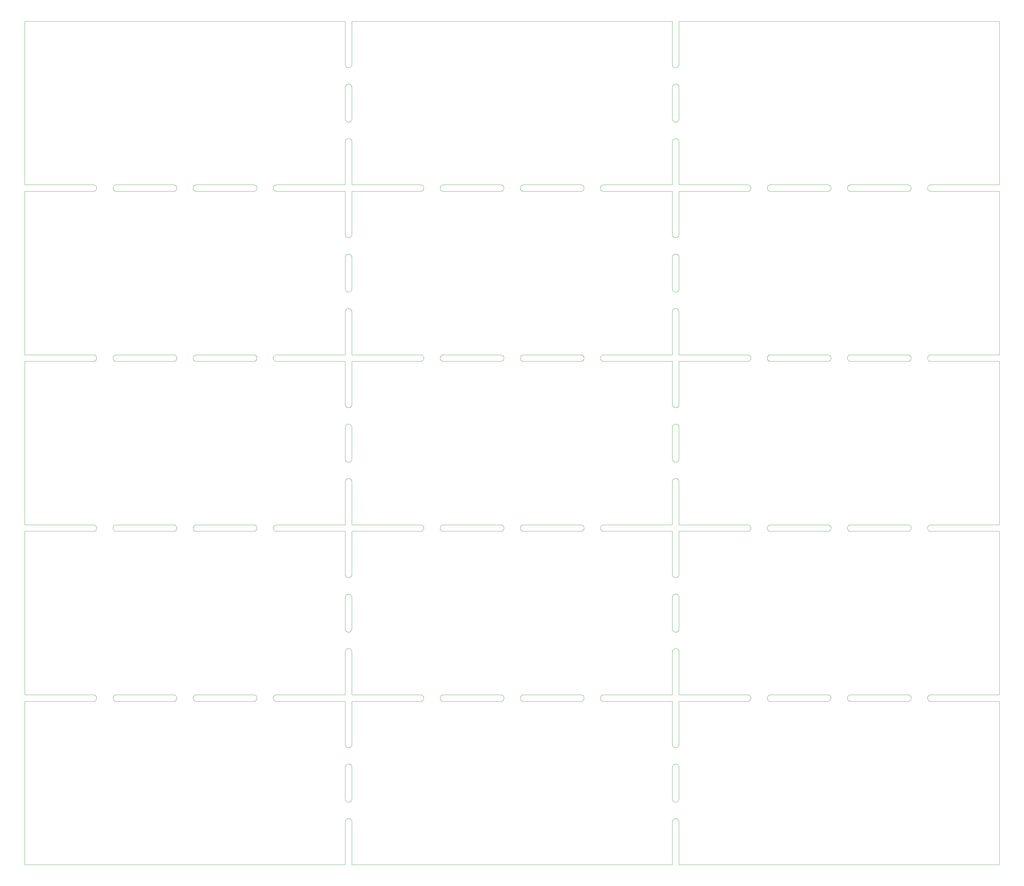
<source format=gm1>
%TF.GenerationSoftware,KiCad,Pcbnew,7.0.1-3b83917a11~171~ubuntu20.04.1*%
%TF.CreationDate,2023-10-26T02:31:41+02:00*%
%TF.ProjectId,panel_bottom,70616e65-6c5f-4626-9f74-746f6d2e6b69,rev?*%
%TF.SameCoordinates,Original*%
%TF.FileFunction,Profile,NP*%
%FSLAX46Y46*%
G04 Gerber Fmt 4.6, Leading zero omitted, Abs format (unit mm)*
G04 Created by KiCad (PCBNEW 7.0.1-3b83917a11~171~ubuntu20.04.1) date 2023-10-26 02:31:41*
%MOMM*%
%LPD*%
G01*
G04 APERTURE LIST*
%TA.AperFunction,Profile*%
%ADD10C,0.100000*%
%TD*%
G04 APERTURE END LIST*
D10*
X199498804Y-212774756D02*
X199500000Y-212823456D01*
X21333152Y-174439987D02*
X21359148Y-174481039D01*
X151361952Y-174224721D02*
X151400259Y-174194826D01*
X199498804Y-248108089D02*
X199500000Y-248156789D01*
X97666847Y-189726679D02*
X97640851Y-189685626D01*
X-500000Y-173987727D02*
X-499996Y-173987972D01*
X270359148Y-123518960D02*
X270333152Y-123560012D01*
X151000000Y-123009877D02*
X151000000Y-122990122D01*
X98441423Y-190165471D02*
X98392963Y-190161896D01*
X199504704Y-228001605D02*
X199504296Y-228001878D01*
X251166847Y-227560012D02*
X251140851Y-227518960D01*
X251990122Y-174000000D02*
X269509877Y-174000000D01*
X197519025Y-39963527D02*
X197529671Y-39916117D01*
X297491169Y-72000129D02*
X297490681Y-72000081D01*
X97504770Y-137273703D02*
X97501195Y-137225243D01*
X197640851Y-247647706D02*
X197666847Y-247606653D01*
X175724721Y-123638047D02*
X175694826Y-123599740D01*
X297493082Y-225999440D02*
X297493544Y-225999275D01*
X-499942Y-69990190D02*
X-499918Y-69990681D01*
X97756460Y-212158491D02*
X97789966Y-212123299D01*
X97490681Y-69999918D02*
X97491169Y-69999870D01*
X199503902Y-173997829D02*
X199504296Y-173998121D01*
X199174841Y-137910206D02*
X199138047Y-137941944D01*
X97499583Y-173992612D02*
X97499702Y-173992136D01*
X199500559Y-72006917D02*
X199500416Y-72007387D01*
X198797380Y-159875965D02*
X198843519Y-159891207D01*
X97497517Y-176003522D02*
X97497188Y-176003159D01*
X45924637Y-226611144D02*
X45942125Y-226656480D01*
X97825158Y-195423127D02*
X97861952Y-195391388D01*
X20655262Y-70010718D02*
X20703138Y-70019025D01*
X121404946Y-123433278D02*
X121383099Y-123476681D01*
X245989281Y-174844737D02*
X245995229Y-174892963D01*
X151990122Y-72000000D02*
X151941423Y-71998804D01*
X170383099Y-122523318D02*
X170404946Y-122566721D01*
X198976681Y-50716432D02*
X198933278Y-50738280D01*
X270305173Y-226400259D02*
X270333152Y-226439987D01*
X126939987Y-175833152D02*
X126900259Y-175805173D01*
X76249450Y-174029671D02*
X76296861Y-174019025D01*
X45957368Y-175297380D02*
X45942125Y-175343519D01*
X-499087Y-176006002D02*
X-499275Y-176006455D01*
X270060012Y-122166847D02*
X270099740Y-122194826D01*
X197487972Y-228000003D02*
X197487727Y-228000000D01*
X198843519Y-39224540D02*
X198888855Y-39242028D01*
X45433278Y-174095053D02*
X45476681Y-174116900D01*
X97519025Y-39963527D02*
X97529671Y-39916117D01*
X97825158Y-102576872D02*
X97789966Y-102543366D01*
X246000000Y-226990122D02*
X246000000Y-227009877D01*
X269655262Y-71989281D02*
X269607036Y-71995229D01*
X97497829Y-69996097D02*
X97498121Y-69995703D01*
X21359148Y-71518960D02*
X21333152Y-71560012D01*
X197490190Y-121999942D02*
X197490681Y-121999918D01*
X126666847Y-70439987D02*
X126694826Y-70400259D01*
X75724721Y-122361952D02*
X75756460Y-122325158D01*
X151140851Y-70481039D02*
X151166847Y-70439987D01*
X151019025Y-71203138D02*
X151010718Y-71155262D01*
X151194826Y-226400259D02*
X151224721Y-226361952D01*
X199500000Y-121987727D02*
X199500003Y-121987972D01*
X251029671Y-175250549D02*
X251019025Y-175203138D01*
X199210033Y-247456633D02*
X199243539Y-247491825D01*
X221470328Y-70749450D02*
X221480974Y-70796861D01*
X251844737Y-71989281D02*
X251796861Y-71980974D01*
X20933278Y-175904946D02*
X20888855Y-175924637D01*
X270210033Y-226289966D02*
X270243539Y-226325158D01*
X99495229Y-49940370D02*
X99489281Y-49988596D01*
X21099740Y-226194826D02*
X21138047Y-226224721D01*
X76344737Y-123989281D02*
X76296861Y-123980974D01*
X226640851Y-70481039D02*
X226666847Y-70439987D01*
X197499440Y-225993082D02*
X197499583Y-225992612D01*
X199505125Y-121998646D02*
X199505558Y-121998877D01*
X120976681Y-175883099D02*
X120933278Y-175904946D01*
X-493544Y-69999275D02*
X-493082Y-69999440D01*
X97499440Y-124006917D02*
X97499275Y-124006455D01*
X251400259Y-123805173D02*
X251361952Y-123775278D01*
X21495229Y-71107036D02*
X21489281Y-71155262D01*
X199404946Y-160400055D02*
X199424637Y-160444477D01*
X197500000Y-225987727D02*
X197500000Y-212823456D01*
X197500000Y-144156789D02*
X197501195Y-144108089D01*
X70333152Y-71560012D02*
X70305173Y-71599740D01*
X151400259Y-122194826D02*
X151439987Y-122166847D01*
X99305173Y-189766407D02*
X99275278Y-189804714D01*
X127441423Y-226001195D02*
X127490122Y-226000000D01*
X98156480Y-91224540D02*
X98202619Y-91209298D01*
X198750549Y-211863005D02*
X198797380Y-211875965D01*
X275789966Y-122289966D02*
X275825158Y-122256460D01*
X97504770Y-49940370D02*
X97501195Y-49891910D01*
X170470328Y-226749450D02*
X170480974Y-226796861D01*
X121500000Y-71009877D02*
X121498804Y-71058576D01*
X199099740Y-85971839D02*
X199060012Y-85999819D01*
X21210033Y-174289966D02*
X21243539Y-174325158D01*
X197529671Y-241417216D02*
X197519025Y-241369805D01*
X97493082Y-173999440D02*
X97493544Y-173999275D01*
X221174841Y-70256460D02*
X221210033Y-70289966D01*
X145343519Y-227942125D02*
X145297380Y-227957368D01*
X75510718Y-123155262D02*
X75504770Y-123107036D01*
X297499798Y-176008344D02*
X297499702Y-176007863D01*
X126519025Y-174796861D02*
X126529671Y-174749450D01*
X45343519Y-71942125D02*
X45297380Y-71957368D01*
X227249450Y-227970328D02*
X227202619Y-227957368D01*
X26575362Y-174611144D02*
X26595053Y-174566721D01*
X99138047Y-50608611D02*
X99099740Y-50638506D01*
X275557874Y-123343519D02*
X275542631Y-123297380D01*
X221305173Y-70400259D02*
X221333152Y-70439987D01*
X199509318Y-225999918D02*
X199509809Y-225999942D01*
X26939987Y-175833152D02*
X26900259Y-175805173D01*
X275640851Y-226481039D02*
X275666847Y-226439987D01*
X245970328Y-123250549D02*
X245957368Y-123297380D01*
X75595053Y-123433278D02*
X75575362Y-123388855D01*
X275640851Y-123518960D02*
X275616900Y-123476681D01*
X45388855Y-226075362D02*
X45433278Y-226095053D01*
X199505125Y-69998646D02*
X199505558Y-69998877D01*
X221424637Y-123388855D02*
X221404946Y-123433278D01*
X145805173Y-175599740D02*
X145775278Y-175638047D01*
X-497517Y-228003522D02*
X-497829Y-228003902D01*
X270275278Y-226361952D02*
X270305173Y-226400259D01*
X221424637Y-175388855D02*
X221404946Y-175433278D01*
X251566721Y-123904946D02*
X251523318Y-123883099D01*
X245924637Y-174611144D02*
X245942125Y-174656480D01*
X99503902Y-176002170D02*
X99503522Y-176002482D01*
X276490122Y-226000000D02*
X297487727Y-226000000D01*
X275595053Y-70566721D02*
X275616900Y-70523318D01*
X198558576Y-211834528D02*
X198607036Y-211838103D01*
X251844737Y-226010718D02*
X251892963Y-226004770D01*
X97499942Y-277990190D02*
X97499996Y-277987972D01*
X145343519Y-70057874D02*
X145388855Y-70075362D01*
X221174841Y-71743539D02*
X221138047Y-71775278D01*
X21495229Y-175107036D02*
X21489281Y-175155262D01*
X99502811Y-228003159D02*
X99502482Y-228003522D01*
X251611144Y-71924637D02*
X251566721Y-71904946D01*
X199489281Y-40011403D02*
X199495229Y-40059629D01*
X76066721Y-122095053D02*
X76111144Y-122075362D01*
X121060012Y-71833152D02*
X121018960Y-71859148D01*
X121060012Y-226166847D02*
X121099740Y-226194826D01*
X97492612Y-225999583D02*
X97493082Y-225999440D01*
X76441423Y-227998804D02*
X76392963Y-227995229D01*
X297499798Y-124008344D02*
X297499702Y-124007863D01*
X197519025Y-154036472D02*
X197510718Y-153988596D01*
X51019025Y-226796861D02*
X51029671Y-226749450D01*
X99504704Y-69998394D02*
X99505125Y-69998646D01*
X-493082Y-277999440D02*
X-492612Y-277999583D01*
X197491655Y-72000201D02*
X197491169Y-72000129D01*
X197499275Y-124006455D02*
X197499087Y-124006002D01*
X97519025Y-137369805D02*
X97510718Y-137321929D01*
X75595053Y-174566721D02*
X75616900Y-174523318D01*
X270404946Y-175433278D02*
X270383099Y-175476681D01*
X26575362Y-123388855D02*
X26557874Y-123343519D01*
X197542631Y-241464047D02*
X197529671Y-241417216D01*
X45904946Y-175433278D02*
X45883099Y-175476681D01*
X99359148Y-206352293D02*
X99333152Y-206393346D01*
X297487972Y-228000003D02*
X297487727Y-228000000D01*
X297493082Y-121999440D02*
X297493544Y-121999275D01*
X199495229Y-248059629D02*
X199498804Y-248108089D01*
X45476681Y-123883099D02*
X45433278Y-123904946D01*
X99502170Y-72003902D02*
X99501878Y-72004296D01*
X245883099Y-71476681D02*
X245859148Y-71518960D01*
X227023318Y-174116900D02*
X227066721Y-174095053D01*
X70243539Y-71674841D02*
X70210033Y-71710033D01*
X199495229Y-264726296D02*
X199498804Y-264774756D01*
X-499440Y-228006917D02*
X-499583Y-228007387D01*
X99383099Y-50310014D02*
X99359148Y-50352293D01*
X197575362Y-195777811D02*
X197595053Y-195733388D01*
X121275278Y-226361952D02*
X121305173Y-226400259D01*
X245957368Y-70702619D02*
X245970328Y-70749450D01*
X45203138Y-226019025D02*
X45250549Y-226029671D01*
X197504770Y-85273703D02*
X197501195Y-85225243D01*
X198703138Y-34147641D02*
X198655262Y-34155948D01*
X-498877Y-176005558D02*
X-499087Y-176006002D01*
X197493082Y-124000559D02*
X197492612Y-124000416D01*
X26756460Y-227674841D02*
X26724721Y-227638047D01*
X145998804Y-226941423D02*
X146000000Y-226990122D01*
X20509877Y-72000000D02*
X-487727Y-72000000D01*
X275694826Y-122400259D02*
X275724721Y-122361952D01*
X99500000Y-196156789D02*
X99500000Y-205843210D01*
X69655262Y-71989281D02*
X69607036Y-71995229D01*
X197497188Y-124003159D02*
X197496840Y-124002811D01*
X197825158Y-102576872D02*
X197789966Y-102543366D01*
X145638047Y-70224721D02*
X145674841Y-70256460D01*
X198703138Y-206814307D02*
X198655262Y-206822615D01*
X297499798Y-121991655D02*
X297499870Y-121991169D01*
X197499583Y-121992612D02*
X197499702Y-121992136D01*
X197724721Y-264195285D02*
X197756460Y-264158491D01*
X-492612Y-225999583D02*
X-492136Y-225999702D01*
X27490122Y-228000000D02*
X27441423Y-227998804D01*
X151566721Y-70095053D02*
X151611144Y-70075362D01*
X169655262Y-71989281D02*
X169607036Y-71995229D01*
X126640851Y-123518960D02*
X126616900Y-123476681D01*
X97500000Y-212823456D02*
X97501195Y-212774756D01*
X197499275Y-72006455D02*
X197499087Y-72006002D01*
X197499870Y-72008830D02*
X197499798Y-72008344D01*
X199498804Y-264774756D02*
X199500000Y-264823456D01*
X221333152Y-226439987D02*
X221359148Y-226481039D01*
X98703138Y-102814307D02*
X98655262Y-102822615D01*
X151656480Y-175942125D02*
X151611144Y-175924637D01*
X-493997Y-228000912D02*
X-494441Y-228001122D01*
X226900259Y-122194826D02*
X226939987Y-122166847D01*
X145599740Y-174194826D02*
X145638047Y-174224721D01*
X97496477Y-121997517D02*
X97496840Y-121997188D01*
X198202619Y-206790701D02*
X198156480Y-206775459D01*
X121210033Y-122289966D02*
X121243539Y-122325158D01*
X99383099Y-258310014D02*
X99359148Y-258352293D01*
X197666847Y-212273320D02*
X197694826Y-212233592D01*
X51990122Y-176000000D02*
X51990122Y-176000000D01*
X245343519Y-123942125D02*
X245297380Y-123957368D01*
X297499087Y-173993997D02*
X297499275Y-173993544D01*
X120750549Y-226029671D02*
X120797380Y-226042631D01*
X199507863Y-124000297D02*
X199507387Y-124000416D01*
X245859148Y-122481039D02*
X245883099Y-122523318D01*
X198296861Y-107852358D02*
X198344737Y-107844051D01*
X97491655Y-20000201D02*
X97491169Y-20000129D01*
X99457368Y-108535952D02*
X99470328Y-108582783D01*
X198558576Y-138165471D02*
X198509877Y-138166666D01*
X-496477Y-124002482D02*
X-496840Y-124002811D01*
X97504770Y-205940370D02*
X97501195Y-205891910D01*
X197499870Y-228008830D02*
X197499798Y-228008344D01*
X145107036Y-71995229D02*
X145058576Y-71998804D01*
X145743539Y-174325158D02*
X145775278Y-174361952D01*
X70470328Y-226749450D02*
X70480974Y-226796861D01*
X145388855Y-123924637D02*
X145343519Y-123942125D01*
X276249450Y-226029671D02*
X276296861Y-226019025D01*
X69655262Y-122010718D02*
X69703138Y-122019025D01*
X245058576Y-226001195D02*
X245107036Y-226004770D01*
X275981039Y-71859148D02*
X275939987Y-71833152D01*
X-499996Y-121987972D02*
X-499942Y-121990190D01*
X198202619Y-159875965D02*
X198249450Y-159863005D01*
X21489281Y-123155262D02*
X21480974Y-123203138D01*
X70138047Y-123775278D02*
X70099740Y-123805173D01*
X175861952Y-174224721D02*
X175900259Y-174194826D01*
X-498121Y-173995703D02*
X-497829Y-173996097D01*
X276344737Y-70010718D02*
X276392963Y-70004770D01*
X199099740Y-154638506D02*
X199060012Y-154666485D01*
X-499918Y-277990681D02*
X-499870Y-277991169D01*
X98976681Y-190049766D02*
X98933278Y-190071613D01*
X198202619Y-258790701D02*
X198156480Y-258775459D01*
X127202619Y-226042631D02*
X127249450Y-226029671D01*
X126640851Y-174481039D02*
X126666847Y-174439987D01*
X197498646Y-121994874D02*
X197498877Y-121994441D01*
X99500559Y-20006917D02*
X99500416Y-20007387D01*
X121099740Y-71805173D02*
X121060012Y-71833152D01*
X220655262Y-227989281D02*
X220607036Y-227995229D01*
X297497188Y-72003159D02*
X297496840Y-72002811D01*
X26694826Y-123599740D02*
X26666847Y-123560012D01*
X169888855Y-227924637D02*
X169843519Y-227942125D01*
X121457368Y-174702619D02*
X121470328Y-174749450D01*
X297499918Y-69990681D02*
X297499942Y-69990190D01*
X170018960Y-227859148D02*
X169976681Y-227883099D01*
X-499942Y-228009809D02*
X-499996Y-228012027D01*
X227392963Y-226004770D02*
X227441423Y-226001195D01*
X198888855Y-247242028D02*
X198933278Y-247261719D01*
X99359148Y-50352293D02*
X99333152Y-50393346D01*
X97981039Y-143307517D02*
X98023318Y-143283567D01*
X276111144Y-174075362D02*
X276156480Y-174057874D01*
X197666847Y-143606653D02*
X197694826Y-143566926D01*
X198490122Y-138166666D02*
X198441423Y-138165471D01*
X197497829Y-225996097D02*
X197498121Y-225995703D01*
X75756460Y-175674841D02*
X75724721Y-175638047D01*
X221498804Y-123058576D02*
X221495229Y-123107036D01*
X98202619Y-102790701D02*
X98156480Y-102775459D01*
X97499440Y-277993082D02*
X97499583Y-277992612D01*
X120797380Y-71957368D02*
X120750549Y-71970328D01*
X198607036Y-34161896D02*
X198558576Y-34165471D01*
X70243539Y-123674841D02*
X70210033Y-123710033D01*
X198843519Y-206775459D02*
X198797380Y-206790701D01*
X226542631Y-123297380D02*
X226529671Y-123250549D01*
X227066721Y-70095053D02*
X227111144Y-70075362D01*
X297499942Y-20009809D02*
X297499918Y-20009318D01*
X197501195Y-160774756D02*
X197504770Y-160726296D01*
X269509877Y-70000000D02*
X269509877Y-70000000D01*
X151166847Y-226439987D02*
X151194826Y-226400259D01*
X97724721Y-33804714D02*
X97694826Y-33766407D01*
X221333152Y-71560012D02*
X221305173Y-71599740D01*
X75789966Y-123710033D02*
X75756460Y-123674841D01*
X197500000Y-257843210D02*
X197500000Y-248156789D01*
X275756460Y-122325158D02*
X275789966Y-122289966D01*
X98933278Y-159928386D02*
X98976681Y-159950233D01*
X245560012Y-70166847D02*
X245599740Y-70194826D01*
X251116900Y-71476681D02*
X251095053Y-71433278D01*
X199500000Y-241176543D02*
X199498804Y-241225243D01*
X99138047Y-258608611D02*
X99099740Y-258638506D01*
X45250549Y-70029671D02*
X45297380Y-70042631D01*
X99424637Y-91777811D02*
X99442125Y-91823146D01*
X98392963Y-195171436D02*
X98441423Y-195167862D01*
X45904946Y-70566721D02*
X45924637Y-70611144D01*
X170457368Y-70702619D02*
X170470328Y-70749450D01*
X98750549Y-86136994D02*
X98703138Y-86147641D01*
X99174841Y-195423127D02*
X99210033Y-195456633D01*
X199500912Y-277993997D02*
X199501122Y-277994441D01*
X151224721Y-175638047D02*
X151194826Y-175599740D01*
X297490190Y-20000057D02*
X297487972Y-20000003D01*
X99500081Y-121990681D02*
X99500129Y-121991169D01*
X198202619Y-86124034D02*
X198156480Y-86108792D01*
X99480974Y-50036472D02*
X99470328Y-50083882D01*
X97640851Y-33685626D02*
X97616900Y-33643348D01*
X199506002Y-20000912D02*
X199505558Y-20001122D01*
X-487972Y-20000003D02*
X-490190Y-20000057D01*
X151796861Y-174019025D02*
X151844737Y-174010718D01*
X297499798Y-72008344D02*
X297499702Y-72007863D01*
X98558576Y-34165471D02*
X98509877Y-34166666D01*
X199506002Y-121999087D02*
X199506455Y-121999275D01*
X221457368Y-175297380D02*
X221442125Y-175343519D01*
X-499440Y-173993082D02*
X-499275Y-173993544D01*
X197498646Y-173994874D02*
X197498877Y-173994441D01*
X297497517Y-72003522D02*
X297497188Y-72003159D01*
X245883099Y-227476681D02*
X245859148Y-227518960D01*
X197499275Y-228006455D02*
X197499087Y-228006002D01*
X26825158Y-226256460D02*
X26861952Y-226224721D01*
X198558576Y-39167862D02*
X198607036Y-39171436D01*
X197595053Y-143733388D02*
X197616900Y-143689985D01*
X297494874Y-121998646D02*
X297495295Y-121998394D01*
X197519025Y-143963527D02*
X197529671Y-143916117D01*
X69888855Y-123924637D02*
X69843519Y-123942125D01*
X51010718Y-174844737D02*
X51019025Y-174796861D01*
X275519025Y-70796861D02*
X275529671Y-70749450D01*
X145833152Y-122439987D02*
X145859148Y-122481039D01*
X98296861Y-91185692D02*
X98344737Y-91177384D01*
X297500000Y-228012272D02*
X297499996Y-228012027D01*
X297499996Y-69987972D02*
X297500000Y-69987727D01*
X198933278Y-107928386D02*
X198976681Y-107950233D01*
X245833152Y-175560012D02*
X245805173Y-175599740D01*
X145904946Y-123433278D02*
X145883099Y-123476681D01*
X99489281Y-248011403D02*
X99495229Y-248059629D01*
X98111144Y-143242028D02*
X98156480Y-143224540D01*
X97724721Y-189804714D02*
X97694826Y-189766407D01*
X145638047Y-122224721D02*
X145674841Y-122256460D01*
X145710033Y-123710033D02*
X145674841Y-123743539D01*
X120509877Y-122000000D02*
X120558576Y-122001195D01*
X197981039Y-138025815D02*
X197939987Y-137999819D01*
X170480974Y-70796861D02*
X170489281Y-70844737D01*
X99500000Y-137176543D02*
X99498804Y-137225243D01*
X199480974Y-241369805D02*
X199470328Y-241417216D01*
X97756460Y-39491825D02*
X97789966Y-39456633D01*
X-499798Y-20008344D02*
X-499870Y-20008830D01*
X199275278Y-108195285D02*
X199305173Y-108233592D01*
X226510718Y-122844737D02*
X226519025Y-122796861D01*
X21500000Y-174990122D02*
X21500000Y-175009877D01*
X97499996Y-121987972D02*
X97500000Y-121987727D01*
X20888855Y-174075362D02*
X20933278Y-174095053D01*
X69607036Y-70004770D02*
X69655262Y-70010718D01*
X170489281Y-174844737D02*
X170495229Y-174892963D01*
X197492136Y-228000297D02*
X197491655Y-228000201D01*
X97491655Y-69999798D02*
X97492136Y-69999702D01*
X197494441Y-176001122D02*
X197493997Y-176000912D01*
X297499087Y-228006002D02*
X297498877Y-228005558D01*
X70243539Y-122325158D02*
X70275278Y-122361952D01*
X145433278Y-122095053D02*
X145476681Y-122116900D01*
X45805173Y-174400259D02*
X45833152Y-174439987D01*
X297499087Y-121993997D02*
X297499275Y-121993544D01*
X199383099Y-91689985D02*
X199404946Y-91733388D01*
X199501605Y-124004704D02*
X199501353Y-124005125D01*
X197640851Y-189685626D02*
X197616900Y-189643348D01*
X97495295Y-225998394D02*
X97495703Y-225998121D01*
X297498121Y-124004296D02*
X297497829Y-124003902D01*
X245970328Y-122749450D02*
X245980974Y-122796861D01*
X51990122Y-124000000D02*
X51941423Y-123998804D01*
X197495295Y-124001605D02*
X197494874Y-124001353D01*
X227441423Y-71998804D02*
X227392963Y-71995229D01*
X99500912Y-173993997D02*
X99501122Y-173994441D01*
X127490122Y-72000000D02*
X127490122Y-72000000D01*
X99503159Y-176002811D02*
X99502811Y-176003159D01*
X175595053Y-227433278D02*
X175575362Y-227388855D01*
X-498877Y-277994441D02*
X-498646Y-277994874D01*
X197694826Y-212233592D02*
X197724721Y-212195285D01*
X175939987Y-70166847D02*
X175981039Y-70140851D01*
X99508344Y-69999798D02*
X99508830Y-69999870D01*
X99333152Y-33726679D02*
X99305173Y-33766407D01*
X270489281Y-227155262D02*
X270480974Y-227203138D01*
X98607036Y-195171436D02*
X98655262Y-195177384D01*
X221457368Y-227297380D02*
X221442125Y-227343519D01*
X197499918Y-20009318D02*
X197499870Y-20008830D01*
X197981039Y-91307517D02*
X198023318Y-91283567D01*
X121243539Y-226325158D02*
X121275278Y-226361952D01*
X175861952Y-227775278D02*
X175825158Y-227743539D01*
X97495703Y-277998121D02*
X97496097Y-277997829D01*
X97640851Y-247647706D02*
X97666847Y-247606653D01*
X69843519Y-123942125D02*
X69797380Y-123957368D01*
X70305173Y-226400259D02*
X70333152Y-226439987D01*
X170210033Y-227710033D02*
X170174841Y-227743539D01*
X21018960Y-227859148D02*
X20976681Y-227883099D01*
X227296861Y-227980974D02*
X227249450Y-227970328D01*
X99424637Y-154222188D02*
X99404946Y-154266611D01*
X69655262Y-175989281D02*
X69607036Y-175995229D01*
X97900259Y-206638506D02*
X97861952Y-206608611D01*
X70470328Y-71250549D02*
X70457368Y-71297380D01*
X76392963Y-175995229D02*
X76344737Y-175989281D01*
X99502170Y-277996097D02*
X99502482Y-277996477D01*
X197494874Y-20001353D02*
X197494441Y-20001122D01*
X-499583Y-121992612D02*
X-499440Y-121993082D01*
X199495229Y-40059629D02*
X199498804Y-40108089D01*
X197494441Y-121998877D02*
X197494874Y-121998646D01*
X251004770Y-175107036D02*
X251001195Y-175058576D01*
X297498394Y-121995295D02*
X297498646Y-121994874D01*
X99500000Y-144156789D02*
X99500000Y-153843210D01*
X97616900Y-50310014D02*
X97595053Y-50266611D01*
X197666847Y-56273320D02*
X197694826Y-56233592D01*
X176023318Y-175883099D02*
X175981039Y-175859148D01*
X98933278Y-195261719D02*
X98976681Y-195283567D01*
X199500000Y-173987727D02*
X199500003Y-173987972D01*
X20655262Y-123989281D02*
X20607036Y-123995229D01*
X-493082Y-228000559D02*
X-493544Y-228000724D01*
X98249450Y-143196338D02*
X98296861Y-143185692D01*
X270424637Y-71388855D02*
X270404946Y-71433278D01*
X70442125Y-122656480D02*
X70457368Y-122702619D01*
X-493082Y-173999440D02*
X-492612Y-173999583D01*
X170457368Y-71297380D02*
X170442125Y-71343519D01*
X199507387Y-20000416D02*
X199506917Y-20000559D01*
X198249450Y-138136994D02*
X198202619Y-138124034D01*
X99470328Y-195916117D02*
X99480974Y-195963527D01*
X99495229Y-137273703D02*
X99489281Y-137321929D01*
X275557874Y-175343519D02*
X275542631Y-175297380D01*
X199512272Y-72000000D02*
X199512027Y-72000003D01*
X197900259Y-39361493D02*
X197939987Y-39333514D01*
X175500000Y-122990122D02*
X175501195Y-122941423D01*
X197499583Y-228007387D02*
X197499440Y-228006917D01*
X45998804Y-226941423D02*
X46000000Y-226990122D01*
X175510718Y-226844737D02*
X175519025Y-226796861D01*
X275825158Y-71743539D02*
X275789966Y-71710033D01*
X198703138Y-91185692D02*
X198750549Y-91196338D01*
X97500000Y-257843210D02*
X97500000Y-248156789D01*
X297496097Y-225997829D02*
X297496477Y-225997517D01*
X-494441Y-69998877D02*
X-493997Y-69999087D01*
X197529671Y-189417216D02*
X197519025Y-189369805D01*
X97491169Y-69999870D02*
X97491655Y-69999798D01*
X275981039Y-174140851D02*
X276023318Y-174116900D01*
X245859148Y-71518960D02*
X245833152Y-71560012D01*
X20703138Y-71980974D02*
X20655262Y-71989281D01*
X51194826Y-70400259D02*
X51224721Y-70361952D01*
X126557874Y-227343519D02*
X126542631Y-227297380D01*
X297498394Y-173995295D02*
X297498646Y-173994874D01*
X-496477Y-277997517D02*
X-496097Y-277997829D01*
X226519025Y-123203138D02*
X226510718Y-123155262D01*
X121442125Y-123343519D02*
X121424637Y-123388855D01*
X120509877Y-124000000D02*
X99512272Y-124000000D01*
X97939987Y-50666485D02*
X97900259Y-50638506D01*
X97825158Y-160089793D02*
X97861952Y-160058055D01*
X75861952Y-174224721D02*
X75900259Y-174194826D01*
X275529671Y-123250549D02*
X275519025Y-123203138D01*
X269607036Y-227995229D02*
X269558576Y-227998804D01*
X197981039Y-34025815D02*
X197939987Y-33999819D01*
X97939987Y-56000180D02*
X97981039Y-55974184D01*
X198066721Y-211928386D02*
X198111144Y-211908695D01*
X175640851Y-174481039D02*
X175666847Y-174439987D01*
X98111144Y-154757971D02*
X98066721Y-154738280D01*
X97494441Y-69998877D02*
X97494874Y-69998646D01*
X199506002Y-173999087D02*
X199506455Y-173999275D01*
X-500000Y-69987727D02*
X-499996Y-69987972D01*
X245883099Y-70523318D02*
X245904946Y-70566721D01*
X45518960Y-123859148D02*
X45476681Y-123883099D01*
X98558576Y-242165471D02*
X98509877Y-242166666D01*
X20888855Y-123924637D02*
X20843519Y-123942125D01*
X275519025Y-71203138D02*
X275510718Y-71155262D01*
X275756460Y-174325158D02*
X275789966Y-174289966D01*
X70359148Y-70481039D02*
X70383099Y-70523318D01*
X70489281Y-174844737D02*
X70495229Y-174892963D01*
X51042631Y-227297380D02*
X51029671Y-227250549D01*
X98344737Y-206822615D02*
X98296861Y-206814307D01*
X99457368Y-33464047D02*
X99442125Y-33510186D01*
X169888855Y-174075362D02*
X169933278Y-174095053D01*
X70060012Y-175833152D02*
X70018960Y-175859148D01*
X-499087Y-225993997D02*
X-498877Y-225994441D01*
X27490122Y-226000000D02*
X45009877Y-226000000D01*
X270498804Y-122941423D02*
X270500000Y-122990122D01*
X197575362Y-258222188D02*
X197557874Y-258176853D01*
X121305173Y-174400259D02*
X121333152Y-174439987D01*
X45476681Y-122116900D02*
X45518960Y-122140851D01*
X98607036Y-86161896D02*
X98558576Y-86165471D01*
X297497188Y-173996840D02*
X297497517Y-173996477D01*
X51400259Y-123805173D02*
X51361952Y-123775278D01*
X98202619Y-206790701D02*
X98156480Y-206775459D01*
X99383099Y-241643348D02*
X99359148Y-241685626D01*
X75575362Y-227388855D02*
X75557874Y-227343519D01*
X297491169Y-277999870D02*
X297491655Y-277999798D01*
X251042631Y-123297380D02*
X251029671Y-123250549D01*
X97499996Y-124012027D02*
X97499942Y-124009809D01*
X26616900Y-71476681D02*
X26595053Y-71433278D01*
X169797380Y-226042631D02*
X169843519Y-226057874D01*
X251010718Y-175155262D02*
X251004770Y-175107036D01*
X198655262Y-86155948D02*
X198607036Y-86161896D01*
X97900259Y-102638506D02*
X97861952Y-102608611D01*
X97504770Y-144059629D02*
X97510718Y-144011403D01*
X27249450Y-175970328D02*
X27202619Y-175957368D01*
X127249450Y-71970328D02*
X127202619Y-71957368D01*
X297499087Y-69993997D02*
X297499275Y-69993544D01*
X99501353Y-176005125D02*
X99501122Y-176005558D01*
X221480974Y-174796861D02*
X221489281Y-174844737D01*
X126501195Y-226941423D02*
X126504770Y-226892963D01*
X98843519Y-91224540D02*
X98888855Y-91242028D01*
X199359148Y-85685626D02*
X199333152Y-85726679D01*
X199507387Y-225999583D02*
X199507863Y-225999702D01*
X251361952Y-174224721D02*
X251400259Y-174194826D01*
X199424637Y-108444477D02*
X199442125Y-108489813D01*
X227296861Y-71980974D02*
X227249450Y-71970328D01*
X99359148Y-258352293D02*
X99333152Y-258393346D01*
X275724721Y-226361952D02*
X275756460Y-226325158D01*
X98558576Y-50832137D02*
X98509877Y-50833333D01*
X97595053Y-154266611D02*
X97575362Y-154222188D01*
X-496840Y-173997188D02*
X-496477Y-173997517D01*
X146000000Y-71009877D02*
X145998804Y-71058576D01*
X197694826Y-247566926D02*
X197724721Y-247528619D01*
X97487972Y-20000003D02*
X97487727Y-20000000D01*
X220888855Y-226075362D02*
X220933278Y-226095053D01*
X226501195Y-70941423D02*
X226504770Y-70892963D01*
X21305173Y-70400259D02*
X21333152Y-70439987D01*
X245560012Y-226166847D02*
X245599740Y-226194826D01*
X269655262Y-122010718D02*
X269703138Y-122019025D01*
X199495229Y-49940370D02*
X199489281Y-49988596D01*
X126519025Y-226796861D02*
X126529671Y-226749450D01*
X99442125Y-206176853D02*
X99424637Y-206222188D01*
X227249450Y-175970328D02*
X227202619Y-175957368D01*
X97724721Y-50471380D02*
X97694826Y-50433073D01*
X199501353Y-121994874D02*
X199501605Y-121995295D01*
X199500003Y-124012027D02*
X199500000Y-124012272D01*
X127441423Y-175998804D02*
X127392963Y-175995229D01*
X226939987Y-175833152D02*
X226900259Y-175805173D01*
X97492612Y-20000416D02*
X97492136Y-20000297D01*
X97529671Y-160582783D02*
X97542631Y-160535952D01*
X98156480Y-247224540D02*
X98202619Y-247209298D01*
X275500000Y-123009877D02*
X275500000Y-122990122D01*
X99500000Y-124012272D02*
X99500000Y-137176543D01*
X197498877Y-225994441D02*
X197499087Y-225993997D01*
X269888855Y-70075362D02*
X269933278Y-70095053D01*
X199500000Y-56823456D02*
X199500000Y-69987727D01*
X97500000Y-33176543D02*
X97500000Y-20012272D01*
X199099740Y-50638506D02*
X199060012Y-50666485D01*
X221333152Y-70439987D02*
X221359148Y-70481039D01*
X220703138Y-70019025D02*
X220750549Y-70029671D01*
X151000000Y-122990122D02*
X151001195Y-122941423D01*
X197981039Y-154692482D02*
X197939987Y-154666485D01*
X270210033Y-70289966D02*
X270243539Y-70325158D01*
X45904946Y-226566721D02*
X45924637Y-226611144D01*
X126694826Y-174400259D02*
X126724721Y-174361952D01*
X198750549Y-55863005D02*
X198797380Y-55875965D01*
X75504770Y-175107036D02*
X75501195Y-175058576D01*
X-492612Y-124000416D02*
X-493082Y-124000559D01*
X97666847Y-33726679D02*
X97640851Y-33685626D01*
X26825158Y-70256460D02*
X26861952Y-70224721D01*
X51057874Y-123343519D02*
X51042631Y-123297380D01*
X226900259Y-123805173D02*
X226861952Y-123775278D01*
X97491655Y-176000201D02*
X97491169Y-176000129D01*
X226981039Y-122140851D02*
X227023318Y-122116900D01*
X197939987Y-160000180D02*
X197981039Y-159974184D01*
X98441423Y-50832137D02*
X98392963Y-50828563D01*
X199470328Y-56582783D02*
X199480974Y-56630194D01*
X245710033Y-123710033D02*
X245674841Y-123743539D01*
X-499275Y-176006455D02*
X-499440Y-176006917D01*
X126519025Y-227203138D02*
X126510718Y-227155262D01*
X221138047Y-227775278D02*
X221099740Y-227805173D01*
X197756460Y-137841508D02*
X197724721Y-137804714D01*
X145775278Y-70361952D02*
X145805173Y-70400259D01*
X-497517Y-173996477D02*
X-497188Y-173996840D01*
X151523318Y-175883099D02*
X151481039Y-175859148D01*
X98249450Y-206803661D02*
X98202619Y-206790701D01*
X98558576Y-190165471D02*
X98509877Y-190166666D01*
X97510718Y-248011403D02*
X97519025Y-247963527D01*
X197499702Y-228007863D02*
X197499583Y-228007387D01*
X197575362Y-143777811D02*
X197595053Y-143733388D01*
X226861952Y-226224721D02*
X226900259Y-226194826D01*
X275900259Y-226194826D02*
X275939987Y-226166847D01*
X76066721Y-227904946D02*
X76023318Y-227883099D01*
X-499087Y-72006002D02*
X-499275Y-72006455D01*
X297499798Y-69991655D02*
X297499870Y-69991169D01*
X151400259Y-70194826D02*
X151439987Y-70166847D01*
X126510718Y-123155262D02*
X126504770Y-123107036D01*
X197490190Y-176000057D02*
X197487972Y-176000003D01*
X221495229Y-227107036D02*
X221489281Y-227155262D01*
X121174841Y-70256460D02*
X121210033Y-70289966D01*
X145476681Y-122116900D02*
X145518960Y-122140851D01*
X297499275Y-72006455D02*
X297499087Y-72006002D01*
X275557874Y-227343519D02*
X275542631Y-227297380D01*
X199495229Y-241273703D02*
X199489281Y-241321929D01*
X145904946Y-71433278D02*
X145883099Y-71476681D01*
X99480974Y-102036472D02*
X99470328Y-102083882D01*
X151029671Y-175250549D02*
X151019025Y-175203138D01*
X45203138Y-175980974D02*
X45155262Y-175989281D01*
X97529671Y-212582783D02*
X97542631Y-212535952D01*
X145343519Y-122057874D02*
X145388855Y-122075362D01*
X151075362Y-122611144D02*
X151095053Y-122566721D01*
X220750549Y-174029671D02*
X220797380Y-174042631D01*
X170424637Y-71388855D02*
X170404946Y-71433278D01*
X127111144Y-123924637D02*
X127066721Y-123904946D01*
X151004770Y-70892963D02*
X151010718Y-70844737D01*
X69976681Y-226116900D02*
X70018960Y-226140851D01*
X221500000Y-227009877D02*
X221498804Y-227058576D01*
X251166847Y-175560012D02*
X251140851Y-175518960D01*
X199210033Y-91456633D02*
X199243539Y-91491825D01*
X175504770Y-174892963D02*
X175510718Y-174844737D01*
X99498804Y-257891910D02*
X99495229Y-257940370D01*
X175504770Y-227107036D02*
X175501195Y-227058576D01*
X75575362Y-175388855D02*
X75557874Y-175343519D01*
X197498394Y-225995295D02*
X197498646Y-225994874D01*
X99503522Y-121997517D02*
X99503902Y-121997829D01*
X251140851Y-227518960D02*
X251116900Y-227476681D01*
X199500003Y-228012027D02*
X199500000Y-228012272D01*
X198888855Y-211908695D02*
X198933278Y-211928386D01*
X245433278Y-174095053D02*
X245476681Y-174116900D01*
X99495229Y-196059629D02*
X99498804Y-196108089D01*
X126504770Y-71107036D02*
X126501195Y-71058576D01*
X245970328Y-175250549D02*
X245957368Y-175297380D01*
X126529671Y-175250549D02*
X126519025Y-175203138D01*
X75595053Y-226566721D02*
X75616900Y-226523318D01*
X198441423Y-263834528D02*
X198490122Y-263833333D01*
X70018960Y-122140851D02*
X70060012Y-122166847D01*
X275504770Y-70892963D02*
X275510718Y-70844737D01*
X-495703Y-121998121D02*
X-495295Y-121998394D01*
X75501195Y-70941423D02*
X75504770Y-70892963D01*
X70243539Y-227674841D02*
X70210033Y-227710033D01*
X99507863Y-173999702D02*
X99508344Y-173999798D01*
X97498394Y-121995295D02*
X97498646Y-121994874D01*
X21060012Y-122166847D02*
X21099740Y-122194826D01*
X220509877Y-228000000D02*
X199512272Y-228000000D01*
X226724721Y-174361952D02*
X226756460Y-174325158D01*
X197595053Y-258266611D02*
X197575362Y-258222188D01*
X-497188Y-176003159D02*
X-497517Y-176003522D01*
X99500129Y-173991169D02*
X99500201Y-173991655D01*
X45518960Y-70140851D02*
X45560012Y-70166847D01*
X297497517Y-69996477D02*
X297497829Y-69996097D01*
X98066721Y-242071613D02*
X98023318Y-242049766D01*
X151656480Y-70057874D02*
X151702619Y-70042631D01*
X297496097Y-228002170D02*
X297495703Y-228001878D01*
X20607036Y-71995229D02*
X20558576Y-71998804D01*
X-493082Y-72000559D02*
X-493544Y-72000724D01*
X98111144Y-39242028D02*
X98156480Y-39224540D01*
X98344737Y-211844051D02*
X98392963Y-211838103D01*
X297492136Y-225999702D02*
X297492612Y-225999583D01*
X199509318Y-124000081D02*
X199508830Y-124000129D01*
X69976681Y-174116900D02*
X70018960Y-174140851D01*
X199506455Y-121999275D02*
X199506917Y-121999440D01*
X199457368Y-50130714D02*
X199442125Y-50176853D01*
X199489281Y-257988596D02*
X199480974Y-258036472D01*
X169933278Y-71904946D02*
X169888855Y-71924637D01*
X51166847Y-226439987D02*
X51194826Y-226400259D01*
X197616900Y-247689985D02*
X197640851Y-247647706D01*
X98509877Y-258833333D02*
X98490122Y-258833333D01*
X127441423Y-122001195D02*
X127490122Y-122000000D01*
X121359148Y-122481039D02*
X121383099Y-122523318D01*
X198023318Y-86049766D02*
X197981039Y-86025815D01*
X99099740Y-102638506D02*
X99060012Y-102666485D01*
X99500081Y-20009318D02*
X99500057Y-20009809D01*
X270470328Y-70749450D02*
X270480974Y-70796861D01*
X221404946Y-123433278D02*
X221383099Y-123476681D01*
X99457368Y-195869285D02*
X99470328Y-195916117D01*
X121333152Y-122439987D02*
X121359148Y-122481039D01*
X97542631Y-102130714D02*
X97529671Y-102083882D01*
X97493544Y-69999275D02*
X97493997Y-69999087D01*
X97694826Y-91566926D02*
X97724721Y-91528619D01*
X98392963Y-247171436D02*
X98441423Y-247167862D01*
X197595053Y-264400055D02*
X197616900Y-264356651D01*
X-499942Y-277990190D02*
X-499918Y-277990681D01*
X97491169Y-228000129D02*
X97490681Y-228000081D01*
X70383099Y-123476681D02*
X70359148Y-123518960D01*
X297493544Y-173999275D02*
X297493997Y-173999087D01*
X270333152Y-174439987D02*
X270359148Y-174481039D01*
X-497517Y-176003522D02*
X-497829Y-176003902D01*
X297493997Y-225999087D02*
X297494441Y-225998877D01*
X275501195Y-174941423D02*
X275504770Y-174892963D01*
X226756460Y-70325158D02*
X226789966Y-70289966D01*
X145980974Y-71203138D02*
X145970328Y-71250549D01*
X297499918Y-173990681D02*
X297499942Y-173990190D01*
X51796861Y-122019025D02*
X51844737Y-122010718D01*
X121138047Y-122224721D02*
X121174841Y-122256460D01*
X97542631Y-91869285D02*
X97557874Y-91823146D01*
X145970328Y-175250549D02*
X145957368Y-175297380D01*
X26789966Y-175710033D02*
X26756460Y-175674841D01*
X27392963Y-226004770D02*
X27441423Y-226001195D01*
X99504704Y-124001605D02*
X99504296Y-124001878D01*
X97499870Y-225991169D02*
X97499918Y-225990681D01*
X70174841Y-123743539D02*
X70138047Y-123775278D01*
X297499942Y-69990190D02*
X297499996Y-69987972D01*
X169843519Y-71942125D02*
X169797380Y-71957368D01*
X70404946Y-175433278D02*
X70383099Y-175476681D01*
X197493544Y-176000724D02*
X197493082Y-176000559D01*
X151702619Y-122042631D02*
X151749450Y-122029671D01*
X45980974Y-174796861D02*
X45989281Y-174844737D01*
X121333152Y-175560012D02*
X121305173Y-175599740D01*
X98933278Y-206738280D02*
X98888855Y-206757971D01*
X97825158Y-206576872D02*
X97789966Y-206543366D01*
X151057874Y-71343519D02*
X151042631Y-71297380D01*
X275694826Y-175599740D02*
X275666847Y-175560012D01*
X20976681Y-122116900D02*
X21018960Y-122140851D01*
X98509877Y-143166666D02*
X98558576Y-143167862D01*
X226504770Y-71107036D02*
X226501195Y-71058576D01*
X197500000Y-121987727D02*
X197500000Y-108823456D01*
X99509318Y-176000081D02*
X99508830Y-176000129D01*
X221383099Y-123476681D02*
X221359148Y-123518960D01*
X175501195Y-226941423D02*
X175504770Y-226892963D01*
X198392963Y-50828563D02*
X198344737Y-50822615D01*
X97487972Y-124000003D02*
X97487727Y-124000000D01*
X151194826Y-227599740D02*
X151166847Y-227560012D01*
X51042631Y-122702619D02*
X51057874Y-122656480D01*
X99507387Y-69999583D02*
X99507863Y-69999702D01*
X197495295Y-277998394D02*
X197495703Y-277998121D01*
X175666847Y-174439987D02*
X175694826Y-174400259D01*
X69933278Y-226095053D02*
X69976681Y-226116900D01*
X175640851Y-71518960D02*
X175616900Y-71476681D01*
X126504770Y-226892963D02*
X126510718Y-226844737D01*
X220607036Y-71995229D02*
X220558576Y-71998804D01*
X276111144Y-226075362D02*
X276156480Y-226057874D01*
X69797380Y-226042631D02*
X69843519Y-226057874D01*
X99174841Y-264089793D02*
X99210033Y-264123299D01*
X75694826Y-226400259D02*
X75724721Y-226361952D01*
X245805173Y-226400259D02*
X245833152Y-226439987D01*
X220976681Y-71883099D02*
X220933278Y-71904946D01*
X297499870Y-225991169D02*
X297499918Y-225990681D01*
X198344737Y-86155948D02*
X198296861Y-86147641D01*
X45980974Y-226796861D02*
X45989281Y-226844737D01*
X221359148Y-227518960D02*
X221333152Y-227560012D01*
X251749450Y-226029671D02*
X251796861Y-226019025D01*
X221500000Y-122990122D02*
X221500000Y-123009877D01*
X297490681Y-176000081D02*
X297490190Y-176000057D01*
X251941423Y-122001195D02*
X251990122Y-122000000D01*
X99060012Y-91333514D02*
X99099740Y-91361493D01*
X170442125Y-70656480D02*
X170457368Y-70702619D01*
X45970328Y-226749450D02*
X45980974Y-226796861D01*
X97501195Y-101891910D02*
X97500000Y-101843210D01*
X121424637Y-123388855D02*
X121404946Y-123433278D01*
X175595053Y-226566721D02*
X175616900Y-226523318D01*
X297490681Y-121999918D02*
X297491169Y-121999870D01*
X75529671Y-174749450D02*
X75542631Y-174702619D01*
X297492612Y-173999583D02*
X297493082Y-173999440D01*
X-499087Y-228006002D02*
X-499275Y-228006455D01*
X98655262Y-211844051D02*
X98703138Y-211852358D01*
X-499798Y-228008344D02*
X-499870Y-228008830D01*
X21495229Y-123107036D02*
X21489281Y-123155262D01*
X197900259Y-85971839D02*
X197861952Y-85941944D01*
X170495229Y-227107036D02*
X170489281Y-227155262D01*
X99503522Y-277997517D02*
X99503902Y-277997829D01*
X97504770Y-264726296D02*
X97510718Y-264678070D01*
X69933278Y-70095053D02*
X69976681Y-70116900D01*
X197499918Y-72009318D02*
X197499870Y-72008830D01*
X175789966Y-226289966D02*
X175825158Y-226256460D01*
X170243539Y-227674841D02*
X170210033Y-227710033D01*
X169655262Y-123989281D02*
X169607036Y-123995229D01*
X199506002Y-176000912D02*
X199505558Y-176001122D01*
X97981039Y-86025815D02*
X97939987Y-85999819D01*
X297499942Y-228009809D02*
X297499918Y-228009318D01*
X99424637Y-258222188D02*
X99404946Y-258266611D01*
X145560012Y-174166847D02*
X145599740Y-174194826D01*
X221138047Y-70224721D02*
X221174841Y-70256460D01*
X199503522Y-69997517D02*
X199503902Y-69997829D01*
X51116900Y-175476681D02*
X51095053Y-175433278D01*
X275825158Y-122256460D02*
X275861952Y-122224721D01*
X99333152Y-195606653D02*
X99359148Y-195647706D01*
X99480974Y-56630194D02*
X99489281Y-56678070D01*
X221500000Y-70990122D02*
X221500000Y-71009877D01*
X145859148Y-122481039D02*
X145883099Y-122523318D01*
X70489281Y-227155262D02*
X70480974Y-227203138D01*
X197499087Y-277993997D02*
X197499275Y-277993544D01*
X251325158Y-226256460D02*
X251361952Y-226224721D01*
X99502482Y-228003522D02*
X99502170Y-228003902D01*
X45599740Y-226194826D02*
X45638047Y-226224721D01*
X220607036Y-226004770D02*
X220655262Y-226010718D01*
X145560012Y-226166847D02*
X145599740Y-226194826D01*
X99305173Y-258433073D02*
X99275278Y-258471380D01*
X199457368Y-189464047D02*
X199442125Y-189510186D01*
X99018960Y-263974184D02*
X99060012Y-264000180D01*
X99305173Y-154433073D02*
X99275278Y-154471380D01*
X270495229Y-70892963D02*
X270498804Y-70941423D01*
X97542631Y-212535952D02*
X97557874Y-212489813D01*
X97724721Y-247528619D02*
X97756460Y-247491825D01*
X127202619Y-175957368D02*
X127156480Y-175942125D01*
X51001195Y-174941423D02*
X51004770Y-174892963D01*
X98655262Y-143177384D02*
X98703138Y-143185692D01*
X51439987Y-70166847D02*
X51481039Y-70140851D01*
X98509877Y-159833333D02*
X98558576Y-159834528D01*
X199500000Y-108823456D02*
X199500000Y-121987727D01*
X197498646Y-20005125D02*
X197498394Y-20004704D01*
X251796861Y-226019025D02*
X251844737Y-226010718D01*
X-496477Y-121997517D02*
X-496097Y-121997829D01*
X276202619Y-123957368D02*
X276156480Y-123942125D01*
X26519025Y-175203138D02*
X26510718Y-175155262D01*
X126939987Y-71833152D02*
X126900259Y-71805173D01*
X99442125Y-108489813D02*
X99457368Y-108535952D01*
X245924637Y-175388855D02*
X245904946Y-175433278D01*
X98797380Y-107875965D02*
X98843519Y-107891207D01*
X297495295Y-173998394D02*
X297495703Y-173998121D01*
X226575362Y-175388855D02*
X226557874Y-175343519D01*
X26694826Y-226400259D02*
X26724721Y-226361952D01*
X151439987Y-174166847D02*
X151481039Y-174140851D01*
X97498877Y-228005558D02*
X97498646Y-228005125D01*
X70480974Y-123203138D02*
X70470328Y-123250549D01*
X245518960Y-122140851D02*
X245560012Y-122166847D01*
X198344737Y-258822615D02*
X198296861Y-258814307D01*
X99503159Y-72002811D02*
X99502811Y-72003159D01*
X197498877Y-277994441D02*
X197499087Y-277993997D01*
X-498394Y-69995295D02*
X-498121Y-69995703D01*
X198933278Y-190071613D02*
X198888855Y-190091304D01*
X197499798Y-121991655D02*
X197499870Y-121991169D01*
X199489281Y-264678070D02*
X199495229Y-264726296D01*
X270457368Y-227297380D02*
X270442125Y-227343519D01*
X199507387Y-173999583D02*
X199507863Y-173999702D01*
X121333152Y-70439987D02*
X121359148Y-70481039D01*
X26529671Y-226749450D02*
X26542631Y-226702619D01*
X199495229Y-108726296D02*
X199498804Y-108774756D01*
X226756460Y-175674841D02*
X226724721Y-175638047D01*
X269843519Y-174057874D02*
X269888855Y-174075362D01*
X97557874Y-102176853D02*
X97542631Y-102130714D01*
X199501353Y-277994874D02*
X199501605Y-277995295D01*
X251000000Y-175009877D02*
X251000000Y-174990122D01*
X21495229Y-70892963D02*
X21498804Y-70941423D01*
X-498877Y-124005558D02*
X-499087Y-124006002D01*
X170099740Y-174194826D02*
X170138047Y-174224721D01*
X99500297Y-124007863D02*
X99500201Y-124008344D01*
X21470328Y-71250549D02*
X21457368Y-71297380D01*
X99060012Y-264000180D02*
X99099740Y-264028160D01*
X270500000Y-174990122D02*
X270500000Y-175009877D01*
X21404946Y-175433278D02*
X21383099Y-175476681D01*
X199509318Y-121999918D02*
X199509809Y-121999942D01*
X170404946Y-70566721D02*
X170424637Y-70611144D01*
X51400259Y-71805173D02*
X51361952Y-71775278D01*
X270424637Y-70611144D02*
X270442125Y-70656480D01*
X26510718Y-122844737D02*
X26519025Y-122796861D01*
X75640851Y-174481039D02*
X75666847Y-174439987D01*
X99442125Y-143823146D02*
X99457368Y-143869285D01*
X197487972Y-173999996D02*
X197490190Y-173999942D01*
X151029671Y-123250549D02*
X151019025Y-123203138D01*
X169607036Y-226004770D02*
X169655262Y-226010718D01*
X27392963Y-123995229D02*
X27344737Y-123989281D01*
X221489281Y-174844737D02*
X221495229Y-174892963D01*
X245883099Y-175476681D02*
X245859148Y-175518960D01*
X226595053Y-70566721D02*
X226616900Y-70523318D01*
X275575362Y-123388855D02*
X275557874Y-123343519D01*
X97825158Y-56089793D02*
X97861952Y-56058055D01*
X97500000Y-144156789D02*
X97501195Y-144108089D01*
X245476681Y-71883099D02*
X245433278Y-71904946D01*
X97575362Y-258222188D02*
X97557874Y-258176853D01*
X227111144Y-226075362D02*
X227156480Y-226057874D01*
X251116900Y-122523318D02*
X251140851Y-122481039D01*
X97497188Y-277996840D02*
X97497517Y-277996477D01*
X145957368Y-174702619D02*
X145970328Y-174749450D01*
X220558576Y-122001195D02*
X220607036Y-122004770D01*
X99470328Y-258083882D02*
X99457368Y-258130714D01*
X26542631Y-123297380D02*
X26529671Y-123250549D01*
X175595053Y-123433278D02*
X175575362Y-123388855D01*
X-487972Y-277999996D02*
X-487727Y-278000000D01*
X99480974Y-85369805D02*
X99470328Y-85417216D01*
X275981039Y-175859148D02*
X275939987Y-175833152D01*
X98933278Y-102738280D02*
X98888855Y-102757971D01*
X69655262Y-174010718D02*
X69703138Y-174019025D01*
X197756460Y-195491825D02*
X197789966Y-195456633D01*
X97501195Y-264774756D02*
X97504770Y-264726296D01*
X99504704Y-121998394D02*
X99505125Y-121998646D01*
X-498646Y-225994874D02*
X-498394Y-225995295D01*
X169558576Y-71998804D02*
X169509877Y-72000000D01*
X199506917Y-277999440D02*
X199507387Y-277999583D01*
X97498646Y-277994874D02*
X97498877Y-277994441D01*
X98111144Y-258757971D02*
X98066721Y-258738280D01*
X127066721Y-70095053D02*
X127111144Y-70075362D01*
X97499996Y-20012027D02*
X97499942Y-20009809D01*
X97497829Y-176003902D02*
X97497517Y-176003522D01*
X199470328Y-247916117D02*
X199480974Y-247963527D01*
X197493082Y-277999440D02*
X197493544Y-277999275D01*
X199500003Y-121987972D02*
X199500057Y-121990190D01*
X251400259Y-175805173D02*
X251361952Y-175775278D01*
X245859148Y-227518960D02*
X245833152Y-227560012D01*
X198392963Y-143171436D02*
X198441423Y-143167862D01*
X126595053Y-174566721D02*
X126616900Y-174523318D01*
X198976681Y-247283567D02*
X199018960Y-247307517D01*
X151611144Y-70075362D02*
X151656480Y-70057874D01*
X175861952Y-123775278D02*
X175825158Y-123743539D01*
X97491169Y-173999870D02*
X97491655Y-173999798D01*
X199457368Y-85464047D02*
X199442125Y-85510186D01*
X251194826Y-123599740D02*
X251166847Y-123560012D01*
X97724721Y-91528619D02*
X97756460Y-91491825D01*
X-491169Y-20000129D02*
X-491655Y-20000201D01*
X197557874Y-195823146D02*
X197575362Y-195777811D01*
X221099740Y-70194826D02*
X221138047Y-70224721D01*
X121457368Y-70702619D02*
X121470328Y-70749450D01*
X121495229Y-175107036D02*
X121489281Y-175155262D01*
X98933278Y-263928386D02*
X98976681Y-263950233D01*
X99509809Y-121999942D02*
X99512027Y-121999996D01*
X197756460Y-212158491D02*
X197789966Y-212123299D01*
X276441423Y-70001195D02*
X276490122Y-70000000D01*
X199480974Y-247963527D02*
X199489281Y-248011403D01*
X226500000Y-226990122D02*
X226501195Y-226941423D01*
X297487727Y-124000000D02*
X276490122Y-124000000D01*
X-499870Y-72008830D02*
X-499918Y-72009318D01*
X245297380Y-122042631D02*
X245343519Y-122057874D01*
X99480974Y-241369805D02*
X99470328Y-241417216D01*
X197494441Y-72001122D02*
X197493997Y-72000912D01*
X99174841Y-241910206D02*
X99138047Y-241941944D01*
X27296861Y-175980974D02*
X27249450Y-175970328D01*
X170383099Y-226523318D02*
X170404946Y-226566721D01*
X199500724Y-277993544D02*
X199500912Y-277993997D01*
X251941423Y-71998804D02*
X251892963Y-71995229D01*
X197519025Y-85369805D02*
X197510718Y-85321929D01*
X227111144Y-175924637D02*
X227066721Y-175904946D01*
X97724721Y-39528619D02*
X97756460Y-39491825D01*
X251400259Y-71805173D02*
X251361952Y-71775278D01*
X169750549Y-71970328D02*
X169703138Y-71980974D01*
X-499583Y-20007387D02*
X-499702Y-20007863D01*
X97495703Y-72001878D02*
X97495295Y-72001605D01*
X45058576Y-226001195D02*
X45107036Y-226004770D01*
X51194826Y-174400259D02*
X51224721Y-174361952D01*
X76296861Y-174019025D02*
X76344737Y-174010718D01*
X197825158Y-39423127D02*
X197861952Y-39391388D01*
X251224721Y-175638047D02*
X251194826Y-175599740D01*
X126504770Y-227107036D02*
X126501195Y-227058576D01*
X227066721Y-122095053D02*
X227111144Y-122075362D01*
X245297380Y-227957368D02*
X245250549Y-227970328D01*
X251042631Y-70702619D02*
X251057874Y-70656480D01*
X197498394Y-176004704D02*
X197498121Y-176004296D01*
X20933278Y-70095053D02*
X20976681Y-70116900D01*
X99275278Y-212195285D02*
X99305173Y-212233592D01*
X98392963Y-86161896D02*
X98344737Y-86155948D01*
X270359148Y-122481039D02*
X270383099Y-122523318D01*
X98156480Y-34108792D02*
X98111144Y-34091304D01*
X199383099Y-206310014D02*
X199359148Y-206352293D01*
X97493997Y-121999087D02*
X97494441Y-121998877D01*
X170498804Y-175058576D02*
X170495229Y-175107036D01*
X97557874Y-91823146D02*
X97575362Y-91777811D01*
X126694826Y-175599740D02*
X126666847Y-175560012D01*
X75575362Y-123388855D02*
X75557874Y-123343519D01*
X270018960Y-70140851D02*
X270060012Y-70166847D01*
X245388855Y-71924637D02*
X245343519Y-71942125D01*
X297494874Y-69998646D02*
X297495295Y-69998394D01*
X97498646Y-69994874D02*
X97498877Y-69994441D01*
X145998804Y-227058576D02*
X145995229Y-227107036D01*
X98023318Y-206716432D02*
X97981039Y-206692482D01*
X197575362Y-91777811D02*
X197595053Y-91733388D01*
X275519025Y-175203138D02*
X275510718Y-175155262D01*
X197825158Y-247423127D02*
X197861952Y-247391388D01*
X197575362Y-212444477D02*
X197595053Y-212400055D01*
X199099740Y-137971839D02*
X199060012Y-137999819D01*
X245518960Y-174140851D02*
X245560012Y-174166847D01*
X175595053Y-71433278D02*
X175575362Y-71388855D01*
X221060012Y-227833152D02*
X221018960Y-227859148D01*
X170060012Y-227833152D02*
X170018960Y-227859148D01*
X126666847Y-175560012D02*
X126640851Y-175518960D01*
X199099740Y-91361493D02*
X199138047Y-91391388D01*
X198441423Y-55834528D02*
X198490122Y-55833333D01*
X97542631Y-39869285D02*
X97557874Y-39823146D01*
X97575362Y-195777811D02*
X97595053Y-195733388D01*
X169797380Y-71957368D02*
X169750549Y-71970328D01*
X97499870Y-121991169D02*
X97499918Y-121990681D01*
X251256460Y-175674841D02*
X251224721Y-175638047D01*
X45942125Y-174656480D02*
X45957368Y-174702619D01*
X27023318Y-174116900D02*
X27066721Y-174095053D01*
X270359148Y-226481039D02*
X270383099Y-226523318D01*
X97499918Y-72009318D02*
X97499870Y-72008830D01*
X197575362Y-241555522D02*
X197557874Y-241510186D01*
X-499702Y-173992136D02*
X-499583Y-173992612D01*
X98558576Y-258832137D02*
X98509877Y-258833333D01*
X121442125Y-175343519D02*
X121424637Y-175388855D01*
X151000000Y-175009877D02*
X151000000Y-174990122D01*
X99480974Y-137369805D02*
X99470328Y-137417216D01*
X97499798Y-121991655D02*
X97499870Y-121991169D01*
X26861952Y-175775278D02*
X26825158Y-175743539D01*
X99457368Y-102130714D02*
X99442125Y-102176853D01*
X70470328Y-227250549D02*
X70457368Y-227297380D01*
X127344737Y-122010718D02*
X127392963Y-122004770D01*
X120703138Y-174019025D02*
X120750549Y-174029671D01*
X98392963Y-50828563D02*
X98344737Y-50822615D01*
X127296861Y-70019025D02*
X127344737Y-70010718D01*
X197529671Y-195916117D02*
X197542631Y-195869285D01*
X270470328Y-122749450D02*
X270480974Y-122796861D01*
X99500057Y-173990190D02*
X99500081Y-173990681D01*
X275861952Y-227775278D02*
X275825158Y-227743539D01*
X20976681Y-71883099D02*
X20933278Y-71904946D01*
X197981039Y-50692482D02*
X197939987Y-50666485D01*
X121305173Y-226400259D02*
X121333152Y-226439987D01*
X51523318Y-123883099D02*
X51481039Y-123859148D01*
X98441423Y-91167862D02*
X98490122Y-91166666D01*
X297495295Y-20001605D02*
X297494874Y-20001353D01*
X245833152Y-122439987D02*
X245859148Y-122481039D01*
X198111144Y-91242028D02*
X198156480Y-91224540D01*
X199509318Y-20000081D02*
X199508830Y-20000129D01*
X220509877Y-70000000D02*
X220558576Y-70001195D01*
X197595053Y-102266611D02*
X197575362Y-102222188D01*
X199442125Y-108489813D02*
X199457368Y-108535952D01*
X97496097Y-176002170D02*
X97495703Y-176001878D01*
X197495703Y-72001878D02*
X197495295Y-72001605D01*
X297498394Y-176004704D02*
X297498121Y-176004296D01*
X99060012Y-137999819D02*
X99018960Y-138025815D01*
X-494441Y-228001122D02*
X-494874Y-228001353D01*
X27296861Y-70019025D02*
X27344737Y-70010718D01*
X98797380Y-195209298D02*
X98843519Y-195224540D01*
X275510718Y-123155262D02*
X275504770Y-123107036D01*
X99504704Y-173998394D02*
X99505125Y-173998646D01*
X45343519Y-175942125D02*
X45297380Y-175957368D01*
X276249450Y-70029671D02*
X276296861Y-70019025D01*
X197498394Y-20004704D02*
X197498121Y-20004296D01*
X197500000Y-85176543D02*
X197500000Y-72012272D01*
X26981039Y-123859148D02*
X26939987Y-123833152D01*
X75501195Y-174941423D02*
X75504770Y-174892963D01*
X99383099Y-212356651D02*
X99404946Y-212400055D01*
X145957368Y-227297380D02*
X145942125Y-227343519D01*
X99457368Y-50130714D02*
X99442125Y-50176853D01*
X97529671Y-91916117D02*
X97542631Y-91869285D01*
X170383099Y-70523318D02*
X170404946Y-70566721D01*
X275616900Y-122523318D02*
X275640851Y-122481039D01*
X269976681Y-71883099D02*
X269933278Y-71904946D01*
X26616900Y-226523318D02*
X26640851Y-226481039D01*
X145155262Y-227989281D02*
X145107036Y-227995229D01*
X127296861Y-71980974D02*
X127249450Y-71970328D01*
X98655262Y-34155948D02*
X98607036Y-34161896D01*
X-496097Y-225997829D02*
X-495703Y-225998121D01*
X199505125Y-20001353D02*
X199504704Y-20001605D01*
X45942125Y-123343519D02*
X45924637Y-123388855D01*
X99495229Y-189273703D02*
X99489281Y-189321929D01*
X199509809Y-69999942D02*
X199512027Y-69999996D01*
X198509877Y-39166666D02*
X198558576Y-39167862D01*
X97666847Y-264273320D02*
X97694826Y-264233592D01*
X97557874Y-50176853D02*
X97542631Y-50130714D01*
X51796861Y-226019025D02*
X51844737Y-226010718D01*
X269976681Y-226116900D02*
X270018960Y-226140851D01*
X197529671Y-154083882D02*
X197519025Y-154036472D01*
X221383099Y-226523318D02*
X221404946Y-226566721D01*
X51656480Y-123942125D02*
X51611144Y-123924637D01*
X170305173Y-227599740D02*
X170275278Y-227638047D01*
X97500000Y-56823456D02*
X97501195Y-56774756D01*
X99018960Y-138025815D02*
X98976681Y-138049766D01*
X75510718Y-174844737D02*
X75519025Y-174796861D01*
X26666847Y-123560012D02*
X26640851Y-123518960D01*
X70498804Y-123058576D02*
X70495229Y-123107036D01*
X175861952Y-70224721D02*
X175900259Y-70194826D01*
X99501353Y-69994874D02*
X99501605Y-69995295D01*
X169843519Y-174057874D02*
X169888855Y-174075362D01*
X198888855Y-263908695D02*
X198933278Y-263928386D01*
X-499942Y-176009809D02*
X-499996Y-176012027D01*
X198607036Y-102828563D02*
X198558576Y-102832137D01*
X98655262Y-190155948D02*
X98607036Y-190161896D01*
X297499870Y-72008830D02*
X297499798Y-72008344D01*
X297499702Y-69992136D02*
X297499798Y-69991655D01*
X27344737Y-227989281D02*
X27296861Y-227980974D01*
X99508344Y-277999798D02*
X99508830Y-277999870D01*
X45674841Y-227743539D02*
X45638047Y-227775278D01*
X-493997Y-225999087D02*
X-493544Y-225999275D01*
X170359148Y-227518960D02*
X170333152Y-227560012D01*
X99359148Y-91647706D02*
X99383099Y-91689985D01*
X251702619Y-227957368D02*
X251656480Y-227942125D01*
X-496477Y-69997517D02*
X-496097Y-69997829D01*
X246000000Y-174990122D02*
X246000000Y-175009877D01*
X126616900Y-175476681D02*
X126595053Y-175433278D01*
X270060012Y-227833152D02*
X270018960Y-227859148D01*
X145388855Y-70075362D02*
X145433278Y-70095053D01*
X199500559Y-277993082D02*
X199500724Y-277993544D01*
X127392963Y-71995229D02*
X127344737Y-71989281D01*
X221480974Y-122796861D02*
X221489281Y-122844737D01*
X275900259Y-175805173D02*
X275861952Y-175775278D01*
X97666847Y-91606653D02*
X97694826Y-91566926D01*
X170099740Y-71805173D02*
X170060012Y-71833152D01*
X97789966Y-160123299D02*
X97825158Y-160089793D01*
X145297380Y-174042631D02*
X145343519Y-174057874D01*
X97557874Y-212489813D02*
X97575362Y-212444477D01*
X251481039Y-227859148D02*
X251439987Y-227833152D01*
X99501878Y-124004296D02*
X99501605Y-124004704D01*
X170243539Y-174325158D02*
X170275278Y-174361952D01*
X97494441Y-225998877D02*
X97494874Y-225998646D01*
X45859148Y-122481039D02*
X45883099Y-122523318D01*
X199480974Y-39963527D02*
X199489281Y-40011403D01*
X199500129Y-277991169D02*
X199500201Y-277991655D01*
X220843519Y-71942125D02*
X220797380Y-71957368D01*
X198843519Y-143224540D02*
X198888855Y-143242028D01*
X97499087Y-228006002D02*
X97498877Y-228005558D01*
X151796861Y-122019025D02*
X151844737Y-122010718D01*
X199243539Y-85841508D02*
X199210033Y-85876700D01*
X126724721Y-122361952D02*
X126756460Y-122325158D01*
X-499870Y-277991169D02*
X-499798Y-277991655D01*
X197496477Y-121997517D02*
X197496840Y-121997188D01*
X98296861Y-242147641D02*
X98249450Y-242136994D01*
X126616900Y-226523318D02*
X126640851Y-226481039D01*
X99383099Y-154310014D02*
X99359148Y-154352293D01*
X220703138Y-71980974D02*
X220655262Y-71989281D01*
X99508830Y-173999870D02*
X99509318Y-173999918D01*
X276202619Y-71957368D02*
X276156480Y-71942125D01*
X97501195Y-196108089D02*
X97504770Y-196059629D01*
X121275278Y-175638047D02*
X121243539Y-175674841D01*
X176490122Y-124000000D02*
X176441423Y-123998804D01*
X199500912Y-121993997D02*
X199501122Y-121994441D01*
X197496840Y-69997188D02*
X197497188Y-69996840D01*
X97724721Y-102471380D02*
X97694826Y-102433073D01*
X197616900Y-102310014D02*
X197595053Y-102266611D01*
X97595053Y-56400055D02*
X97616900Y-56356651D01*
X98750549Y-143196338D02*
X98797380Y-143209298D01*
X199500129Y-173991169D02*
X199500201Y-173991655D01*
X70099740Y-226194826D02*
X70138047Y-226224721D01*
X226939987Y-226166847D02*
X226981039Y-226140851D01*
X51000000Y-122990122D02*
X51001195Y-122941423D01*
X197499996Y-173987972D02*
X197500000Y-173987727D01*
X97666847Y-143606653D02*
X97694826Y-143566926D01*
X251001195Y-122941423D02*
X251004770Y-122892963D01*
X197666847Y-206393346D02*
X197640851Y-206352293D01*
X99500724Y-72006455D02*
X99500559Y-72006917D01*
X145989281Y-70844737D02*
X145995229Y-70892963D01*
X276156480Y-71942125D02*
X276111144Y-71924637D01*
X99018960Y-102692482D02*
X98976681Y-102716432D01*
X297496840Y-225997188D02*
X297497188Y-225996840D01*
X169888855Y-123924637D02*
X169843519Y-123942125D01*
X197500000Y-241176543D02*
X197500000Y-228012272D01*
X197490190Y-72000057D02*
X197487972Y-72000003D01*
X145995229Y-227107036D02*
X145989281Y-227155262D01*
X198441423Y-154832137D02*
X198392963Y-154828563D01*
X197499702Y-173992136D02*
X197499798Y-173991655D01*
X169976681Y-175883099D02*
X169933278Y-175904946D01*
X197519025Y-264630194D02*
X197529671Y-264582783D01*
X145989281Y-71155262D02*
X145980974Y-71203138D01*
X199424637Y-102222188D02*
X199404946Y-102266611D01*
X221243539Y-122325158D02*
X221275278Y-122361952D01*
X197496477Y-69997517D02*
X197496840Y-69997188D01*
X251019025Y-71203138D02*
X251010718Y-71155262D01*
X97900259Y-154638506D02*
X97861952Y-154608611D01*
X297490681Y-228000081D02*
X297490190Y-228000057D01*
X145998804Y-70941423D02*
X146000000Y-70990122D01*
X269703138Y-123980974D02*
X269655262Y-123989281D01*
X-487972Y-124000003D02*
X-490190Y-124000057D01*
X-499942Y-173990190D02*
X-499918Y-173990681D01*
X275510718Y-174844737D02*
X275519025Y-174796861D01*
X197640851Y-206352293D02*
X197616900Y-206310014D01*
X99495229Y-40059629D02*
X99498804Y-40108089D01*
X197694826Y-258433073D02*
X197666847Y-258393346D01*
X199498804Y-189225243D02*
X199495229Y-189273703D01*
X99243539Y-137841508D02*
X99210033Y-137876700D01*
X197694826Y-154433073D02*
X197666847Y-154393346D01*
X-499918Y-173990681D02*
X-499870Y-173991169D01*
X98843519Y-107891207D02*
X98888855Y-107908695D01*
X120509877Y-70000000D02*
X120558576Y-70001195D01*
X145250549Y-227970328D02*
X145203138Y-227980974D01*
X99489281Y-49988596D02*
X99480974Y-50036472D01*
X169509877Y-176000000D02*
X151990122Y-176000000D01*
X99500201Y-225991655D02*
X99500297Y-225992136D01*
X120888855Y-174075362D02*
X120933278Y-174095053D01*
X197494441Y-228001122D02*
X197493997Y-228000912D01*
X276023318Y-71883099D02*
X275981039Y-71859148D01*
X99502811Y-124003159D02*
X99502482Y-124003522D01*
X199275278Y-264195285D02*
X199305173Y-264233592D01*
X245599740Y-174194826D02*
X245638047Y-174224721D01*
X127023318Y-175883099D02*
X126981039Y-175859148D01*
X27066721Y-70095053D02*
X27111144Y-70075362D01*
X97529671Y-189417216D02*
X97519025Y-189369805D01*
X97756460Y-264158491D02*
X97789966Y-264123299D01*
X45433278Y-226095053D02*
X45476681Y-226116900D01*
X245833152Y-226439987D02*
X245859148Y-226481039D01*
X69607036Y-122004770D02*
X69655262Y-122010718D01*
X199501878Y-176004296D02*
X199501605Y-176004704D01*
X76490122Y-226000000D02*
X97487727Y-226000000D01*
X45433278Y-227904946D02*
X45388855Y-227924637D01*
X170470328Y-123250549D02*
X170457368Y-123297380D01*
X197499996Y-72012027D02*
X197499942Y-72009809D01*
X198441423Y-86165471D02*
X198392963Y-86161896D01*
X276111144Y-122075362D02*
X276156480Y-122057874D01*
X97499918Y-225990681D02*
X97499942Y-225990190D01*
X198023318Y-263950233D02*
X198066721Y-263928386D01*
X121383099Y-175476681D02*
X121359148Y-175518960D01*
X75529671Y-123250549D02*
X75519025Y-123203138D01*
X98296861Y-247185692D02*
X98344737Y-247177384D01*
X175510718Y-227155262D02*
X175504770Y-227107036D01*
X127156480Y-122057874D02*
X127202619Y-122042631D01*
X45995229Y-71107036D02*
X45989281Y-71155262D01*
X99442125Y-56489813D02*
X99457368Y-56535952D01*
X97492136Y-124000297D02*
X97491655Y-124000201D01*
X176066721Y-226095053D02*
X176111144Y-226075362D01*
X221060012Y-71833152D02*
X221018960Y-71859148D01*
X97825158Y-212089793D02*
X97861952Y-212058055D01*
X176066721Y-175904946D02*
X176023318Y-175883099D01*
X-493082Y-121999440D02*
X-492612Y-121999583D01*
X197497517Y-173996477D02*
X197497829Y-173996097D01*
X270470328Y-123250549D02*
X270457368Y-123297380D01*
X75900259Y-227805173D02*
X75861952Y-227775278D01*
X99500724Y-176006455D02*
X99500559Y-176006917D01*
X170383099Y-174523318D02*
X170404946Y-174566721D01*
X97492136Y-69999702D02*
X97492612Y-69999583D01*
X99383099Y-247689985D02*
X99404946Y-247733388D01*
X226510718Y-123155262D02*
X226504770Y-123107036D01*
X198750549Y-107863005D02*
X198797380Y-107875965D01*
X99457368Y-91869285D02*
X99470328Y-91916117D01*
X98202619Y-190124034D02*
X98156480Y-190108792D01*
X170495229Y-70892963D02*
X170498804Y-70941423D01*
X198797380Y-34124034D02*
X198750549Y-34136994D01*
X197499996Y-228012027D02*
X197499942Y-228009809D01*
X51224721Y-71638047D02*
X51194826Y-71599740D01*
X98509877Y-242166666D02*
X98490122Y-242166666D01*
X97504770Y-189273703D02*
X97501195Y-189225243D01*
X198392963Y-138161896D02*
X198344737Y-138155948D01*
X251990122Y-228000000D02*
X251990122Y-228000000D01*
X45924637Y-71388855D02*
X45904946Y-71433278D01*
X275500000Y-175009877D02*
X275500000Y-174990122D01*
X175557874Y-227343519D02*
X175542631Y-227297380D01*
X126694826Y-227599740D02*
X126666847Y-227560012D01*
X120655262Y-122010718D02*
X120703138Y-122019025D01*
X275595053Y-71433278D02*
X275575362Y-71388855D01*
X251194826Y-175599740D02*
X251166847Y-175560012D01*
X70480974Y-71203138D02*
X70470328Y-71250549D01*
X197493997Y-228000912D02*
X197493544Y-228000724D01*
X227202619Y-122042631D02*
X227249450Y-122029671D01*
X199500057Y-176009809D02*
X199500003Y-176012027D01*
X99501122Y-176005558D02*
X99500912Y-176006002D01*
X270498804Y-227058576D02*
X270495229Y-227107036D01*
X297499087Y-124006002D02*
X297498877Y-124005558D01*
X145009877Y-124000000D02*
X127490122Y-124000000D01*
X121498804Y-123058576D02*
X121495229Y-123107036D01*
X-494441Y-176001122D02*
X-494874Y-176001353D01*
X45388855Y-70075362D02*
X45433278Y-70095053D01*
X127344737Y-227989281D02*
X127296861Y-227980974D01*
X99138047Y-108058055D02*
X99174841Y-108089793D01*
X198156480Y-263891207D02*
X198202619Y-263875965D01*
X197499870Y-69991169D02*
X197499918Y-69990681D01*
X198344737Y-39177384D02*
X198392963Y-39171436D01*
X75756460Y-227674841D02*
X75724721Y-227638047D01*
X170275278Y-122361952D02*
X170305173Y-122400259D01*
X21498804Y-226941423D02*
X21500000Y-226990122D01*
X99404946Y-143733388D02*
X99424637Y-143777811D01*
X297494874Y-72001353D02*
X297494441Y-72001122D01*
X99506917Y-176000559D02*
X99506455Y-176000724D01*
X98607036Y-102828563D02*
X98558576Y-102832137D01*
X198066721Y-154738280D02*
X198023318Y-154716432D01*
X99498804Y-205891910D02*
X99495229Y-205940370D01*
X97497829Y-124003902D02*
X97497517Y-124003522D01*
X297499996Y-277987972D02*
X297500000Y-277987727D01*
X-496840Y-225997188D02*
X-496477Y-225997517D01*
X99470328Y-33417216D02*
X99457368Y-33464047D01*
X99500000Y-228012272D02*
X99500000Y-241176543D01*
X197724721Y-206471380D02*
X197694826Y-206433073D01*
X20558576Y-226001195D02*
X20607036Y-226004770D01*
X97492612Y-277999583D02*
X97493082Y-277999440D01*
X251075362Y-227388855D02*
X251057874Y-227343519D01*
X245989281Y-71155262D02*
X245980974Y-71203138D01*
X170243539Y-226325158D02*
X170275278Y-226361952D01*
X97501195Y-248108089D02*
X97504770Y-248059629D01*
X97529671Y-258083882D02*
X97519025Y-258036472D01*
X221480974Y-123203138D02*
X221470328Y-123250549D01*
X251224721Y-122361952D02*
X251256460Y-122325158D01*
X99512272Y-278000000D02*
X197487727Y-278000000D01*
X245433278Y-70095053D02*
X245476681Y-70116900D01*
X45433278Y-70095053D02*
X45476681Y-70116900D01*
X70470328Y-122749450D02*
X70480974Y-122796861D01*
X69797380Y-122042631D02*
X69843519Y-122057874D01*
X98797380Y-39209298D02*
X98843519Y-39224540D01*
X198490122Y-247166666D02*
X198509877Y-247166666D01*
X297493997Y-277999087D02*
X297494441Y-277998877D01*
X199500129Y-228008830D02*
X199500081Y-228009318D01*
X145058576Y-227998804D02*
X145009877Y-228000000D01*
X98797380Y-190124034D02*
X98750549Y-190136994D01*
X221018960Y-123859148D02*
X220976681Y-123883099D01*
X151749450Y-227970328D02*
X151702619Y-227957368D01*
X220607036Y-175995229D02*
X220558576Y-175998804D01*
X98558576Y-159834528D02*
X98607036Y-159838103D01*
X99508830Y-225999870D02*
X99509318Y-225999918D01*
X45989281Y-174844737D02*
X45995229Y-174892963D01*
X99210033Y-195456633D02*
X99243539Y-195491825D01*
X70480974Y-226796861D02*
X70489281Y-226844737D01*
X198888855Y-258757971D02*
X198843519Y-258775459D01*
X99305173Y-206433073D02*
X99275278Y-206471380D01*
X121138047Y-227775278D02*
X121099740Y-227805173D01*
X126542631Y-227297380D02*
X126529671Y-227250549D01*
X227249450Y-123970328D02*
X227202619Y-123957368D01*
X75616900Y-174523318D02*
X75640851Y-174481039D01*
X75519025Y-122796861D02*
X75529671Y-122749450D01*
X175939987Y-226166847D02*
X175981039Y-226140851D01*
X199501122Y-225994441D02*
X199501353Y-225994874D01*
X99504296Y-121998121D02*
X99504704Y-121998394D01*
X45009877Y-176000000D02*
X27490122Y-176000000D01*
X197981039Y-107974184D02*
X198023318Y-107950233D01*
X21138047Y-71775278D02*
X21099740Y-71805173D01*
X120607036Y-71995229D02*
X120558576Y-71998804D01*
X97542631Y-241464047D02*
X97529671Y-241417216D01*
X176156480Y-123942125D02*
X176111144Y-123924637D01*
X199305173Y-206433073D02*
X199275278Y-206471380D01*
X199501122Y-124005558D02*
X199500912Y-124006002D01*
X99174841Y-247423127D02*
X99210033Y-247456633D01*
X251075362Y-123388855D02*
X251057874Y-123343519D01*
X98111144Y-190091304D02*
X98066721Y-190071613D01*
X199424637Y-143777811D02*
X199442125Y-143823146D01*
X197504770Y-49940370D02*
X197501195Y-49891910D01*
X99305173Y-102433073D02*
X99275278Y-102471380D01*
X99275278Y-206471380D02*
X99243539Y-206508174D01*
X169933278Y-226095053D02*
X169976681Y-226116900D01*
X99500000Y-205843210D02*
X99500000Y-205843210D01*
X70404946Y-227433278D02*
X70383099Y-227476681D01*
X51325158Y-70256460D02*
X51361952Y-70224721D01*
X98933278Y-91261719D02*
X98976681Y-91283567D01*
X98249450Y-39196338D02*
X98296861Y-39185692D01*
X175825158Y-123743539D02*
X175789966Y-123710033D01*
X99505125Y-176001353D02*
X99504704Y-176001605D01*
X199018960Y-263974184D02*
X199060012Y-264000180D01*
X226694826Y-71599740D02*
X226666847Y-71560012D01*
X45833152Y-123560012D02*
X45805173Y-123599740D01*
X70333152Y-227560012D02*
X70305173Y-227599740D01*
X45998804Y-123058576D02*
X45995229Y-123107036D01*
X145970328Y-174749450D02*
X145980974Y-174796861D01*
X97498121Y-176004296D02*
X97497829Y-176003902D01*
X151224721Y-226361952D02*
X151256460Y-226325158D01*
X198441423Y-258832137D02*
X198392963Y-258828563D01*
X99138047Y-264058055D02*
X99174841Y-264089793D01*
X70018960Y-123859148D02*
X69976681Y-123883099D01*
X45297380Y-123957368D02*
X45250549Y-123970328D01*
X99489281Y-160678070D02*
X99495229Y-160726296D01*
X-493997Y-277999087D02*
X-493544Y-277999275D01*
X99502170Y-228003902D02*
X99501878Y-228004296D01*
X275789966Y-123710033D02*
X275756460Y-123674841D01*
X99243539Y-195491825D02*
X99275278Y-195528619D01*
X220933278Y-70095053D02*
X220976681Y-70116900D01*
X245980974Y-71203138D02*
X245970328Y-71250549D01*
X176441423Y-174001195D02*
X176490122Y-174000000D01*
X99424637Y-56444477D02*
X99442125Y-56489813D01*
X69607036Y-227995229D02*
X69558576Y-227998804D01*
X121470328Y-122749450D02*
X121480974Y-122796861D01*
X26504770Y-174892963D02*
X26510718Y-174844737D01*
X197900259Y-102638506D02*
X197861952Y-102608611D01*
X75825158Y-175743539D02*
X75789966Y-175710033D01*
X199424637Y-137555522D02*
X199404946Y-137599944D01*
X145518960Y-175859148D02*
X145476681Y-175883099D01*
X198655262Y-102822615D02*
X198607036Y-102828563D01*
X297499702Y-228007863D02*
X297499583Y-228007387D01*
X270060012Y-70166847D02*
X270099740Y-70194826D01*
X98344737Y-50822615D02*
X98296861Y-50814307D01*
X199243539Y-137841508D02*
X199210033Y-137876700D01*
X98750549Y-242136994D02*
X98703138Y-242147641D01*
X145155262Y-71989281D02*
X145107036Y-71995229D01*
X197499583Y-20007387D02*
X197499440Y-20006917D01*
X99508344Y-121999798D02*
X99508830Y-121999870D01*
X26501195Y-227058576D02*
X26500000Y-227009877D01*
X170210033Y-123710033D02*
X170174841Y-123743539D01*
X197900259Y-247361493D02*
X197939987Y-247333514D01*
X197499942Y-228009809D02*
X197499918Y-228009318D01*
X127111144Y-227924637D02*
X127066721Y-227904946D01*
X199359148Y-33685626D02*
X199333152Y-33726679D01*
X27111144Y-174075362D02*
X27156480Y-174057874D01*
X127249450Y-123970328D02*
X127202619Y-123957368D01*
X297491169Y-228000129D02*
X297490681Y-228000081D01*
X98888855Y-39242028D02*
X98933278Y-39261719D01*
X97789966Y-56123299D02*
X97825158Y-56089793D01*
X99480974Y-143963527D02*
X99489281Y-144011403D01*
X197616900Y-143689985D02*
X197640851Y-143647706D01*
X176392963Y-175995229D02*
X176344737Y-175989281D01*
X297498121Y-277995703D02*
X297498394Y-277995295D01*
X226789966Y-71710033D02*
X226756460Y-71674841D01*
X98156480Y-258775459D02*
X98111144Y-258757971D01*
X175529671Y-123250549D02*
X175519025Y-123203138D01*
X97497829Y-277996097D02*
X97498121Y-277995703D01*
X98655262Y-55844051D02*
X98703138Y-55852358D01*
X120750549Y-122029671D02*
X120797380Y-122042631D01*
X97499087Y-277993997D02*
X97499275Y-277993544D01*
X-499440Y-72006917D02*
X-499583Y-72007387D01*
X170305173Y-123599740D02*
X170275278Y-123638047D01*
X-499942Y-72009809D02*
X-499996Y-72012027D01*
X197490190Y-69999942D02*
X197490681Y-69999918D01*
X26900259Y-71805173D02*
X26861952Y-71775278D01*
X199489281Y-56678070D02*
X199495229Y-56726296D01*
X199060012Y-154666485D02*
X199018960Y-154692482D01*
X99509809Y-72000057D02*
X99509318Y-72000081D01*
X45518960Y-122140851D02*
X45560012Y-122166847D01*
X97666847Y-206393346D02*
X97640851Y-206352293D01*
X269797380Y-226042631D02*
X269843519Y-226057874D01*
X297499583Y-176007387D02*
X297499440Y-176006917D01*
X251194826Y-122400259D02*
X251224721Y-122361952D01*
X45107036Y-174004770D02*
X45155262Y-174010718D01*
X26542631Y-227297380D02*
X26529671Y-227250549D01*
X170498804Y-123058576D02*
X170495229Y-123107036D01*
X98976681Y-154716432D02*
X98933278Y-154738280D01*
X199243539Y-206508174D02*
X199210033Y-206543366D01*
X97825158Y-258576872D02*
X97789966Y-258543366D01*
X20888855Y-226075362D02*
X20933278Y-226095053D01*
X197491655Y-124000201D02*
X197491169Y-124000129D01*
X75557874Y-226656480D02*
X75575362Y-226611144D01*
X98249450Y-107863005D02*
X98296861Y-107852358D01*
X198933278Y-39261719D02*
X198976681Y-39283567D01*
X297496477Y-225997517D02*
X297496840Y-225997188D01*
X227249450Y-122029671D02*
X227296861Y-122019025D01*
X151749450Y-123970328D02*
X151702619Y-123957368D01*
X99507863Y-72000297D02*
X99507387Y-72000416D01*
X175756460Y-226325158D02*
X175789966Y-226289966D01*
X97501195Y-56774756D02*
X97504770Y-56726296D01*
X51941423Y-226001195D02*
X51990122Y-226000000D01*
X197542631Y-143869285D02*
X197557874Y-143823146D01*
X276392963Y-226004770D02*
X276441423Y-226001195D01*
X198344737Y-91177384D02*
X198392963Y-91171436D01*
X20655262Y-174010718D02*
X20703138Y-174019025D01*
X197542631Y-102130714D02*
X197529671Y-102083882D01*
X226616900Y-122523318D02*
X226640851Y-122481039D01*
X45775278Y-122361952D02*
X45805173Y-122400259D01*
X198607036Y-138161896D02*
X198558576Y-138165471D01*
X151796861Y-123980974D02*
X151749450Y-123970328D01*
X151892963Y-71995229D02*
X151844737Y-71989281D01*
X-493544Y-124000724D02*
X-493997Y-124000912D01*
X275501195Y-226941423D02*
X275504770Y-226892963D01*
X21480974Y-71203138D02*
X21470328Y-71250549D01*
X97497829Y-225996097D02*
X97498121Y-225995703D01*
X245710033Y-175710033D02*
X245674841Y-175743539D01*
X275666847Y-123560012D02*
X275640851Y-123518960D01*
X98843519Y-154775459D02*
X98797380Y-154790701D01*
X197501195Y-40108089D02*
X197504770Y-40059629D01*
X145674841Y-175743539D02*
X145638047Y-175775278D01*
X99500000Y-248156789D02*
X99500000Y-257843210D01*
X98066721Y-55928386D02*
X98111144Y-55908695D01*
X26529671Y-71250549D02*
X26519025Y-71203138D01*
X276392963Y-175995229D02*
X276344737Y-175989281D01*
X251019025Y-227203138D02*
X251010718Y-227155262D01*
X197939987Y-137999819D02*
X197900259Y-137971839D01*
X-500000Y-176012272D02*
X-500000Y-225987727D01*
X21457368Y-122702619D02*
X21470328Y-122749450D01*
X151400259Y-175805173D02*
X151361952Y-175775278D01*
X197640851Y-39647706D02*
X197666847Y-39606653D01*
X245710033Y-227710033D02*
X245674841Y-227743539D01*
X97640851Y-264314373D02*
X97666847Y-264273320D01*
X20607036Y-174004770D02*
X20655262Y-174010718D01*
X199512272Y-20000000D02*
X199512027Y-20000003D01*
X197640851Y-108314373D02*
X197666847Y-108273320D01*
X121275278Y-123638047D02*
X121243539Y-123674841D01*
X45297380Y-226042631D02*
X45343519Y-226057874D01*
X99489281Y-257988596D02*
X99480974Y-258036472D01*
X170018960Y-174140851D02*
X170060012Y-174166847D01*
X99470328Y-102083882D02*
X99457368Y-102130714D01*
X-499583Y-173992612D02*
X-499440Y-173993082D01*
X99501878Y-72004296D02*
X99501605Y-72004704D01*
X245957368Y-227297380D02*
X245942125Y-227343519D01*
X21457368Y-227297380D02*
X21442125Y-227343519D01*
X-487727Y-226000000D02*
X20509877Y-226000000D01*
X226529671Y-71250549D02*
X226519025Y-71203138D01*
X275519025Y-227203138D02*
X275510718Y-227155262D01*
X198888855Y-159908695D02*
X198933278Y-159928386D01*
X97640851Y-189685626D02*
X97616900Y-189643348D01*
X145433278Y-226095053D02*
X145476681Y-226116900D01*
X175519025Y-175203138D02*
X175510718Y-175155262D01*
X197501195Y-257891910D02*
X197500000Y-257843210D01*
X199512027Y-228000003D02*
X199509809Y-228000057D01*
X226756460Y-174325158D02*
X226789966Y-174289966D01*
X145942125Y-122656480D02*
X145957368Y-122702619D01*
X99404946Y-108400055D02*
X99424637Y-108444477D01*
X21210033Y-70289966D02*
X21243539Y-70325158D01*
X20750549Y-71970328D02*
X20703138Y-71980974D01*
X199333152Y-212273320D02*
X199359148Y-212314373D01*
X121424637Y-227388855D02*
X121404946Y-227433278D01*
X70498804Y-70941423D02*
X70500000Y-70990122D01*
X199498804Y-144108089D02*
X199500000Y-144156789D01*
X197500000Y-20012272D02*
X197499996Y-20012027D01*
X275595053Y-226566721D02*
X275616900Y-226523318D01*
X151990122Y-122000000D02*
X169509877Y-122000000D01*
X-494874Y-121998646D02*
X-494441Y-121998877D01*
X99500129Y-228008830D02*
X99500081Y-228009318D01*
X97666847Y-137726679D02*
X97640851Y-137685626D01*
X145107036Y-122004770D02*
X145155262Y-122010718D01*
X175756460Y-227674841D02*
X175724721Y-227638047D01*
X199498804Y-49891910D02*
X199495229Y-49940370D01*
X221305173Y-71599740D02*
X221275278Y-71638047D01*
X99500912Y-20006002D02*
X99500724Y-20006455D01*
X99060012Y-85999819D02*
X99018960Y-86025815D01*
X69509877Y-176000000D02*
X51990122Y-176000000D01*
X27490122Y-72000000D02*
X27441423Y-71998804D01*
X97497517Y-277996477D02*
X97497829Y-277996097D01*
X199305173Y-39566926D02*
X199333152Y-39606653D01*
X97501195Y-205891910D02*
X97500000Y-205843210D01*
X151702619Y-226042631D02*
X151749450Y-226029671D01*
X97493082Y-176000559D02*
X97492612Y-176000416D01*
X98202619Y-143209298D02*
X98249450Y-143196338D01*
X97510718Y-205988596D02*
X97504770Y-205940370D01*
X21275278Y-174361952D02*
X21305173Y-174400259D01*
X-490190Y-20000057D02*
X-490681Y-20000081D01*
X199174841Y-212089793D02*
X199210033Y-212123299D01*
X170383099Y-123476681D02*
X170359148Y-123518960D01*
X198797380Y-154790701D02*
X198750549Y-154803661D01*
X197939987Y-39333514D02*
X197981039Y-39307517D01*
X51224721Y-174361952D02*
X51256460Y-174325158D01*
X245599740Y-71805173D02*
X245560012Y-71833152D01*
X-491655Y-121999798D02*
X-491169Y-121999870D01*
X75595053Y-122566721D02*
X75616900Y-122523318D01*
X151361952Y-70224721D02*
X151400259Y-70194826D01*
X197981039Y-55974184D02*
X198023318Y-55950233D01*
X27111144Y-71924637D02*
X27066721Y-71904946D01*
X99506002Y-228000912D02*
X99505558Y-228001122D01*
X126724721Y-174361952D02*
X126756460Y-174325158D01*
X26504770Y-71107036D02*
X26501195Y-71058576D01*
X126694826Y-226400259D02*
X126724721Y-226361952D01*
X70480974Y-174796861D02*
X70489281Y-174844737D01*
X220843519Y-122057874D02*
X220888855Y-122075362D01*
X45250549Y-226029671D02*
X45297380Y-226042631D01*
X199500000Y-69987727D02*
X199500003Y-69987972D01*
X26825158Y-123743539D02*
X26789966Y-123710033D01*
X297500000Y-277987727D02*
X297500000Y-228012272D01*
X70174841Y-174256460D02*
X70210033Y-174289966D01*
X197939987Y-241999819D02*
X197900259Y-241971839D01*
X51325158Y-71743539D02*
X51289966Y-71710033D01*
X-493544Y-277999275D02*
X-493082Y-277999440D01*
X199500201Y-173991655D02*
X199500297Y-173992136D01*
X198023318Y-154716432D02*
X197981039Y-154692482D01*
X98843519Y-55891207D02*
X98888855Y-55908695D01*
X26981039Y-175859148D02*
X26939987Y-175833152D01*
X221018960Y-70140851D02*
X221060012Y-70166847D01*
X199480974Y-137369805D02*
X199470328Y-137417216D01*
X251224721Y-174361952D02*
X251256460Y-174325158D01*
X97595053Y-39733388D02*
X97616900Y-39689985D01*
X98490122Y-195166666D02*
X98509877Y-195166666D01*
X27392963Y-227995229D02*
X27344737Y-227989281D01*
X169888855Y-175924637D02*
X169843519Y-175942125D01*
X251941423Y-227998804D02*
X251892963Y-227995229D01*
X-495703Y-277998121D02*
X-495295Y-277998394D01*
X99501605Y-277995295D02*
X99501878Y-277995703D01*
X98344737Y-159844051D02*
X98392963Y-159838103D01*
X226981039Y-226140851D02*
X227023318Y-226116900D01*
X197694826Y-195566926D02*
X197724721Y-195528619D01*
X170424637Y-122611144D02*
X170442125Y-122656480D01*
X45297380Y-227957368D02*
X45250549Y-227970328D01*
X199502482Y-277996477D02*
X199502811Y-277996840D01*
X270099740Y-123805173D02*
X270060012Y-123833152D01*
X197756460Y-258508174D02*
X197724721Y-258471380D01*
X199506455Y-124000724D02*
X199506002Y-124000912D01*
X97499942Y-72009809D02*
X97499918Y-72009318D01*
X26510718Y-123155262D02*
X26504770Y-123107036D01*
X145980974Y-227203138D02*
X145970328Y-227250549D01*
X45883099Y-227476681D02*
X45859148Y-227518960D01*
X197575362Y-56444477D02*
X197595053Y-56400055D01*
X199489281Y-212678070D02*
X199495229Y-212726296D01*
X26504770Y-122892963D02*
X26510718Y-122844737D01*
X75825158Y-226256460D02*
X75861952Y-226224721D01*
X269509877Y-72000000D02*
X251990122Y-72000000D01*
X226666847Y-174439987D02*
X226694826Y-174400259D01*
X97501195Y-85225243D02*
X97500000Y-85176543D01*
X99500003Y-121987972D02*
X99500057Y-121990190D01*
X275575362Y-71388855D02*
X275557874Y-71343519D01*
X297499440Y-228006917D02*
X297499275Y-228006455D01*
X145638047Y-226224721D02*
X145674841Y-226256460D01*
X198797380Y-247209298D02*
X198843519Y-247224540D01*
X98344737Y-39177384D02*
X98392963Y-39171436D01*
X197499702Y-176007863D02*
X197499583Y-176007387D01*
X97499583Y-277992612D02*
X97499702Y-277992136D01*
X99457368Y-160535952D02*
X99470328Y-160582783D01*
X199500003Y-173987972D02*
X199500057Y-173990190D01*
X175500000Y-123009877D02*
X175500000Y-122990122D01*
X98933278Y-258738280D02*
X98888855Y-258757971D01*
X220750549Y-227970328D02*
X220703138Y-227980974D01*
X197825158Y-56089793D02*
X197861952Y-56058055D01*
X175666847Y-227560012D02*
X175640851Y-227518960D01*
X21174841Y-70256460D02*
X21210033Y-70289966D01*
X97666847Y-39606653D02*
X97694826Y-39566926D01*
X245560012Y-227833152D02*
X245518960Y-227859148D01*
X221424637Y-226611144D02*
X221442125Y-226656480D01*
X45009877Y-174000000D02*
X45058576Y-174001195D01*
X97495295Y-277998394D02*
X97495703Y-277998121D01*
X270305173Y-70400259D02*
X270333152Y-70439987D01*
X297495703Y-225998121D02*
X297496097Y-225997829D01*
X20607036Y-70004770D02*
X20655262Y-70010718D01*
X245970328Y-174749450D02*
X245980974Y-174796861D01*
X197499798Y-124008344D02*
X197499702Y-124007863D01*
X26529671Y-227250549D02*
X26519025Y-227203138D01*
X197497829Y-176003902D02*
X197497517Y-176003522D01*
X276490122Y-70000000D02*
X297487727Y-70000000D01*
X99275278Y-241804714D02*
X99243539Y-241841508D01*
X197510718Y-212678070D02*
X197519025Y-212630194D01*
X70138047Y-175775278D02*
X70099740Y-175805173D01*
X198750549Y-258803661D02*
X198703138Y-258814307D01*
X20703138Y-226019025D02*
X20750549Y-226029671D01*
X251095053Y-71433278D02*
X251075362Y-71388855D01*
X-497188Y-121996840D02*
X-496840Y-121997188D01*
X199489281Y-160678070D02*
X199495229Y-160726296D01*
X97504770Y-160726296D02*
X97510718Y-160678070D01*
X169888855Y-70075362D02*
X169933278Y-70095053D01*
X170480974Y-71203138D02*
X170470328Y-71250549D01*
X170174841Y-226256460D02*
X170210033Y-226289966D01*
X270424637Y-175388855D02*
X270404946Y-175433278D01*
X145957368Y-123297380D02*
X145942125Y-123343519D01*
X221383099Y-122523318D02*
X221404946Y-122566721D01*
X226861952Y-175775278D02*
X226825158Y-175743539D01*
X99018960Y-190025815D02*
X98976681Y-190049766D01*
X70099740Y-227805173D02*
X70060012Y-227833152D01*
X145009877Y-226000000D02*
X145009877Y-226000000D01*
X45924637Y-227388855D02*
X45904946Y-227433278D01*
X275666847Y-227560012D02*
X275640851Y-227518960D01*
X97499870Y-228008830D02*
X97499798Y-228008344D01*
X175666847Y-175560012D02*
X175640851Y-175518960D01*
X221210033Y-227710033D02*
X221174841Y-227743539D01*
X-495703Y-124001878D02*
X-496097Y-124002170D01*
X297499702Y-124007863D02*
X297499583Y-124007387D01*
X98509877Y-102833333D02*
X98490122Y-102833333D01*
X226939987Y-227833152D02*
X226900259Y-227805173D01*
X251140851Y-123518960D02*
X251116900Y-123476681D01*
X99512027Y-176000003D02*
X99509809Y-176000057D01*
X198797380Y-211875965D02*
X198843519Y-211891207D01*
X199333152Y-195606653D02*
X199359148Y-195647706D01*
X169655262Y-174010718D02*
X169703138Y-174019025D01*
X176249450Y-122029671D02*
X176296861Y-122019025D01*
X51892963Y-123995229D02*
X51844737Y-123989281D01*
X221275278Y-70361952D02*
X221305173Y-70400259D01*
X199470328Y-39916117D02*
X199480974Y-39963527D01*
X297497829Y-173996097D02*
X297498121Y-173995703D01*
X199502482Y-69996477D02*
X199502811Y-69996840D01*
X99498804Y-101891910D02*
X99495229Y-101940370D01*
X127023318Y-123883099D02*
X126981039Y-123859148D01*
X175557874Y-122656480D02*
X175575362Y-122611144D01*
X175640851Y-226481039D02*
X175666847Y-226439987D01*
X97498646Y-228005125D02*
X97498394Y-228004704D01*
X99138047Y-56058055D02*
X99174841Y-56089793D01*
X269703138Y-70019025D02*
X269750549Y-70029671D01*
X198558576Y-143167862D02*
X198607036Y-143171436D01*
X170305173Y-70400259D02*
X170333152Y-70439987D01*
X251796861Y-122019025D02*
X251844737Y-122010718D01*
X97724721Y-108195285D02*
X97756460Y-108158491D01*
X126666847Y-123560012D02*
X126640851Y-123518960D01*
X121174841Y-123743539D02*
X121138047Y-123775278D01*
X198490122Y-102833333D02*
X198490122Y-102833333D01*
X199174841Y-258576872D02*
X199138047Y-258608611D01*
X176296861Y-123980974D02*
X176249450Y-123970328D01*
X221457368Y-174702619D02*
X221470328Y-174749450D01*
X198655262Y-206822615D02*
X198607036Y-206828563D01*
X176156480Y-175942125D02*
X176111144Y-175924637D01*
X197499702Y-72007863D02*
X197499583Y-72007387D01*
X97492136Y-225999702D02*
X97492612Y-225999583D01*
X27441423Y-175998804D02*
X27392963Y-175995229D01*
X51611144Y-122075362D02*
X51656480Y-122057874D01*
X-499583Y-69992612D02*
X-499440Y-69993082D01*
X21442125Y-123343519D02*
X21424637Y-123388855D01*
X276202619Y-226042631D02*
X276249450Y-226029671D01*
X99508830Y-176000129D02*
X99508344Y-176000201D01*
X-498121Y-72004296D02*
X-498394Y-72004704D01*
X97519025Y-189369805D02*
X97510718Y-189321929D01*
X121138047Y-226224721D02*
X121174841Y-226256460D01*
X245638047Y-70224721D02*
X245674841Y-70256460D01*
X120797380Y-123957368D02*
X120750549Y-123970328D01*
X297490190Y-225999942D02*
X297490681Y-225999918D01*
X198843519Y-102775459D02*
X198797380Y-102790701D01*
X199060012Y-247333514D02*
X199099740Y-247361493D01*
X26500000Y-227009877D02*
X26500000Y-226990122D01*
X97487727Y-122000000D02*
X97487972Y-121999996D01*
X97501195Y-189225243D02*
X97500000Y-189176543D01*
X-499870Y-20008830D02*
X-499918Y-20009318D01*
X226981039Y-175859148D02*
X226939987Y-175833152D01*
X198843519Y-91224540D02*
X198888855Y-91242028D01*
X245805173Y-122400259D02*
X245833152Y-122439987D01*
X199503902Y-69997829D02*
X199504296Y-69998121D01*
X75666847Y-174439987D02*
X75694826Y-174400259D01*
X97499702Y-69992136D02*
X97499798Y-69991655D01*
X99512027Y-72000003D02*
X99509809Y-72000057D01*
X97499702Y-173992136D02*
X97499798Y-173991655D01*
X121275278Y-227638047D02*
X121243539Y-227674841D01*
X199243539Y-195491825D02*
X199275278Y-195528619D01*
X99138047Y-241941944D02*
X99099740Y-241971839D01*
X197497517Y-20003522D02*
X197497188Y-20003159D01*
X245058576Y-71998804D02*
X245009877Y-72000000D01*
X199489281Y-92011403D02*
X199495229Y-92059629D01*
X269976681Y-123883099D02*
X269933278Y-123904946D01*
X251029671Y-122749450D02*
X251042631Y-122702619D01*
X51019025Y-123203138D02*
X51010718Y-123155262D01*
X198490122Y-154833333D02*
X198490122Y-154833333D01*
X197595053Y-108400055D02*
X197616900Y-108356651D01*
X120933278Y-71904946D02*
X120888855Y-71924637D01*
X198490122Y-242166666D02*
X198441423Y-242165471D01*
X226519025Y-175203138D02*
X226510718Y-175155262D01*
X99060012Y-56000180D02*
X99099740Y-56028160D01*
X70495229Y-71107036D02*
X70489281Y-71155262D01*
X199507863Y-176000297D02*
X199507387Y-176000416D01*
X20607036Y-122004770D02*
X20655262Y-122010718D01*
X20888855Y-122075362D02*
X20933278Y-122095053D01*
X199512272Y-228000000D02*
X199512027Y-228000003D01*
X199500129Y-72008830D02*
X199500081Y-72009318D01*
X98344737Y-195177384D02*
X98392963Y-195171436D01*
X245998804Y-122941423D02*
X246000000Y-122990122D01*
X99501353Y-277994874D02*
X99501605Y-277995295D01*
X98066721Y-34071613D02*
X98023318Y-34049766D01*
X127490122Y-226000000D02*
X145009877Y-226000000D01*
X99243539Y-102508174D02*
X99210033Y-102543366D01*
X70275278Y-227638047D02*
X70243539Y-227674841D01*
X251116900Y-226523318D02*
X251140851Y-226481039D01*
X151004770Y-123107036D02*
X151001195Y-123058576D01*
X99509809Y-277999942D02*
X99512027Y-277999996D01*
X99500003Y-277987972D02*
X99500057Y-277990190D01*
X21480974Y-122796861D02*
X21489281Y-122844737D01*
X197494441Y-225998877D02*
X197494874Y-225998646D01*
X26825158Y-71743539D02*
X26789966Y-71710033D01*
X197981039Y-159974184D02*
X198023318Y-159950233D01*
X98344737Y-154822615D02*
X98296861Y-154814307D01*
X97542631Y-195869285D02*
X97557874Y-195823146D01*
X145599740Y-123805173D02*
X145560012Y-123833152D01*
X75504770Y-227107036D02*
X75501195Y-227058576D01*
X199505558Y-69998877D02*
X199506002Y-69999087D01*
X227392963Y-71995229D02*
X227344737Y-71989281D01*
X98156480Y-39224540D02*
X98202619Y-39209298D01*
X297498646Y-69994874D02*
X297498877Y-69994441D01*
X226501195Y-174941423D02*
X226504770Y-174892963D01*
X45710033Y-122289966D02*
X45743539Y-122325158D01*
X197575362Y-33555522D02*
X197557874Y-33510186D01*
X251566721Y-175904946D02*
X251523318Y-175883099D01*
X199470328Y-206083882D02*
X199457368Y-206130714D01*
X97495703Y-124001878D02*
X97495295Y-124001605D01*
X98797380Y-242124034D02*
X98750549Y-242136994D01*
X199500416Y-225992612D02*
X199500559Y-225993082D01*
X98933278Y-242071613D02*
X98888855Y-242091304D01*
X245710033Y-71710033D02*
X245674841Y-71743539D01*
X75724721Y-227638047D02*
X75694826Y-227599740D01*
X176392963Y-227995229D02*
X176344737Y-227989281D01*
X197495295Y-173998394D02*
X197495703Y-173998121D01*
X97981039Y-138025815D02*
X97939987Y-137999819D01*
X70470328Y-175250549D02*
X70457368Y-175297380D01*
X97496477Y-228002482D02*
X97496097Y-228002170D01*
X145904946Y-226566721D02*
X145924637Y-226611144D01*
X197492612Y-121999583D02*
X197493082Y-121999440D01*
X121243539Y-123674841D02*
X121210033Y-123710033D01*
X145989281Y-174844737D02*
X145995229Y-174892963D01*
X197497188Y-228003159D02*
X197496840Y-228002811D01*
X275616900Y-175476681D02*
X275595053Y-175433278D01*
X126861952Y-227775278D02*
X126825158Y-227743539D01*
X99404946Y-39733388D02*
X99424637Y-39777811D01*
X197498121Y-69995703D02*
X197498394Y-69995295D01*
X75724721Y-123638047D02*
X75694826Y-123599740D01*
X97499996Y-277987972D02*
X97500000Y-277987727D01*
X199500724Y-20006455D02*
X199500559Y-20006917D01*
X120976681Y-174116900D02*
X121018960Y-174140851D01*
X199060012Y-85999819D02*
X199018960Y-86025815D01*
X120843519Y-175942125D02*
X120797380Y-175957368D01*
X-498646Y-69994874D02*
X-498394Y-69995295D01*
X270383099Y-70523318D02*
X270404946Y-70566721D01*
X26640851Y-226481039D02*
X26666847Y-226439987D01*
X251361952Y-71775278D02*
X251325158Y-71743539D01*
X97499942Y-225990190D02*
X97499996Y-225987972D01*
X99333152Y-143606653D02*
X99359148Y-143647706D01*
X197861952Y-137941944D02*
X197825158Y-137910206D01*
X251194826Y-71599740D02*
X251166847Y-71560012D01*
X99060012Y-258666485D02*
X99018960Y-258692482D01*
X175939987Y-227833152D02*
X175900259Y-227805173D01*
X297498121Y-173995703D02*
X297498394Y-173995295D01*
X97499440Y-173993082D02*
X97499583Y-173992612D01*
X99503522Y-173997517D02*
X99503902Y-173997829D01*
X121099740Y-122194826D02*
X121138047Y-122224721D01*
X221498804Y-226941423D02*
X221500000Y-226990122D01*
X199500297Y-228007863D02*
X199500201Y-228008344D01*
X197493997Y-72000912D02*
X197493544Y-72000724D01*
X198111144Y-247242028D02*
X198156480Y-247224540D01*
X245638047Y-227775278D02*
X245599740Y-227805173D01*
X121470328Y-71250549D02*
X121457368Y-71297380D01*
X276296861Y-123980974D02*
X276249450Y-123970328D01*
X21457368Y-123297380D02*
X21442125Y-123343519D01*
X199507387Y-228000416D02*
X199506917Y-228000559D01*
X51481039Y-70140851D02*
X51523318Y-70116900D01*
X99495229Y-101940370D02*
X99489281Y-101988596D01*
X199505558Y-72001122D02*
X199505125Y-72001353D01*
X176490122Y-228000000D02*
X176441423Y-227998804D01*
X51611144Y-123924637D02*
X51566721Y-123904946D01*
X297499440Y-176006917D02*
X297499275Y-176006455D01*
X145833152Y-227560012D02*
X145805173Y-227599740D01*
X198296861Y-190147641D02*
X198249450Y-190136994D01*
X51325158Y-123743539D02*
X51289966Y-123710033D01*
X197519025Y-160630194D02*
X197529671Y-160582783D01*
X75694826Y-227599740D02*
X75666847Y-227560012D01*
X269607036Y-122004770D02*
X269655262Y-122010718D01*
X199060012Y-50666485D02*
X199018960Y-50692482D01*
X297496840Y-173997188D02*
X297497188Y-173996840D01*
X97900259Y-39361493D02*
X97939987Y-39333514D01*
X245297380Y-226042631D02*
X245343519Y-226057874D01*
X126756460Y-123674841D02*
X126724721Y-123638047D01*
X75900259Y-175805173D02*
X75861952Y-175775278D01*
X70359148Y-226481039D02*
X70383099Y-226523318D01*
X98066721Y-247261719D02*
X98111144Y-247242028D01*
X97491169Y-176000129D02*
X97490681Y-176000081D01*
X99404946Y-50266611D02*
X99383099Y-50310014D01*
X97595053Y-85599944D02*
X97575362Y-85555522D01*
X197595053Y-241599944D02*
X197575362Y-241555522D01*
X226529671Y-122749450D02*
X226542631Y-122702619D01*
X270243539Y-123674841D02*
X270210033Y-123710033D01*
X46000000Y-70990122D02*
X46000000Y-71009877D01*
X245904946Y-70566721D02*
X245924637Y-70611144D01*
X297494441Y-176001122D02*
X297493997Y-176000912D01*
X146000000Y-227009877D02*
X145998804Y-227058576D01*
X198249450Y-55863005D02*
X198296861Y-55852358D01*
X275825158Y-175743539D02*
X275789966Y-175710033D01*
X26666847Y-122439987D02*
X26694826Y-122400259D01*
X197499275Y-173993544D02*
X197499440Y-173993082D01*
X98156480Y-143224540D02*
X98202619Y-143209298D01*
X70138047Y-227775278D02*
X70099740Y-227805173D01*
X120843519Y-123942125D02*
X120797380Y-123957368D01*
X21500000Y-175009877D02*
X21498804Y-175058576D01*
X99424637Y-50222188D02*
X99404946Y-50266611D01*
X251029671Y-227250549D02*
X251019025Y-227203138D01*
X227111144Y-71924637D02*
X227066721Y-71904946D01*
X221275278Y-174361952D02*
X221305173Y-174400259D01*
X245518960Y-123859148D02*
X245476681Y-123883099D01*
X21243539Y-226325158D02*
X21275278Y-226361952D01*
X197504770Y-40059629D02*
X197510718Y-40011403D01*
X97499996Y-225987972D02*
X97500000Y-225987727D01*
X97498121Y-228004296D02*
X97497829Y-228003902D01*
X21498804Y-70941423D02*
X21500000Y-70990122D01*
X197494874Y-121998646D02*
X197495295Y-121998394D01*
X98023318Y-39283567D02*
X98066721Y-39261719D01*
X51439987Y-122166847D02*
X51481039Y-122140851D01*
X197496477Y-228002482D02*
X197496097Y-228002170D01*
X97900259Y-195361493D02*
X97939987Y-195333514D01*
X97694826Y-206433073D02*
X97666847Y-206393346D01*
X99507387Y-277999583D02*
X99507863Y-277999702D01*
X226500000Y-71009877D02*
X226500000Y-70990122D01*
X21489281Y-175155262D02*
X21480974Y-175203138D01*
X75939987Y-71833152D02*
X75900259Y-71805173D01*
X245970328Y-226749450D02*
X245980974Y-226796861D01*
X75500000Y-227009877D02*
X75500000Y-226990122D01*
X151116900Y-174523318D02*
X151140851Y-174481039D01*
X251611144Y-227924637D02*
X251566721Y-227904946D01*
X199508344Y-176000201D02*
X199507863Y-176000297D01*
X197789966Y-264123299D02*
X197825158Y-264089793D01*
X121442125Y-71343519D02*
X121424637Y-71388855D01*
X145942125Y-123343519D02*
X145924637Y-123388855D01*
X145343519Y-123942125D02*
X145297380Y-123957368D01*
X98843519Y-143224540D02*
X98888855Y-143242028D01*
X51166847Y-174439987D02*
X51194826Y-174400259D01*
X51004770Y-123107036D02*
X51001195Y-123058576D01*
X99509318Y-277999918D02*
X99509809Y-277999942D01*
X76202619Y-227957368D02*
X76156480Y-227942125D01*
X120607036Y-122004770D02*
X120655262Y-122010718D01*
X97499996Y-173987972D02*
X97500000Y-173987727D01*
X197496840Y-20002811D02*
X197496477Y-20002482D01*
X51095053Y-226566721D02*
X51116900Y-226523318D01*
X99498804Y-248108089D02*
X99500000Y-248156789D01*
X69655262Y-123989281D02*
X69607036Y-123995229D01*
X145297380Y-71957368D02*
X145250549Y-71970328D01*
X199138047Y-102608611D02*
X199099740Y-102638506D01*
X297499996Y-124012027D02*
X297499942Y-124009809D01*
X197494874Y-72001353D02*
X197494441Y-72001122D01*
X251000000Y-70990122D02*
X251001195Y-70941423D01*
X199442125Y-91823146D02*
X199457368Y-91869285D01*
X197497188Y-173996840D02*
X197497517Y-173996477D01*
X-495295Y-20001605D02*
X-495703Y-20001878D01*
X169655262Y-70010718D02*
X169703138Y-70019025D01*
X251010718Y-227155262D02*
X251004770Y-227107036D01*
X197498121Y-176004296D02*
X197497829Y-176003902D01*
X98296861Y-55852358D02*
X98344737Y-55844051D01*
X97575362Y-247777811D02*
X97595053Y-247733388D01*
X226504770Y-70892963D02*
X226510718Y-70844737D01*
X99424637Y-206222188D02*
X99404946Y-206266611D01*
X127066721Y-71904946D02*
X127023318Y-71883099D01*
X99138047Y-102608611D02*
X99099740Y-102638506D01*
X151166847Y-175560012D02*
X151140851Y-175518960D01*
X26542631Y-174702619D02*
X26557874Y-174656480D01*
X99333152Y-102393346D02*
X99305173Y-102433073D01*
X99503902Y-225997829D02*
X99504296Y-225998121D01*
X251749450Y-122029671D02*
X251796861Y-122019025D01*
X297497188Y-121996840D02*
X297497517Y-121996477D01*
X197487727Y-226000000D02*
X197487972Y-225999996D01*
X98843519Y-39224540D02*
X98888855Y-39242028D01*
X75616900Y-227476681D02*
X75595053Y-227433278D01*
X197666847Y-264273320D02*
X197694826Y-264233592D01*
X97616900Y-160356651D02*
X97640851Y-160314373D01*
X270404946Y-226566721D02*
X270424637Y-226611144D01*
X145250549Y-123970328D02*
X145203138Y-123980974D01*
X27392963Y-71995229D02*
X27344737Y-71989281D01*
X26861952Y-71775278D02*
X26825158Y-71743539D01*
X97557874Y-241510186D02*
X97542631Y-241464047D01*
X45250549Y-71970328D02*
X45203138Y-71980974D01*
X220509877Y-122000000D02*
X220558576Y-122001195D01*
X198156480Y-143224540D02*
X198202619Y-143209298D01*
X99506917Y-173999440D02*
X99507387Y-173999583D01*
X97519025Y-50036472D02*
X97510718Y-49988596D01*
X199504704Y-124001605D02*
X199504296Y-124001878D01*
X97493544Y-225999275D02*
X97493997Y-225999087D01*
X-499087Y-277993997D02*
X-498877Y-277994441D01*
X70210033Y-174289966D02*
X70243539Y-174325158D01*
X251194826Y-174400259D02*
X251224721Y-174361952D01*
X175694826Y-226400259D02*
X175724721Y-226361952D01*
X197504770Y-241273703D02*
X197501195Y-241225243D01*
X198490122Y-55833333D02*
X198509877Y-55833333D01*
X-499702Y-176007863D02*
X-499798Y-176008344D01*
X45980974Y-70796861D02*
X45989281Y-70844737D01*
X251400259Y-174194826D02*
X251439987Y-174166847D01*
X69843519Y-175942125D02*
X69797380Y-175957368D01*
X-493544Y-72000724D02*
X-493997Y-72000912D01*
X199500081Y-72009318D02*
X199500057Y-72009809D01*
X270275278Y-122361952D02*
X270305173Y-122400259D01*
X121359148Y-123518960D02*
X121333152Y-123560012D01*
X197724721Y-39528619D02*
X197756460Y-39491825D01*
X99495229Y-85273703D02*
X99489281Y-85321929D01*
X145058576Y-174001195D02*
X145107036Y-174004770D01*
X69703138Y-122019025D02*
X69750549Y-122029671D01*
X198296861Y-34147641D02*
X198249450Y-34136994D01*
X276202619Y-175957368D02*
X276156480Y-175942125D01*
X99500201Y-228008344D02*
X99500129Y-228008830D01*
X70099740Y-70194826D02*
X70138047Y-70224721D01*
X51611144Y-174075362D02*
X51656480Y-174057874D01*
X99359148Y-195647706D02*
X99383099Y-195689985D01*
X97496840Y-69997188D02*
X97497188Y-69996840D01*
X76296861Y-123980974D02*
X76249450Y-123970328D01*
X199489281Y-108678070D02*
X199495229Y-108726296D01*
X198156480Y-102775459D02*
X198111144Y-102757971D01*
X121174841Y-226256460D02*
X121210033Y-226289966D01*
X21138047Y-175775278D02*
X21099740Y-175805173D01*
X197499798Y-225991655D02*
X197499870Y-225991169D01*
X197500000Y-40156789D02*
X197501195Y-40108089D01*
X97499440Y-69993082D02*
X97499583Y-69992612D01*
X199502482Y-121996477D02*
X199502811Y-121996840D01*
X297495703Y-277998121D02*
X297496097Y-277997829D01*
X199503522Y-277997517D02*
X199503902Y-277997829D01*
X20933278Y-174095053D02*
X20976681Y-174116900D01*
X99506455Y-121999275D02*
X99506917Y-121999440D01*
X99506455Y-124000724D02*
X99506002Y-124000912D01*
X99500003Y-69987972D02*
X99500057Y-69990190D01*
X98023318Y-107950233D02*
X98066721Y-107928386D01*
X169607036Y-174004770D02*
X169655262Y-174010718D01*
X51224721Y-175638047D02*
X51194826Y-175599740D01*
X220703138Y-226019025D02*
X220750549Y-226029671D01*
X297497829Y-69996097D02*
X297498121Y-69995703D01*
X199505558Y-225998877D02*
X199506002Y-225999087D01*
X45388855Y-227924637D02*
X45343519Y-227942125D01*
X297491655Y-277999798D02*
X297492136Y-277999702D01*
X99442125Y-50176853D02*
X99424637Y-50222188D01*
X245942125Y-175343519D02*
X245924637Y-175388855D01*
X199495229Y-257940370D02*
X199489281Y-257988596D01*
X45058576Y-227998804D02*
X45009877Y-228000000D01*
X197501195Y-92108089D02*
X197504770Y-92059629D01*
X251439987Y-174166847D02*
X251481039Y-174140851D01*
X275825158Y-70256460D02*
X275861952Y-70224721D01*
X176392963Y-71995229D02*
X176344737Y-71989281D01*
X197666847Y-258393346D02*
X197640851Y-258352293D01*
X51019025Y-122796861D02*
X51029671Y-122749450D01*
X297487972Y-121999996D02*
X297490190Y-121999942D01*
X21489281Y-226844737D02*
X21495229Y-226892963D01*
X297493082Y-228000559D02*
X297492612Y-228000416D01*
X98976681Y-263950233D02*
X99018960Y-263974184D01*
X199498804Y-108774756D02*
X199500000Y-108823456D01*
X270470328Y-226749450D02*
X270480974Y-226796861D01*
X97694826Y-143566926D02*
X97724721Y-143528619D01*
X151256460Y-70325158D02*
X151289966Y-70289966D01*
X251796861Y-174019025D02*
X251844737Y-174010718D01*
X75500000Y-226990122D02*
X75501195Y-226941423D01*
X127156480Y-226057874D02*
X127202619Y-226042631D01*
X145388855Y-71924637D02*
X145343519Y-71942125D01*
X226529671Y-227250549D02*
X226519025Y-227203138D01*
X70060012Y-227833152D02*
X70018960Y-227859148D01*
X197616900Y-264356651D02*
X197640851Y-264314373D01*
X98111144Y-247242028D02*
X98156480Y-247224540D01*
X176023318Y-122116900D02*
X176066721Y-122095053D01*
X199359148Y-50352293D02*
X199333152Y-50393346D01*
X21498804Y-71058576D02*
X21495229Y-71107036D01*
X99501605Y-69995295D02*
X99501878Y-69995703D01*
X126981039Y-122140851D02*
X127023318Y-122116900D01*
X198344737Y-143177384D02*
X198392963Y-143171436D01*
X99359148Y-247647706D02*
X99383099Y-247689985D01*
X70305173Y-71599740D02*
X70275278Y-71638047D01*
X226575362Y-123388855D02*
X226557874Y-123343519D01*
X51611144Y-175924637D02*
X51566721Y-175904946D01*
X99018960Y-34025815D02*
X98976681Y-34049766D01*
X199500000Y-85176543D02*
X199498804Y-85225243D01*
X198392963Y-263838103D02*
X198441423Y-263834528D01*
X97490681Y-228000081D02*
X97490190Y-228000057D01*
X98750549Y-195196338D02*
X98797380Y-195209298D01*
X251439987Y-71833152D02*
X251400259Y-71805173D01*
X269509877Y-70000000D02*
X269558576Y-70001195D01*
X21275278Y-71638047D02*
X21243539Y-71674841D01*
X270495229Y-71107036D02*
X270489281Y-71155262D01*
X251892963Y-122004770D02*
X251941423Y-122001195D01*
X145203138Y-175980974D02*
X145155262Y-175989281D01*
X-498877Y-228005558D02*
X-499087Y-228006002D01*
X99501878Y-277995703D02*
X99502170Y-277996097D01*
X99512272Y-122000000D02*
X120509877Y-122000000D01*
X199507863Y-20000297D02*
X199507387Y-20000416D01*
X99457368Y-206130714D02*
X99442125Y-206176853D01*
X199480974Y-206036472D02*
X199470328Y-206083882D01*
X45638047Y-227775278D02*
X45599740Y-227805173D01*
X199138047Y-195391388D02*
X199174841Y-195423127D01*
X198392963Y-55838103D02*
X198441423Y-55834528D01*
X45250549Y-123970328D02*
X45203138Y-123980974D01*
X97498646Y-121994874D02*
X97498877Y-121994441D01*
X97499798Y-20008344D02*
X97499702Y-20007863D01*
X245155262Y-174010718D02*
X245203138Y-174019025D01*
X145433278Y-175904946D02*
X145388855Y-175924637D01*
X-499918Y-228009318D02*
X-499942Y-228009809D01*
X75981039Y-227859148D02*
X75939987Y-227833152D01*
X175900259Y-123805173D02*
X175861952Y-123775278D01*
X26724721Y-226361952D02*
X26756460Y-226325158D01*
X97939987Y-102666485D02*
X97900259Y-102638506D01*
X297497829Y-277996097D02*
X297498121Y-277995703D01*
X269655262Y-227989281D02*
X269607036Y-227995229D01*
X97494441Y-277998877D02*
X97494874Y-277998646D01*
X297494874Y-20001353D02*
X297494441Y-20001122D01*
X99506002Y-176000912D02*
X99505558Y-176001122D01*
X151749450Y-122029671D02*
X151796861Y-122019025D01*
X170060012Y-71833152D02*
X170018960Y-71859148D01*
X197500000Y-137176543D02*
X197500000Y-124012272D01*
X76111144Y-175924637D02*
X76066721Y-175904946D01*
X21243539Y-70325158D02*
X21275278Y-70361952D01*
X275504770Y-122892963D02*
X275510718Y-122844737D01*
X126500000Y-226990122D02*
X126501195Y-226941423D01*
X270018960Y-174140851D02*
X270060012Y-174166847D01*
X97499275Y-20006455D02*
X97499087Y-20006002D01*
X245107036Y-174004770D02*
X245155262Y-174010718D01*
X198023318Y-50716432D02*
X197981039Y-50692482D01*
X20750549Y-122029671D02*
X20797380Y-122042631D01*
X170500000Y-122990122D02*
X170500000Y-123009877D01*
X-490190Y-121999942D02*
X-487972Y-121999996D01*
X251001195Y-174941423D02*
X251004770Y-174892963D01*
X197900259Y-143361493D02*
X197939987Y-143333514D01*
X198843519Y-159891207D02*
X198888855Y-159908695D01*
X197542631Y-258130714D02*
X197529671Y-258083882D01*
X197510718Y-40011403D02*
X197519025Y-39963527D01*
X297493544Y-277999275D02*
X297493997Y-277999087D01*
X227490122Y-176000000D02*
X227441423Y-175998804D01*
X151001195Y-226941423D02*
X151004770Y-226892963D01*
X126501195Y-123058576D02*
X126500000Y-123009877D01*
X127392963Y-227995229D02*
X127344737Y-227989281D01*
X297491655Y-20000201D02*
X297491169Y-20000129D01*
X270424637Y-227388855D02*
X270404946Y-227433278D01*
X51166847Y-175560012D02*
X51140851Y-175518960D01*
X197499440Y-176006917D02*
X197499275Y-176006455D01*
X99383099Y-39689985D02*
X99404946Y-39733388D01*
X199333152Y-39606653D02*
X199359148Y-39647706D01*
X197497188Y-72003159D02*
X197496840Y-72002811D01*
X197499087Y-121993997D02*
X197499275Y-121993544D01*
X97491169Y-72000129D02*
X97490681Y-72000081D01*
X151256460Y-71674841D02*
X151224721Y-71638047D01*
X197494874Y-124001353D02*
X197494441Y-124001122D01*
X199210033Y-212123299D02*
X199243539Y-212158491D01*
X75504770Y-71107036D02*
X75501195Y-71058576D01*
X70210033Y-123710033D02*
X70174841Y-123743539D01*
X45989281Y-123155262D02*
X45980974Y-123203138D01*
X26640851Y-227518960D02*
X26616900Y-227476681D01*
X97616900Y-102310014D02*
X97595053Y-102266611D01*
X297499087Y-277993997D02*
X297499275Y-277993544D01*
X245883099Y-226523318D02*
X245904946Y-226566721D01*
X251010718Y-71155262D02*
X251004770Y-71107036D01*
X98441423Y-39167862D02*
X98490122Y-39166666D01*
X45155262Y-122010718D02*
X45203138Y-122019025D01*
X251481039Y-175859148D02*
X251439987Y-175833152D01*
X98490122Y-102833333D02*
X98441423Y-102832137D01*
X227490122Y-122000000D02*
X245009877Y-122000000D01*
X198344737Y-159844051D02*
X198392963Y-159838103D01*
X45343519Y-123942125D02*
X45297380Y-123957368D01*
X75756460Y-71674841D02*
X75724721Y-71638047D01*
X151116900Y-70523318D02*
X151140851Y-70481039D01*
X99480974Y-189369805D02*
X99470328Y-189417216D01*
X97900259Y-85971839D02*
X97861952Y-85941944D01*
X297496840Y-121997188D02*
X297497188Y-121996840D01*
X269933278Y-70095053D02*
X269976681Y-70116900D01*
X21174841Y-227743539D02*
X21138047Y-227775278D01*
X45009877Y-70000000D02*
X45009877Y-70000000D01*
X145599740Y-227805173D02*
X145560012Y-227833152D01*
X220750549Y-70029671D02*
X220797380Y-70042631D01*
X70457368Y-227297380D02*
X70442125Y-227343519D01*
X245203138Y-122019025D02*
X245250549Y-122029671D01*
X51749450Y-175970328D02*
X51702619Y-175957368D01*
X245638047Y-122224721D02*
X245674841Y-122256460D01*
X20509877Y-122000000D02*
X20558576Y-122001195D01*
X226724721Y-227638047D02*
X226694826Y-227599740D01*
X297498646Y-277994874D02*
X297498877Y-277994441D01*
X99404946Y-154266611D02*
X99383099Y-154310014D01*
X120933278Y-175904946D02*
X120888855Y-175924637D01*
X-499440Y-20006917D02*
X-499583Y-20007387D01*
X199424637Y-258222188D02*
X199404946Y-258266611D01*
X199506002Y-228000912D02*
X199505558Y-228001122D01*
X-500000Y-72012272D02*
X-500000Y-121987727D01*
X126724721Y-227638047D02*
X126694826Y-227599740D01*
X51256460Y-122325158D02*
X51289966Y-122289966D01*
X127202619Y-70042631D02*
X127249450Y-70029671D01*
X97595053Y-264400055D02*
X97616900Y-264356651D01*
X98976681Y-242049766D02*
X98933278Y-242071613D01*
X199506455Y-72000724D02*
X199506002Y-72000912D01*
X151439987Y-70166847D02*
X151481039Y-70140851D01*
X199501605Y-121995295D02*
X199501878Y-121995703D01*
X99500559Y-69993082D02*
X99500724Y-69993544D01*
X199404946Y-33599944D02*
X199383099Y-33643348D01*
X275825158Y-227743539D02*
X275789966Y-227710033D01*
X21210033Y-71710033D02*
X21174841Y-71743539D01*
X297496477Y-20002482D02*
X297496097Y-20002170D01*
X70275278Y-122361952D02*
X70305173Y-122400259D01*
X127392963Y-122004770D02*
X127441423Y-122001195D01*
X269703138Y-174019025D02*
X269750549Y-174029671D01*
X26510718Y-227155262D02*
X26504770Y-227107036D01*
X226825158Y-175743539D02*
X226789966Y-175710033D01*
X198607036Y-247171436D02*
X198655262Y-247177384D01*
X99501878Y-173995703D02*
X99502170Y-173996097D01*
X197496097Y-20002170D02*
X197495703Y-20001878D01*
X121404946Y-226566721D02*
X121424637Y-226611144D01*
X176392963Y-226004770D02*
X176441423Y-226001195D01*
X21060012Y-175833152D02*
X21018960Y-175859148D01*
X197501195Y-189225243D02*
X197500000Y-189176543D01*
X227066721Y-227904946D02*
X227023318Y-227883099D01*
X97495703Y-121998121D02*
X97496097Y-121997829D01*
X97939987Y-264000180D02*
X97981039Y-263974184D01*
X145833152Y-71560012D02*
X145805173Y-71599740D01*
X175501195Y-70941423D02*
X175504770Y-70892963D01*
X297498877Y-277994441D02*
X297499087Y-277993997D01*
X197499583Y-176007387D02*
X197499440Y-176006917D01*
X98066721Y-190071613D02*
X98023318Y-190049766D01*
X199495229Y-160726296D02*
X199498804Y-160774756D01*
X199480974Y-85369805D02*
X199470328Y-85417216D01*
X251990122Y-72000000D02*
X251941423Y-71998804D01*
X227066721Y-174095053D02*
X227111144Y-174075362D01*
X245883099Y-122523318D02*
X245904946Y-122566721D01*
X197616900Y-206310014D02*
X197595053Y-206266611D01*
X75789966Y-226289966D02*
X75825158Y-226256460D01*
X75640851Y-70481039D02*
X75666847Y-70439987D01*
X275542631Y-122702619D02*
X275557874Y-122656480D01*
X99512027Y-121999996D02*
X99512272Y-122000000D01*
X276066721Y-123904946D02*
X276023318Y-123883099D01*
X199500129Y-69991169D02*
X199500201Y-69991655D01*
X197491655Y-277999798D02*
X197492136Y-277999702D01*
X170404946Y-123433278D02*
X170383099Y-123476681D01*
X197542631Y-212535952D02*
X197557874Y-212489813D01*
X51361952Y-123775278D02*
X51325158Y-123743539D01*
X198111144Y-258757971D02*
X198066721Y-258738280D01*
X-493544Y-20000724D02*
X-493997Y-20000912D01*
X251095053Y-175433278D02*
X251075362Y-175388855D01*
X97496097Y-20002170D02*
X97495703Y-20001878D01*
X197724721Y-154471380D02*
X197694826Y-154433073D01*
X127296861Y-226019025D02*
X127344737Y-226010718D01*
X99504296Y-124001878D02*
X99503902Y-124002170D01*
X99359148Y-85685626D02*
X99333152Y-85726679D01*
X45155262Y-226010718D02*
X45203138Y-226019025D01*
X270275278Y-70361952D02*
X270305173Y-70400259D01*
X20797380Y-122042631D02*
X20843519Y-122057874D01*
X97490681Y-72000081D02*
X97490190Y-72000057D01*
X245155262Y-227989281D02*
X245107036Y-227995229D01*
X98797380Y-263875965D02*
X98843519Y-263891207D01*
X198202619Y-143209298D02*
X198249450Y-143196338D01*
X198296861Y-263852358D02*
X198344737Y-263844051D01*
X245989281Y-227155262D02*
X245980974Y-227203138D01*
X175825158Y-122256460D02*
X175861952Y-122224721D01*
X270333152Y-227560012D02*
X270305173Y-227599740D01*
X21018960Y-123859148D02*
X20976681Y-123883099D01*
X221404946Y-122566721D02*
X221424637Y-122611144D01*
X121424637Y-226611144D02*
X121442125Y-226656480D01*
X197490681Y-124000081D02*
X197490190Y-124000057D01*
X45476681Y-70116900D02*
X45518960Y-70140851D01*
X245058576Y-70001195D02*
X245107036Y-70004770D01*
X99359148Y-137685626D02*
X99333152Y-137726679D01*
X145476681Y-175883099D02*
X145433278Y-175904946D01*
X169703138Y-227980974D02*
X169655262Y-227989281D01*
X251256460Y-227674841D02*
X251224721Y-227638047D01*
X51566721Y-175904946D02*
X51523318Y-175883099D01*
X220976681Y-227883099D02*
X220933278Y-227904946D01*
X226640851Y-175518960D02*
X226616900Y-175476681D01*
X145107036Y-70004770D02*
X145155262Y-70010718D01*
X45107036Y-175995229D02*
X45058576Y-175998804D01*
X245805173Y-70400259D02*
X245833152Y-70439987D01*
X220797380Y-122042631D02*
X220843519Y-122057874D01*
X45775278Y-175638047D02*
X45743539Y-175674841D01*
X97497188Y-72003159D02*
X97496840Y-72002811D01*
X199359148Y-241685626D02*
X199333152Y-241726679D01*
X198655262Y-91177384D02*
X198703138Y-91185692D01*
X26529671Y-174749450D02*
X26542631Y-174702619D01*
X145009877Y-122000000D02*
X145058576Y-122001195D01*
X251029671Y-226749450D02*
X251042631Y-226702619D01*
X221099740Y-226194826D02*
X221138047Y-226224721D01*
X99505125Y-121998646D02*
X99505558Y-121998877D01*
X175529671Y-70749450D02*
X175542631Y-70702619D01*
X198888855Y-39242028D02*
X198933278Y-39261719D01*
X245638047Y-123775278D02*
X245599740Y-123805173D01*
X226724721Y-122361952D02*
X226756460Y-122325158D01*
X99500724Y-124006455D02*
X99500559Y-124006917D01*
X220607036Y-70004770D02*
X220655262Y-70010718D01*
X199500559Y-173993082D02*
X199500724Y-173993544D01*
X151166847Y-123560012D02*
X151140851Y-123518960D01*
X269509877Y-176000000D02*
X251990122Y-176000000D01*
X99500201Y-69991655D02*
X99500297Y-69992136D01*
X198111144Y-107908695D02*
X198156480Y-107891207D01*
X97640851Y-85685626D02*
X97616900Y-85643348D01*
X75666847Y-71560012D02*
X75640851Y-71518960D01*
X197510718Y-160678070D02*
X197519025Y-160630194D01*
X45970328Y-123250549D02*
X45957368Y-123297380D01*
X26756460Y-70325158D02*
X26789966Y-70289966D01*
X-499918Y-20009318D02*
X-499942Y-20009809D01*
X197724721Y-195528619D02*
X197756460Y-195491825D01*
X176202619Y-71957368D02*
X176156480Y-71942125D01*
X199138047Y-258608611D02*
X199099740Y-258638506D01*
X-497517Y-225996477D02*
X-497188Y-225996840D01*
X297490681Y-72000081D02*
X297490190Y-72000057D01*
X199500000Y-153843210D02*
X199498804Y-153891910D01*
X169509877Y-70000000D02*
X169509877Y-70000000D01*
X51140851Y-226481039D02*
X51166847Y-226439987D01*
X246000000Y-227009877D02*
X245998804Y-227058576D01*
X198111144Y-263908695D02*
X198156480Y-263891207D01*
X75666847Y-227560012D02*
X75640851Y-227518960D01*
X199500081Y-20009318D02*
X199500057Y-20009809D01*
X21500000Y-123009877D02*
X21498804Y-123058576D01*
X199500724Y-225993544D02*
X199500912Y-225993997D01*
X269558576Y-174001195D02*
X269607036Y-174004770D01*
X51004770Y-70892963D02*
X51010718Y-70844737D01*
X170495229Y-123107036D02*
X170489281Y-123155262D01*
X20888855Y-175924637D02*
X20843519Y-175942125D01*
X45203138Y-227980974D02*
X45155262Y-227989281D01*
X70498804Y-122941423D02*
X70500000Y-122990122D01*
X197499942Y-69990190D02*
X197499996Y-69987972D01*
X98558576Y-86165471D02*
X98509877Y-86166666D01*
X221470328Y-123250549D02*
X221457368Y-123297380D01*
X297499996Y-225987972D02*
X297500000Y-225987727D01*
X99500000Y-101843210D02*
X99498804Y-101891910D01*
X297499942Y-176009809D02*
X297499918Y-176009318D01*
X197487727Y-228000000D02*
X176490122Y-228000000D01*
X198703138Y-190147641D02*
X198655262Y-190155948D01*
X270018960Y-122140851D02*
X270060012Y-122166847D01*
X99507863Y-69999702D02*
X99508344Y-69999798D01*
X151095053Y-123433278D02*
X151075362Y-123388855D01*
X198490122Y-206833333D02*
X198490122Y-206833333D01*
X297499440Y-225993082D02*
X297499583Y-225992612D01*
X51095053Y-227433278D02*
X51075362Y-227388855D01*
X170275278Y-71638047D02*
X170243539Y-71674841D01*
X75557874Y-71343519D02*
X75542631Y-71297380D01*
X198344737Y-206822615D02*
X198296861Y-206814307D01*
X199502170Y-176003902D02*
X199501878Y-176004296D01*
X120703138Y-71980974D02*
X120655262Y-71989281D01*
X199305173Y-33766407D02*
X199275278Y-33804714D01*
X197499275Y-69993544D02*
X197499440Y-69993082D01*
X176066721Y-227904946D02*
X176023318Y-227883099D01*
X170489281Y-70844737D02*
X170495229Y-70892963D01*
X97557874Y-206176853D02*
X97542631Y-206130714D01*
X169797380Y-122042631D02*
X169843519Y-122057874D01*
X97900259Y-241971839D02*
X97861952Y-241941944D01*
X226640851Y-123518960D02*
X226616900Y-123476681D01*
X99138047Y-195391388D02*
X99174841Y-195423127D01*
X26724721Y-71638047D02*
X26694826Y-71599740D01*
X199457368Y-91869285D02*
X199470328Y-91916117D01*
X198509877Y-159833333D02*
X198558576Y-159834528D01*
X269797380Y-122042631D02*
X269843519Y-122057874D01*
X127156480Y-71942125D02*
X127111144Y-71924637D01*
X97900259Y-264028160D02*
X97939987Y-264000180D01*
X97492136Y-121999702D02*
X97492612Y-121999583D01*
X226861952Y-174224721D02*
X226900259Y-174194826D01*
X275529671Y-174749450D02*
X275542631Y-174702619D01*
X99512027Y-173999996D02*
X99512272Y-174000000D01*
X197500000Y-264823456D02*
X197501195Y-264774756D01*
X99500000Y-153843210D02*
X99498804Y-153891910D01*
X276344737Y-174010718D02*
X276392963Y-174004770D01*
X99512027Y-225999996D02*
X99512272Y-226000000D01*
X99480974Y-247963527D02*
X99489281Y-248011403D01*
X245998804Y-175058576D02*
X245995229Y-175107036D01*
X99500559Y-173993082D02*
X99500724Y-173993544D01*
X245433278Y-227904946D02*
X245388855Y-227924637D01*
X98888855Y-34091304D02*
X98843519Y-34108792D01*
X99060012Y-143333514D02*
X99099740Y-143361493D01*
X98202619Y-55875965D02*
X98249450Y-55863005D01*
X251481039Y-71859148D02*
X251439987Y-71833152D01*
X45343519Y-227942125D02*
X45297380Y-227957368D01*
X51194826Y-227599740D02*
X51166847Y-227560012D01*
X151004770Y-175107036D02*
X151001195Y-175058576D01*
X197825158Y-154576872D02*
X197789966Y-154543366D01*
X245833152Y-227560012D02*
X245805173Y-227599740D01*
X175666847Y-123560012D02*
X175640851Y-123518960D01*
X121470328Y-70749450D02*
X121480974Y-70796861D01*
X199099740Y-241971839D02*
X199060012Y-241999819D01*
X45743539Y-71674841D02*
X45710033Y-71710033D01*
X199359148Y-206352293D02*
X199333152Y-206393346D01*
X199502811Y-176003159D02*
X199502482Y-176003522D01*
X221442125Y-71343519D02*
X221424637Y-71388855D01*
X197529671Y-85417216D02*
X197519025Y-85369805D01*
X151000000Y-71009877D02*
X151000000Y-70990122D01*
X220976681Y-174116900D02*
X221018960Y-174140851D01*
X151611144Y-174075362D02*
X151656480Y-174057874D01*
X199504296Y-176001878D02*
X199503902Y-176002170D01*
X151256460Y-122325158D02*
X151289966Y-122289966D01*
X98976681Y-50716432D02*
X98933278Y-50738280D01*
X245957368Y-122702619D02*
X245970328Y-122749450D01*
X176296861Y-226019025D02*
X176344737Y-226010718D01*
X220655262Y-71989281D02*
X220607036Y-71995229D01*
X99442125Y-39823146D02*
X99457368Y-39869285D01*
X199495229Y-196059629D02*
X199498804Y-196108089D01*
X75616900Y-226523318D02*
X75640851Y-226481039D01*
X99500912Y-72006002D02*
X99500724Y-72006455D01*
X27066721Y-226095053D02*
X27111144Y-226075362D01*
X98490122Y-91166666D02*
X98509877Y-91166666D01*
X198156480Y-211891207D02*
X198202619Y-211875965D01*
X198607036Y-258828563D02*
X198558576Y-258832137D01*
X197666847Y-189726679D02*
X197640851Y-189685626D01*
X275542631Y-175297380D02*
X275529671Y-175250549D01*
X99512272Y-124000000D02*
X99512027Y-124000003D01*
X176344737Y-122010718D02*
X176392963Y-122004770D01*
X226501195Y-122941423D02*
X226504770Y-122892963D01*
X275504770Y-227107036D02*
X275501195Y-227058576D01*
X20976681Y-175883099D02*
X20933278Y-175904946D01*
X199138047Y-91391388D02*
X199174841Y-91423127D01*
X151000000Y-174990122D02*
X151001195Y-174941423D01*
X270470328Y-175250549D02*
X270457368Y-175297380D01*
X97490681Y-176000081D02*
X97490190Y-176000057D01*
X121498804Y-71058576D02*
X121495229Y-71107036D01*
X198249450Y-211863005D02*
X198296861Y-211852358D01*
X169703138Y-122019025D02*
X169750549Y-122029671D01*
X151042631Y-227297380D02*
X151029671Y-227250549D01*
X99500000Y-173987727D02*
X99500003Y-173987972D01*
X197500000Y-124012272D02*
X197499996Y-124012027D01*
X169797380Y-174042631D02*
X169843519Y-174057874D01*
X197499918Y-277990681D02*
X197499942Y-277990190D01*
X99480974Y-258036472D02*
X99470328Y-258083882D01*
X245775278Y-123638047D02*
X245743539Y-123674841D01*
X99498804Y-49891910D02*
X99495229Y-49940370D01*
X199480974Y-91963527D02*
X199489281Y-92011403D01*
X98558576Y-55834528D02*
X98607036Y-55838103D01*
X251194826Y-227599740D02*
X251166847Y-227560012D01*
X69797380Y-71957368D02*
X69750549Y-71970328D01*
X98490122Y-154833333D02*
X98441423Y-154832137D01*
X97789966Y-102543366D02*
X97756460Y-102508174D01*
X198558576Y-206832137D02*
X198509877Y-206833333D01*
X197529671Y-56582783D02*
X197542631Y-56535952D01*
X221060012Y-226166847D02*
X221099740Y-226194826D01*
X121495229Y-70892963D02*
X121498804Y-70941423D01*
X45638047Y-70224721D02*
X45674841Y-70256460D01*
X197499440Y-121993082D02*
X197499583Y-121992612D01*
X21275278Y-70361952D02*
X21305173Y-70400259D01*
X98607036Y-247171436D02*
X98655262Y-247177384D01*
X51481039Y-122140851D02*
X51523318Y-122116900D01*
X199424637Y-241555522D02*
X199404946Y-241599944D01*
X126789966Y-71710033D02*
X126756460Y-71674841D01*
X220558576Y-71998804D02*
X220509877Y-72000000D01*
X220843519Y-70057874D02*
X220888855Y-70075362D01*
X251001195Y-123058576D02*
X251000000Y-123009877D01*
X51194826Y-226400259D02*
X51224721Y-226361952D01*
X97497829Y-173996097D02*
X97498121Y-173995703D01*
X51140851Y-227518960D02*
X51116900Y-227476681D01*
X226666847Y-70439987D02*
X226694826Y-70400259D01*
X270210033Y-122289966D02*
X270243539Y-122325158D01*
X297487727Y-70000000D02*
X297487972Y-69999996D01*
X197499918Y-176009318D02*
X197499870Y-176008830D01*
X198392963Y-107838103D02*
X198441423Y-107834528D01*
X97519025Y-154036472D02*
X97510718Y-153988596D01*
X26519025Y-123203138D02*
X26510718Y-123155262D01*
X297496097Y-72002170D02*
X297495703Y-72001878D01*
X99502482Y-72003522D02*
X99502170Y-72003902D01*
X99174841Y-50576872D02*
X99138047Y-50608611D01*
X170060012Y-70166847D02*
X170099740Y-70194826D01*
X221383099Y-70523318D02*
X221404946Y-70566721D01*
X45957368Y-122702619D02*
X45970328Y-122749450D01*
X276156480Y-175942125D02*
X276111144Y-175924637D01*
X198976681Y-91283567D02*
X199018960Y-91307517D01*
X120888855Y-175924637D02*
X120843519Y-175942125D01*
X221442125Y-227343519D02*
X221424637Y-227388855D01*
X199305173Y-50433073D02*
X199275278Y-50471380D01*
X145957368Y-226702619D02*
X145970328Y-226749450D01*
X175616900Y-175476681D02*
X175595053Y-175433278D01*
X151140851Y-71518960D02*
X151116900Y-71476681D01*
X199501878Y-20004296D02*
X199501605Y-20004704D01*
X99480974Y-33369805D02*
X99470328Y-33417216D01*
X276023318Y-123883099D02*
X275981039Y-123859148D01*
X99506455Y-173999275D02*
X99506917Y-173999440D01*
X170359148Y-70481039D02*
X170383099Y-70523318D01*
X145957368Y-122702619D02*
X145970328Y-122749450D01*
X251256460Y-174325158D02*
X251289966Y-174289966D01*
X197724721Y-258471380D02*
X197694826Y-258433073D01*
X297491169Y-176000129D02*
X297490681Y-176000081D01*
X269750549Y-123970328D02*
X269703138Y-123980974D01*
X69750549Y-123970328D02*
X69703138Y-123980974D01*
X199275278Y-189804714D02*
X199243539Y-189841508D01*
X245599740Y-122194826D02*
X245638047Y-122224721D01*
X51439987Y-175833152D02*
X51400259Y-175805173D01*
X226666847Y-123560012D02*
X226640851Y-123518960D01*
X45107036Y-71995229D02*
X45058576Y-71998804D01*
X99509318Y-20000081D02*
X99508830Y-20000129D01*
X145476681Y-226116900D02*
X145518960Y-226140851D01*
X70495229Y-70892963D02*
X70498804Y-70941423D01*
X176202619Y-226042631D02*
X176249450Y-226029671D01*
X251325158Y-174256460D02*
X251361952Y-174224721D01*
X46000000Y-175009877D02*
X45998804Y-175058576D01*
X51166847Y-71560012D02*
X51140851Y-71518960D01*
X99099740Y-264028160D02*
X99138047Y-264058055D01*
X245388855Y-175924637D02*
X245343519Y-175942125D01*
X99275278Y-160195285D02*
X99305173Y-160233592D01*
X226519025Y-227203138D02*
X226510718Y-227155262D01*
X245343519Y-226057874D02*
X245388855Y-226075362D01*
X70174841Y-227743539D02*
X70138047Y-227775278D01*
X199506455Y-176000724D02*
X199506002Y-176000912D01*
X20655262Y-226010718D02*
X20703138Y-226019025D01*
X297499918Y-121990681D02*
X297499942Y-121990190D01*
X251523318Y-123883099D02*
X251481039Y-123859148D01*
X270018960Y-123859148D02*
X269976681Y-123883099D01*
X270359148Y-70481039D02*
X270383099Y-70523318D01*
X75939987Y-175833152D02*
X75900259Y-175805173D01*
X99504704Y-176001605D02*
X99504296Y-176001878D01*
X99503522Y-225997517D02*
X99503902Y-225997829D01*
X199500559Y-124006917D02*
X199500416Y-124007387D01*
X169558576Y-174001195D02*
X169607036Y-174004770D01*
X99305173Y-212233592D02*
X99333152Y-212273320D01*
X20558576Y-227998804D02*
X20509877Y-228000000D01*
X226595053Y-175433278D02*
X226575362Y-175388855D01*
X145710033Y-122289966D02*
X145743539Y-122325158D01*
X199489281Y-33321929D02*
X199480974Y-33369805D01*
X97500000Y-173987727D02*
X97500000Y-160823456D01*
X145883099Y-71476681D02*
X145859148Y-71518960D01*
X221243539Y-123674841D02*
X221210033Y-123710033D01*
X99505558Y-121998877D02*
X99506002Y-121999087D01*
X97529671Y-264582783D02*
X97542631Y-264535952D01*
X151019025Y-226796861D02*
X151029671Y-226749450D01*
X246000000Y-122990122D02*
X246000000Y-123009877D01*
X-498646Y-277994874D02*
X-498394Y-277995295D01*
X170099740Y-122194826D02*
X170138047Y-122224721D01*
X270275278Y-174361952D02*
X270305173Y-174400259D01*
X70174841Y-226256460D02*
X70210033Y-226289966D01*
X99210033Y-189876700D02*
X99174841Y-189910206D01*
X21495229Y-226892963D02*
X21498804Y-226941423D01*
X75542631Y-226702619D02*
X75557874Y-226656480D01*
X245980974Y-122796861D02*
X245989281Y-122844737D01*
X199500000Y-264823456D02*
X199500000Y-277987727D01*
X227296861Y-174019025D02*
X227344737Y-174010718D01*
X151004770Y-226892963D02*
X151010718Y-226844737D01*
X197499702Y-225992136D02*
X197499798Y-225991655D01*
X99505125Y-225998646D02*
X99505558Y-225998877D01*
X145980974Y-122796861D02*
X145989281Y-122844737D01*
X199018960Y-143307517D02*
X199060012Y-143333514D01*
X99512027Y-124000003D02*
X99509809Y-124000057D01*
X99470328Y-206083882D02*
X99457368Y-206130714D01*
X197493544Y-225999275D02*
X197493997Y-225999087D01*
X21424637Y-175388855D02*
X21404946Y-175433278D01*
X26500000Y-123009877D02*
X26500000Y-122990122D01*
X121383099Y-174523318D02*
X121404946Y-174566721D01*
X127490122Y-228000000D02*
X127441423Y-227998804D01*
X97789966Y-137876700D02*
X97756460Y-137841508D01*
X226666847Y-226439987D02*
X226694826Y-226400259D01*
X199138047Y-39391388D02*
X199174841Y-39423127D01*
X197491655Y-20000201D02*
X197491169Y-20000129D01*
X121495229Y-123107036D02*
X121489281Y-123155262D01*
X45995229Y-70892963D02*
X45998804Y-70941423D01*
X197500000Y-108823456D02*
X197501195Y-108774756D01*
X151796861Y-70019025D02*
X151844737Y-70010718D01*
X198933278Y-138071613D02*
X198888855Y-138091304D01*
X26900259Y-123805173D02*
X26861952Y-123775278D01*
X226981039Y-227859148D02*
X226939987Y-227833152D01*
X169843519Y-122057874D02*
X169888855Y-122075362D01*
X98296861Y-263852358D02*
X98344737Y-263844051D01*
X99018960Y-211974184D02*
X99060012Y-212000180D01*
X197595053Y-85599944D02*
X197575362Y-85555522D01*
X99470328Y-39916117D02*
X99480974Y-39963527D01*
X199210033Y-137876700D02*
X199174841Y-137910206D01*
X297493544Y-176000724D02*
X297493082Y-176000559D01*
X97500000Y-92156789D02*
X97501195Y-92108089D01*
X198202619Y-247209298D02*
X198249450Y-247196338D01*
X197498646Y-72005125D02*
X197498394Y-72004704D01*
X76066721Y-71904946D02*
X76023318Y-71883099D01*
X-495295Y-173998394D02*
X-494874Y-173998646D01*
X69843519Y-70057874D02*
X69888855Y-70075362D01*
X151116900Y-122523318D02*
X151140851Y-122481039D01*
X121359148Y-227518960D02*
X121333152Y-227560012D01*
X75861952Y-227775278D02*
X75825158Y-227743539D01*
X145203138Y-123980974D02*
X145155262Y-123989281D01*
X69607036Y-174004770D02*
X69655262Y-174010718D01*
X99333152Y-264273320D02*
X99359148Y-264314373D01*
X297496097Y-20002170D02*
X297495703Y-20001878D01*
X99500000Y-241176543D02*
X99498804Y-241225243D01*
X99500129Y-225991169D02*
X99500201Y-225991655D01*
X170099740Y-226194826D02*
X170138047Y-226224721D01*
X120888855Y-123924637D02*
X120843519Y-123942125D01*
X269607036Y-71995229D02*
X269558576Y-71998804D01*
X199501878Y-225995703D02*
X199502170Y-225996097D01*
X199498804Y-40108089D02*
X199500000Y-40156789D01*
X198655262Y-195177384D02*
X198703138Y-195185692D01*
X98156480Y-242108792D02*
X98111144Y-242091304D01*
X151656480Y-123942125D02*
X151611144Y-123924637D01*
X97493997Y-225999087D02*
X97494441Y-225998877D01*
X97490190Y-225999942D02*
X97490681Y-225999918D01*
X199500000Y-124012272D02*
X199500000Y-137176543D01*
X51844737Y-122010718D02*
X51892963Y-122004770D01*
X120976681Y-227883099D02*
X120933278Y-227904946D01*
X151224721Y-227638047D02*
X151194826Y-227599740D01*
X121333152Y-226439987D02*
X121359148Y-226481039D01*
X199505125Y-228001353D02*
X199504704Y-228001605D01*
X199359148Y-264314373D02*
X199383099Y-264356651D01*
X120558576Y-71998804D02*
X120509877Y-72000000D01*
X45859148Y-175518960D02*
X45833152Y-175560012D01*
X197557874Y-247823146D02*
X197575362Y-247777811D01*
X98249450Y-247196338D02*
X98296861Y-247185692D01*
X197498121Y-124004296D02*
X197497829Y-124003902D01*
X227111144Y-174075362D02*
X227156480Y-174057874D01*
X151000000Y-226990122D02*
X151001195Y-226941423D01*
X26510718Y-175155262D02*
X26504770Y-175107036D01*
X99333152Y-189726679D02*
X99305173Y-189766407D01*
X170138047Y-71775278D02*
X170099740Y-71805173D01*
X151256460Y-175674841D02*
X151224721Y-175638047D01*
X199500912Y-228006002D02*
X199500724Y-228006455D01*
X97501195Y-257891910D02*
X97500000Y-257843210D01*
X270442125Y-123343519D02*
X270424637Y-123388855D01*
X199512027Y-20000003D02*
X199509809Y-20000057D01*
X221480974Y-70796861D02*
X221489281Y-70844737D01*
X221442125Y-122656480D02*
X221457368Y-122702619D01*
X270060012Y-123833152D02*
X270018960Y-123859148D01*
X151566721Y-227904946D02*
X151523318Y-227883099D01*
X199174841Y-206576872D02*
X199138047Y-206608611D01*
X245674841Y-227743539D02*
X245638047Y-227775278D01*
X197490190Y-225999942D02*
X197490681Y-225999918D01*
X99495229Y-205940370D02*
X99489281Y-205988596D01*
X297499798Y-277991655D02*
X297499870Y-277991169D01*
X21470328Y-226749450D02*
X21480974Y-226796861D01*
X151361952Y-71775278D02*
X151325158Y-71743539D01*
X99505558Y-20001122D02*
X99505125Y-20001353D01*
X97575362Y-85555522D02*
X97557874Y-85510186D01*
X245297380Y-70042631D02*
X245343519Y-70057874D01*
X197825158Y-143423127D02*
X197861952Y-143391388D01*
X45203138Y-174019025D02*
X45250549Y-174029671D01*
X275694826Y-70400259D02*
X275724721Y-70361952D01*
X151000000Y-227009877D02*
X151000000Y-226990122D01*
X-499087Y-124006002D02*
X-499275Y-124006455D01*
X27202619Y-227957368D02*
X27156480Y-227942125D01*
X199480974Y-102036472D02*
X199470328Y-102083882D01*
X197493082Y-69999440D02*
X197493544Y-69999275D01*
X275575362Y-175388855D02*
X275557874Y-175343519D01*
X198655262Y-242155948D02*
X198607036Y-242161896D01*
X-496840Y-121997188D02*
X-496477Y-121997517D01*
X275510718Y-227155262D02*
X275504770Y-227107036D01*
X151095053Y-122566721D02*
X151116900Y-122523318D01*
X126900259Y-71805173D02*
X126861952Y-71775278D01*
X199210033Y-85876700D02*
X199174841Y-85910206D01*
X251289966Y-227710033D02*
X251256460Y-227674841D01*
X99060012Y-212000180D02*
X99099740Y-212028160D01*
X97981039Y-211974184D02*
X98023318Y-211950233D01*
X99099740Y-195361493D02*
X99138047Y-195391388D01*
X-499798Y-173991655D02*
X-499702Y-173992136D01*
X97499275Y-228006455D02*
X97499087Y-228006002D01*
X126939987Y-123833152D02*
X126900259Y-123805173D01*
X175724721Y-70361952D02*
X175756460Y-70325158D01*
X98750549Y-190136994D02*
X98703138Y-190147641D01*
X198797380Y-242124034D02*
X198750549Y-242136994D01*
X297495703Y-121998121D02*
X297496097Y-121997829D01*
X297491169Y-20000129D02*
X297490681Y-20000081D01*
X97499942Y-228009809D02*
X97499918Y-228009318D01*
X99333152Y-108273320D02*
X99359148Y-108314373D01*
X199506002Y-69999087D02*
X199506455Y-69999275D01*
X20843519Y-70057874D02*
X20888855Y-70075362D01*
X121498804Y-174941423D02*
X121500000Y-174990122D01*
X99501353Y-72005125D02*
X99501122Y-72005558D01*
X197557874Y-108489813D02*
X197575362Y-108444477D01*
X227111144Y-227924637D02*
X227066721Y-227904946D01*
X98023318Y-102716432D02*
X97981039Y-102692482D01*
X20976681Y-174116900D02*
X21018960Y-174140851D01*
X97494441Y-176001122D02*
X97493997Y-176000912D01*
X199503902Y-176002170D02*
X199503522Y-176002482D01*
X45904946Y-174566721D02*
X45924637Y-174611144D01*
X69750549Y-122029671D02*
X69797380Y-122042631D01*
X199174841Y-33910206D02*
X199138047Y-33941944D01*
X220933278Y-226095053D02*
X220976681Y-226116900D01*
X270275278Y-227638047D02*
X270243539Y-227674841D01*
X145433278Y-70095053D02*
X145476681Y-70116900D01*
X20843519Y-227942125D02*
X20797380Y-227957368D01*
X99508344Y-225999798D02*
X99508830Y-225999870D01*
X198843519Y-258775459D02*
X198797380Y-258790701D01*
X99275278Y-154471380D02*
X99243539Y-154508174D01*
X145433278Y-227904946D02*
X145388855Y-227924637D01*
X197724721Y-247528619D02*
X197756460Y-247491825D01*
X21404946Y-227433278D02*
X21383099Y-227476681D01*
X170210033Y-71710033D02*
X170174841Y-71743539D01*
X-499702Y-124007863D02*
X-499798Y-124008344D01*
X199503522Y-228002482D02*
X199503159Y-228002811D01*
X97490190Y-228000057D02*
X97487972Y-228000003D01*
X297490681Y-173999918D02*
X297491169Y-173999870D01*
X197504770Y-264726296D02*
X197510718Y-264678070D01*
X197666847Y-39606653D02*
X197694826Y-39566926D01*
X197496840Y-121997188D02*
X197497188Y-121996840D01*
X297499087Y-225993997D02*
X297499275Y-225993544D01*
X27066721Y-174095053D02*
X27111144Y-174075362D01*
X126595053Y-227433278D02*
X126575362Y-227388855D01*
X175724721Y-122361952D02*
X175756460Y-122325158D01*
X76202619Y-123957368D02*
X76156480Y-123942125D01*
X75504770Y-226892963D02*
X75510718Y-226844737D01*
X251892963Y-175995229D02*
X251844737Y-175989281D01*
X145599740Y-175805173D02*
X145560012Y-175833152D01*
X97495295Y-20001605D02*
X97494874Y-20001353D01*
X275789966Y-174289966D02*
X275825158Y-174256460D01*
X21442125Y-174656480D02*
X21457368Y-174702619D01*
X198156480Y-195224540D02*
X198202619Y-195209298D01*
X175666847Y-70439987D02*
X175694826Y-70400259D01*
X51990122Y-174000000D02*
X69509877Y-174000000D01*
X226756460Y-122325158D02*
X226789966Y-122289966D01*
X145107036Y-226004770D02*
X145155262Y-226010718D01*
X-487972Y-72000003D02*
X-490190Y-72000057D01*
X121480974Y-227203138D02*
X121470328Y-227250549D01*
X97499918Y-20009318D02*
X97499870Y-20008830D01*
X98843519Y-211891207D02*
X98888855Y-211908695D01*
X97498121Y-72004296D02*
X97497829Y-72003902D01*
X99457368Y-137464047D02*
X99442125Y-137510186D01*
X97492136Y-20000297D02*
X97491655Y-20000201D01*
X169558576Y-70001195D02*
X169607036Y-70004770D01*
X21174841Y-175743539D02*
X21138047Y-175775278D01*
X145924637Y-174611144D02*
X145942125Y-174656480D01*
X69655262Y-70010718D02*
X69703138Y-70019025D01*
X275724721Y-71638047D02*
X275694826Y-71599740D01*
X145058576Y-123998804D02*
X145009877Y-124000000D01*
X99500081Y-277990681D02*
X99500129Y-277991169D01*
X97490190Y-176000057D02*
X97487972Y-176000003D01*
X-499275Y-173993544D02*
X-499087Y-173993997D01*
X199508344Y-173999798D02*
X199508830Y-173999870D01*
X199505558Y-277998877D02*
X199506002Y-277999087D01*
X70498804Y-174941423D02*
X70500000Y-174990122D01*
X99507863Y-121999702D02*
X99508344Y-121999798D01*
X151057874Y-227343519D02*
X151042631Y-227297380D01*
X198933278Y-159928386D02*
X198976681Y-159950233D01*
X99500416Y-124007387D02*
X99500297Y-124007863D01*
X21495229Y-227107036D02*
X21489281Y-227155262D01*
X297487972Y-176000003D02*
X297487727Y-176000000D01*
X198202619Y-34124034D02*
X198156480Y-34108792D01*
X197500000Y-69987727D02*
X197500000Y-56823456D01*
X245957368Y-174702619D02*
X245970328Y-174749450D01*
X98441423Y-211834528D02*
X98490122Y-211833333D01*
X-496477Y-176002482D02*
X-496840Y-176002811D01*
X151523318Y-227883099D02*
X151481039Y-227859148D01*
X197756460Y-56158491D02*
X197789966Y-56123299D01*
X151289966Y-122289966D02*
X151325158Y-122256460D01*
X98392963Y-107838103D02*
X98441423Y-107834528D01*
X51796861Y-174019025D02*
X51844737Y-174010718D01*
X145995229Y-226892963D02*
X145998804Y-226941423D01*
X198023318Y-258716432D02*
X197981039Y-258692482D01*
X45995229Y-122892963D02*
X45998804Y-122941423D01*
X220888855Y-70075362D02*
X220933278Y-70095053D01*
X99383099Y-33643348D02*
X99359148Y-33685626D01*
X170470328Y-122749450D02*
X170480974Y-122796861D01*
X99501605Y-225995295D02*
X99501878Y-225995703D01*
X197666847Y-50393346D02*
X197640851Y-50352293D01*
X297497829Y-124003902D02*
X297497517Y-124003522D01*
X51566721Y-71904946D02*
X51523318Y-71883099D01*
X169509877Y-228000000D02*
X151990122Y-228000000D01*
X199500201Y-228008344D02*
X199500129Y-228008830D01*
X97499870Y-176008830D02*
X97499798Y-176008344D01*
X227441423Y-175998804D02*
X227392963Y-175995229D01*
X99508344Y-20000201D02*
X99507863Y-20000297D01*
X199506002Y-277999087D02*
X199506455Y-277999275D01*
X197542631Y-108535952D02*
X197557874Y-108489813D01*
X97519025Y-56630194D02*
X97529671Y-56582783D01*
X126981039Y-123859148D02*
X126939987Y-123833152D01*
X75666847Y-226439987D02*
X75694826Y-226400259D01*
X97499798Y-277991655D02*
X97499870Y-277991169D01*
X-496840Y-277997188D02*
X-496477Y-277997517D01*
X145560012Y-122166847D02*
X145599740Y-122194826D01*
X199509809Y-72000057D02*
X199509318Y-72000081D01*
X245998804Y-174941423D02*
X246000000Y-174990122D01*
X98111144Y-34091304D02*
X98066721Y-34071613D01*
X170424637Y-175388855D02*
X170404946Y-175433278D01*
X197694826Y-143566926D02*
X197724721Y-143528619D01*
X197595053Y-247733388D02*
X197616900Y-247689985D01*
X75510718Y-226844737D02*
X75519025Y-226796861D01*
X97497517Y-228003522D02*
X97497188Y-228003159D01*
X151019025Y-174796861D02*
X151029671Y-174749450D01*
X170498804Y-226941423D02*
X170500000Y-226990122D01*
X151361952Y-227775278D02*
X151325158Y-227743539D01*
X-491169Y-277999870D02*
X-490681Y-277999918D01*
X151289966Y-123710033D02*
X151256460Y-123674841D01*
X-490190Y-72000057D02*
X-490681Y-72000081D01*
X199424637Y-195777811D02*
X199442125Y-195823146D01*
X151042631Y-71297380D02*
X151029671Y-71250549D01*
X45599740Y-175805173D02*
X45560012Y-175833152D01*
X297492612Y-20000416D02*
X297492136Y-20000297D01*
X121480974Y-123203138D02*
X121470328Y-123250549D01*
X75861952Y-226224721D02*
X75900259Y-226194826D01*
X75510718Y-227155262D02*
X75504770Y-227107036D01*
X145518960Y-226140851D02*
X145560012Y-226166847D01*
X45924637Y-122611144D02*
X45942125Y-122656480D01*
X198344737Y-50822615D02*
X198296861Y-50814307D01*
X197498394Y-173995295D02*
X197498646Y-173994874D01*
X99018960Y-55974184D02*
X99060012Y-56000180D01*
X-499996Y-173987972D02*
X-499942Y-173990190D01*
X21275278Y-123638047D02*
X21243539Y-123674841D01*
X170174841Y-174256460D02*
X170210033Y-174289966D01*
X99359148Y-264314373D02*
X99383099Y-264356651D01*
X99333152Y-39606653D02*
X99359148Y-39647706D01*
X297498121Y-228004296D02*
X297497829Y-228003902D01*
X198558576Y-86165471D02*
X198509877Y-86166666D01*
X251095053Y-174566721D02*
X251116900Y-174523318D01*
X21498804Y-227058576D02*
X21495229Y-227107036D01*
X245343519Y-175942125D02*
X245297380Y-175957368D01*
X197498121Y-20004296D02*
X197497829Y-20003902D01*
X97500000Y-205843210D02*
X97500000Y-196156789D01*
X99495229Y-92059629D02*
X99498804Y-92108089D01*
X245743539Y-123674841D02*
X245710033Y-123710033D01*
X99503159Y-277997188D02*
X99503522Y-277997517D01*
X99174841Y-189910206D02*
X99138047Y-189941944D01*
X70404946Y-122566721D02*
X70424637Y-122611144D01*
X27441423Y-123998804D02*
X27392963Y-123995229D01*
X197498394Y-121995295D02*
X197498646Y-121994874D01*
X99500724Y-69993544D02*
X99500912Y-69993997D01*
X221489281Y-175155262D02*
X221480974Y-175203138D01*
X221138047Y-175775278D02*
X221099740Y-175805173D01*
X245107036Y-70004770D02*
X245155262Y-70010718D01*
X97493082Y-225999440D02*
X97493544Y-225999275D01*
X275510718Y-226844737D02*
X275519025Y-226796861D01*
X126529671Y-71250549D02*
X126519025Y-71203138D01*
X270480974Y-226796861D02*
X270489281Y-226844737D01*
X-494441Y-121998877D02*
X-493997Y-121999087D01*
X127490122Y-124000000D02*
X127490122Y-124000000D01*
X97498121Y-124004296D02*
X97497829Y-124003902D01*
X198607036Y-159838103D02*
X198655262Y-159844051D01*
X97694826Y-212233592D02*
X97724721Y-212195285D01*
X175616900Y-174523318D02*
X175640851Y-174481039D01*
X98202619Y-263875965D02*
X98249450Y-263863005D01*
X20509877Y-226000000D02*
X20558576Y-226001195D01*
X197495703Y-277998121D02*
X197496097Y-277997829D01*
X99507387Y-72000416D02*
X99506917Y-72000559D01*
X197492612Y-176000416D02*
X197492136Y-176000297D01*
X99018960Y-39307517D02*
X99060012Y-39333514D01*
X26557874Y-70656480D02*
X26575362Y-70611144D01*
X198490122Y-159833333D02*
X198509877Y-159833333D01*
X176249450Y-123970328D02*
X176202619Y-123957368D01*
X151481039Y-174140851D02*
X151523318Y-174116900D01*
X99509809Y-225999942D02*
X99512027Y-225999996D01*
X126666847Y-122439987D02*
X126694826Y-122400259D01*
X169976681Y-123883099D02*
X169933278Y-123904946D01*
X198344737Y-211844051D02*
X198392963Y-211838103D01*
X197490190Y-228000057D02*
X197487972Y-228000003D01*
X175939987Y-174166847D02*
X175981039Y-174140851D01*
X51057874Y-227343519D02*
X51042631Y-227297380D01*
X-496477Y-20002482D02*
X-496840Y-20002811D01*
X197529671Y-108582783D02*
X197542631Y-108535952D01*
X21424637Y-227388855D02*
X21404946Y-227433278D01*
X99502811Y-20003159D02*
X99502482Y-20003522D01*
X275595053Y-122566721D02*
X275616900Y-122523318D01*
X245250549Y-174029671D02*
X245297380Y-174042631D01*
X176392963Y-123995229D02*
X176344737Y-123989281D01*
X45638047Y-226224721D02*
X45674841Y-226256460D01*
X198392963Y-86161896D02*
X198344737Y-86155948D01*
X97498394Y-277995295D02*
X97498646Y-277994874D01*
X251941423Y-175998804D02*
X251892963Y-175995229D01*
X45250549Y-122029671D02*
X45297380Y-122042631D01*
X197789966Y-137876700D02*
X197756460Y-137841508D01*
X-498121Y-124004296D02*
X-498394Y-124004704D01*
X99275278Y-39528619D02*
X99305173Y-39566926D01*
X98750549Y-211863005D02*
X98797380Y-211875965D01*
X70060012Y-70166847D02*
X70099740Y-70194826D01*
X197900259Y-108028160D02*
X197939987Y-108000180D01*
X170498804Y-227058576D02*
X170495229Y-227107036D01*
X97789966Y-189876700D02*
X97756460Y-189841508D01*
X199442125Y-56489813D02*
X199457368Y-56535952D01*
X221174841Y-122256460D02*
X221210033Y-122289966D01*
X198392963Y-258828563D02*
X198344737Y-258822615D01*
X197939987Y-33999819D02*
X197900259Y-33971839D01*
X21174841Y-226256460D02*
X21210033Y-226289966D01*
X45710033Y-174289966D02*
X45743539Y-174325158D01*
X-499275Y-225993544D02*
X-499087Y-225993997D01*
X199305173Y-143566926D02*
X199333152Y-143606653D01*
X199174841Y-154576872D02*
X199138047Y-154608611D01*
X245638047Y-174224721D02*
X245674841Y-174256460D01*
X199099740Y-108028160D02*
X199138047Y-108058055D01*
X197499087Y-176006002D02*
X197498877Y-176005558D01*
X120750549Y-70029671D02*
X120797380Y-70042631D01*
X99502811Y-277996840D02*
X99503159Y-277997188D01*
X99498804Y-40108089D02*
X99500000Y-40156789D01*
X276441423Y-226001195D02*
X276490122Y-226000000D01*
X199500297Y-72007863D02*
X199500201Y-72008344D01*
X70457368Y-226702619D02*
X70470328Y-226749450D01*
X145297380Y-70042631D02*
X145343519Y-70057874D01*
X98023318Y-211950233D02*
X98066721Y-211928386D01*
X170495229Y-71107036D02*
X170489281Y-71155262D01*
X197519025Y-212630194D02*
X197529671Y-212582783D01*
X199099740Y-247361493D02*
X199138047Y-247391388D01*
X21489281Y-71155262D02*
X21480974Y-71203138D01*
X26557874Y-174656480D02*
X26575362Y-174611144D01*
X126510718Y-71155262D02*
X126504770Y-71107036D01*
X197756460Y-108158491D02*
X197789966Y-108123299D01*
X198249450Y-263863005D02*
X198296861Y-263852358D01*
X198558576Y-50832137D02*
X198509877Y-50833333D01*
X175939987Y-175833152D02*
X175900259Y-175805173D01*
X275510718Y-175155262D02*
X275504770Y-175107036D01*
X45107036Y-122004770D02*
X45155262Y-122010718D01*
X121305173Y-227599740D02*
X121275278Y-227638047D01*
X21383099Y-175476681D02*
X21359148Y-175518960D01*
X197499918Y-225990681D02*
X197499942Y-225990190D01*
X197490190Y-69999942D02*
X197490190Y-69999942D01*
X199470328Y-33417216D02*
X199457368Y-33464047D01*
X297497188Y-69996840D02*
X297497517Y-69996477D01*
X99503902Y-124002170D02*
X99503522Y-124002482D01*
X21359148Y-123518960D02*
X21333152Y-123560012D01*
X297497188Y-228003159D02*
X297496840Y-228002811D01*
X199404946Y-102266611D02*
X199383099Y-102310014D01*
X176344737Y-123989281D02*
X176296861Y-123980974D01*
X245058576Y-122001195D02*
X245107036Y-122004770D01*
X170383099Y-71476681D02*
X170359148Y-71518960D01*
X97499996Y-72012027D02*
X97499942Y-72009809D01*
X120607036Y-227995229D02*
X120558576Y-227998804D01*
X251990122Y-70000000D02*
X269509877Y-70000000D01*
X26900259Y-175805173D02*
X26861952Y-175775278D01*
X21495229Y-174892963D02*
X21498804Y-174941423D01*
X270099740Y-226194826D02*
X270138047Y-226224721D01*
X127066721Y-175904946D02*
X127023318Y-175883099D01*
X97861952Y-154608611D02*
X97825158Y-154576872D01*
X97493082Y-277999440D02*
X97493544Y-277999275D01*
X251702619Y-175957368D02*
X251656480Y-175942125D01*
X99424637Y-137555522D02*
X99404946Y-137599944D01*
X99305173Y-195566926D02*
X99333152Y-195606653D01*
X45009877Y-122000000D02*
X45058576Y-122001195D01*
X145859148Y-175518960D02*
X145833152Y-175560012D01*
X199480974Y-258036472D02*
X199470328Y-258083882D01*
X199508830Y-121999870D02*
X199509318Y-121999918D01*
X269558576Y-227998804D02*
X269509877Y-228000000D01*
X245476681Y-123883099D02*
X245433278Y-123904946D01*
X197666847Y-160273320D02*
X197694826Y-160233592D01*
X51656480Y-175942125D02*
X51611144Y-175924637D01*
X251941423Y-70001195D02*
X251990122Y-70000000D01*
X297499918Y-20009318D02*
X297499870Y-20008830D01*
X27392963Y-174004770D02*
X27441423Y-174001195D01*
X226694826Y-122400259D02*
X226724721Y-122361952D01*
X127066721Y-122095053D02*
X127111144Y-122075362D01*
X151075362Y-226611144D02*
X151095053Y-226566721D01*
X221138047Y-122224721D02*
X221174841Y-122256460D01*
X275900259Y-71805173D02*
X275861952Y-71775278D01*
X297500000Y-176012272D02*
X297499996Y-176012027D01*
X76066721Y-174095053D02*
X76111144Y-174075362D01*
X226529671Y-70749450D02*
X226542631Y-70702619D01*
X51224721Y-123638047D02*
X51194826Y-123599740D01*
X270099740Y-175805173D02*
X270060012Y-175833152D01*
X251325158Y-123743539D02*
X251289966Y-123710033D01*
X99498804Y-108774756D02*
X99500000Y-108823456D01*
X270457368Y-123297380D02*
X270442125Y-123343519D01*
X170243539Y-175674841D02*
X170210033Y-175710033D01*
X197510718Y-108678070D02*
X197519025Y-108630194D01*
X97616900Y-33643348D02*
X97595053Y-33599944D01*
X98296861Y-159852358D02*
X98344737Y-159844051D01*
X221424637Y-227388855D02*
X221404946Y-227433278D01*
X151941423Y-71998804D02*
X151892963Y-71995229D01*
X169843519Y-123942125D02*
X169797380Y-123957368D01*
X199502170Y-69996097D02*
X199502482Y-69996477D01*
X245743539Y-175674841D02*
X245710033Y-175710033D01*
X198933278Y-195261719D02*
X198976681Y-195283567D01*
X199502170Y-72003902D02*
X199501878Y-72004296D01*
X126510718Y-70844737D02*
X126519025Y-70796861D01*
X226595053Y-71433278D02*
X226575362Y-71388855D01*
X70138047Y-122224721D02*
X70174841Y-122256460D01*
X99275278Y-56195285D02*
X99305173Y-56233592D01*
X97490190Y-124000057D02*
X97487972Y-124000003D01*
X197499583Y-124007387D02*
X197499440Y-124006917D01*
X98344737Y-55844051D02*
X98392963Y-55838103D01*
X97666847Y-241726679D02*
X97640851Y-241685626D01*
X170457368Y-122702619D02*
X170470328Y-122749450D01*
X245995229Y-175107036D02*
X245989281Y-175155262D01*
X69888855Y-226075362D02*
X69933278Y-226095053D01*
X199018960Y-247307517D02*
X199060012Y-247333514D01*
X199503159Y-176002811D02*
X199502811Y-176003159D01*
X126616900Y-227476681D02*
X126595053Y-227433278D01*
X199500000Y-176012272D02*
X199500000Y-189176543D01*
X226640851Y-226481039D02*
X226666847Y-226439987D01*
X197557874Y-85510186D02*
X197542631Y-85464047D01*
X99509318Y-69999918D02*
X99509809Y-69999942D01*
X145203138Y-122019025D02*
X145250549Y-122029671D01*
X-487972Y-228000003D02*
X-490190Y-228000057D01*
X198202619Y-91209298D02*
X198249450Y-91196338D01*
X275501195Y-122941423D02*
X275504770Y-122892963D01*
X145710033Y-226289966D02*
X145743539Y-226325158D01*
X197498646Y-176005125D02*
X197498394Y-176004704D01*
X121383099Y-122523318D02*
X121404946Y-122566721D01*
X220509877Y-124000000D02*
X199512272Y-124000000D01*
X51000000Y-226990122D02*
X51001195Y-226941423D01*
X151702619Y-123957368D02*
X151656480Y-123942125D01*
X69888855Y-174075362D02*
X69933278Y-174095053D01*
X70275278Y-70361952D02*
X70305173Y-70400259D01*
X199060012Y-39333514D02*
X199099740Y-39361493D01*
X226825158Y-227743539D02*
X226789966Y-227710033D01*
X145743539Y-175674841D02*
X145710033Y-175710033D01*
X-499996Y-72012027D02*
X-500000Y-72012272D01*
X199500201Y-225991655D02*
X199500297Y-225992136D01*
X97493997Y-72000912D02*
X97493544Y-72000724D01*
X151194826Y-123599740D02*
X151166847Y-123560012D01*
X99060012Y-154666485D02*
X99018960Y-154692482D01*
X220933278Y-71904946D02*
X220888855Y-71924637D01*
X275939987Y-174166847D02*
X275981039Y-174140851D01*
X99503159Y-69997188D02*
X99503522Y-69997517D01*
X198607036Y-211838103D02*
X198655262Y-211844051D01*
X121333152Y-71560012D02*
X121305173Y-71599740D01*
X197499996Y-124012027D02*
X197499942Y-124009809D01*
X151042631Y-226702619D02*
X151057874Y-226656480D01*
X97500000Y-40156789D02*
X97500000Y-40156789D01*
X197492136Y-72000297D02*
X197491655Y-72000201D01*
X176156480Y-174057874D02*
X176202619Y-174042631D01*
X276066721Y-226095053D02*
X276111144Y-226075362D01*
X97492136Y-277999702D02*
X97492612Y-277999583D01*
X99383099Y-189643348D02*
X99359148Y-189685626D01*
X275789966Y-70289966D02*
X275825158Y-70256460D01*
X51256460Y-226325158D02*
X51289966Y-226289966D01*
X98888855Y-258757971D02*
X98843519Y-258775459D01*
X145775278Y-174361952D02*
X145805173Y-174400259D01*
X45859148Y-227518960D02*
X45833152Y-227560012D01*
X-499583Y-225992612D02*
X-499440Y-225993082D01*
X199509809Y-20000057D02*
X199509318Y-20000081D01*
X97500000Y-196156789D02*
X97501195Y-196108089D01*
X27344737Y-174010718D02*
X27392963Y-174004770D01*
X145710033Y-70289966D02*
X145743539Y-70325158D01*
X245775278Y-226361952D02*
X245805173Y-226400259D01*
X45203138Y-70019025D02*
X45250549Y-70029671D01*
X121018960Y-227859148D02*
X120976681Y-227883099D01*
X270489281Y-70844737D02*
X270495229Y-70892963D01*
X197694826Y-206433073D02*
X197666847Y-206393346D01*
X199505558Y-121998877D02*
X199506002Y-121999087D01*
X227202619Y-227957368D02*
X227156480Y-227942125D01*
X221305173Y-227599740D02*
X221275278Y-227638047D01*
X127392963Y-123995229D02*
X127344737Y-123989281D01*
X70404946Y-70566721D02*
X70424637Y-70611144D01*
X199489281Y-241321929D02*
X199480974Y-241369805D01*
X197756460Y-33841508D02*
X197724721Y-33804714D01*
X97694826Y-189766407D02*
X97666847Y-189726679D01*
X26529671Y-175250549D02*
X26519025Y-175203138D01*
X251749450Y-123970328D02*
X251702619Y-123957368D01*
X269888855Y-227924637D02*
X269843519Y-227942125D01*
X275694826Y-71599740D02*
X275666847Y-71560012D01*
X197497829Y-69996097D02*
X197498121Y-69995703D01*
X99506917Y-225999440D02*
X99507387Y-225999583D01*
X199498804Y-257891910D02*
X199495229Y-257940370D01*
X251844737Y-227989281D02*
X251796861Y-227980974D01*
X199509318Y-69999918D02*
X199509809Y-69999942D01*
X199470328Y-143916117D02*
X199480974Y-143963527D01*
X26789966Y-122289966D02*
X26825158Y-122256460D01*
X97504770Y-56726296D02*
X97510718Y-56678070D01*
X97510718Y-137321929D02*
X97504770Y-137273703D01*
X127066721Y-227904946D02*
X127023318Y-227883099D01*
X198750549Y-159863005D02*
X198797380Y-159875965D01*
X-499440Y-121993082D02*
X-499275Y-121993544D01*
X121470328Y-123250549D02*
X121457368Y-123297380D01*
X151566721Y-122095053D02*
X151611144Y-122075362D01*
X70305173Y-174400259D02*
X70333152Y-174439987D01*
X99500559Y-228006917D02*
X99500416Y-228007387D01*
X145942125Y-175343519D02*
X145924637Y-175388855D01*
X51166847Y-227560012D02*
X51140851Y-227518960D01*
X221138047Y-226224721D02*
X221174841Y-226256460D01*
X126640851Y-71518960D02*
X126616900Y-71476681D01*
X51001195Y-227058576D02*
X51000000Y-227009877D01*
X270498804Y-226941423D02*
X270500000Y-226990122D01*
X75504770Y-174892963D02*
X75510718Y-174844737D01*
X226666847Y-175560012D02*
X226640851Y-175518960D01*
X198607036Y-91171436D02*
X198655262Y-91177384D01*
X276441423Y-122001195D02*
X276490122Y-122000000D01*
X175519025Y-71203138D02*
X175510718Y-71155262D01*
X97789966Y-264123299D02*
X97825158Y-264089793D01*
X226825158Y-226256460D02*
X226861952Y-226224721D01*
X176156480Y-122057874D02*
X176202619Y-122042631D01*
X21060012Y-123833152D02*
X21018960Y-123859148D01*
X297496097Y-121997829D02*
X297496477Y-121997517D01*
X151361952Y-123775278D02*
X151325158Y-123743539D01*
X99509809Y-20000057D02*
X99509318Y-20000081D01*
X126825158Y-71743539D02*
X126789966Y-71710033D01*
X-495703Y-225998121D02*
X-495295Y-225998394D01*
X145058576Y-71998804D02*
X145009877Y-72000000D01*
X170359148Y-175518960D02*
X170333152Y-175560012D01*
X151325158Y-122256460D02*
X151361952Y-122224721D01*
X97666847Y-258393346D02*
X97640851Y-258352293D01*
X275542631Y-71297380D02*
X275529671Y-71250549D01*
X27490122Y-176000000D02*
X27490122Y-176000000D01*
X199502170Y-124003902D02*
X199501878Y-124004296D01*
X121383099Y-226523318D02*
X121404946Y-226566721D01*
X170442125Y-71343519D02*
X170424637Y-71388855D01*
X99500000Y-205843210D02*
X99498804Y-205891910D01*
X197939987Y-206666485D02*
X197900259Y-206638506D01*
X197939987Y-56000180D02*
X197981039Y-55974184D01*
X251796861Y-70019025D02*
X251844737Y-70010718D01*
X197595053Y-160400055D02*
X197616900Y-160356651D01*
X176490122Y-122000000D02*
X197487727Y-122000000D01*
X99501605Y-72004704D02*
X99501353Y-72005125D01*
X76156480Y-122057874D02*
X76202619Y-122042631D01*
X221404946Y-174566721D02*
X221424637Y-174611144D01*
X99489281Y-85321929D02*
X99480974Y-85369805D01*
X276156480Y-70057874D02*
X276202619Y-70042631D01*
X26557874Y-227343519D02*
X26542631Y-227297380D01*
X175500000Y-174990122D02*
X175501195Y-174941423D01*
X199489281Y-49988596D02*
X199480974Y-50036472D01*
X75694826Y-123599740D02*
X75666847Y-123560012D01*
X45297380Y-71957368D02*
X45250549Y-71970328D01*
X99507387Y-228000416D02*
X99506917Y-228000559D01*
X245710033Y-226289966D02*
X245743539Y-226325158D01*
X198843519Y-50775459D02*
X198797380Y-50790701D01*
X98750549Y-138136994D02*
X98703138Y-138147641D01*
X251116900Y-174523318D02*
X251140851Y-174481039D01*
X99509809Y-176000057D02*
X99509318Y-176000081D01*
X99060012Y-160000180D02*
X99099740Y-160028160D01*
X45388855Y-122075362D02*
X45433278Y-122095053D01*
X197493544Y-124000724D02*
X197493082Y-124000559D01*
X245995229Y-174892963D02*
X245998804Y-174941423D01*
X99060012Y-33999819D02*
X99018960Y-34025815D01*
X197595053Y-50266611D02*
X197575362Y-50222188D01*
X198392963Y-247171436D02*
X198441423Y-247167862D01*
X99470328Y-154083882D02*
X99457368Y-154130714D01*
X27344737Y-123989281D02*
X27296861Y-123980974D01*
X199500057Y-20009809D02*
X199500003Y-20012027D01*
X99138047Y-143391388D02*
X99174841Y-143423127D01*
X98490122Y-242166666D02*
X98441423Y-242165471D01*
X97497188Y-225996840D02*
X97497517Y-225996477D01*
X197499798Y-20008344D02*
X197499702Y-20007863D01*
X199305173Y-212233592D02*
X199333152Y-212273320D01*
X-499275Y-121993544D02*
X-499087Y-121993997D01*
X175595053Y-122566721D02*
X175616900Y-122523318D01*
X199503902Y-72002170D02*
X199503522Y-72002482D01*
X220607036Y-122004770D02*
X220655262Y-122010718D01*
X151194826Y-70400259D02*
X151224721Y-70361952D01*
X275939987Y-227833152D02*
X275900259Y-227805173D01*
X198607036Y-154828563D02*
X198558576Y-154832137D01*
X151400259Y-226194826D02*
X151439987Y-226166847D01*
X99099740Y-241971839D02*
X99060012Y-241999819D01*
X276392963Y-227995229D02*
X276344737Y-227989281D01*
X51481039Y-123859148D02*
X51439987Y-123833152D01*
X21018960Y-174140851D02*
X21060012Y-174166847D01*
X145775278Y-71638047D02*
X145743539Y-71674841D01*
X145155262Y-70010718D02*
X145203138Y-70019025D01*
X270333152Y-123560012D02*
X270305173Y-123599740D01*
X197529671Y-137417216D02*
X197519025Y-137369805D01*
X145998804Y-123058576D02*
X145995229Y-123107036D01*
X221060012Y-70166847D02*
X221099740Y-70194826D01*
X70457368Y-71297380D02*
X70442125Y-71343519D01*
X197497188Y-176003159D02*
X197496840Y-176002811D01*
X121404946Y-227433278D02*
X121383099Y-227476681D01*
X199500003Y-277987972D02*
X199500057Y-277990190D01*
X51523318Y-174116900D02*
X51566721Y-174095053D01*
X198509877Y-86166666D02*
X198490122Y-86166666D01*
X220655262Y-122010718D02*
X220703138Y-122019025D01*
X297497829Y-121996097D02*
X297498121Y-121995703D01*
X198490122Y-102833333D02*
X198441423Y-102832137D01*
X226510718Y-226844737D02*
X226519025Y-226796861D01*
X27156480Y-70057874D02*
X27202619Y-70042631D01*
X197499996Y-277987972D02*
X197500000Y-277987727D01*
X175510718Y-71155262D02*
X175504770Y-71107036D01*
X170174841Y-71743539D02*
X170138047Y-71775278D01*
X297493997Y-124000912D02*
X297493544Y-124000724D01*
X145297380Y-227957368D02*
X145250549Y-227970328D01*
X145250549Y-226029671D02*
X145297380Y-226042631D01*
X70174841Y-70256460D02*
X70210033Y-70289966D01*
X197492612Y-173999583D02*
X197493082Y-173999440D01*
X145297380Y-122042631D02*
X145343519Y-122057874D01*
X198392963Y-154828563D02*
X198344737Y-154822615D01*
X99508344Y-124000201D02*
X99507863Y-124000297D01*
X199305173Y-102433073D02*
X199275278Y-102471380D01*
X76249450Y-71970328D02*
X76202619Y-71957368D01*
X120509877Y-226000000D02*
X120558576Y-226001195D01*
X27023318Y-227883099D02*
X26981039Y-227859148D01*
X75640851Y-122481039D02*
X75666847Y-122439987D01*
X297494874Y-176001353D02*
X297494441Y-176001122D01*
X197666847Y-137726679D02*
X197640851Y-137685626D01*
X251990122Y-226000000D02*
X269509877Y-226000000D01*
X226861952Y-70224721D02*
X226900259Y-70194826D01*
X98490122Y-86166666D02*
X98441423Y-86165471D01*
X197575362Y-189555522D02*
X197557874Y-189510186D01*
X45980974Y-71203138D02*
X45970328Y-71250549D01*
X220750549Y-175970328D02*
X220703138Y-175980974D01*
X51004770Y-227107036D02*
X51001195Y-227058576D01*
X197724721Y-56195285D02*
X197756460Y-56158491D01*
X198392963Y-159838103D02*
X198441423Y-159834528D01*
X297498646Y-124005125D02*
X297498394Y-124004704D01*
X70138047Y-174224721D02*
X70174841Y-174256460D01*
X198888855Y-86091304D02*
X198843519Y-86108792D01*
X197694826Y-264233592D02*
X197724721Y-264195285D01*
X169888855Y-71924637D02*
X169843519Y-71942125D01*
X226529671Y-123250549D02*
X226519025Y-123203138D01*
X226529671Y-226749450D02*
X226542631Y-226702619D01*
X20509877Y-124000000D02*
X-487727Y-124000000D01*
X97491655Y-124000201D02*
X97491169Y-124000129D01*
X197900259Y-241971839D02*
X197861952Y-241941944D01*
X99504296Y-72001878D02*
X99503902Y-72002170D01*
X199174841Y-50576872D02*
X199138047Y-50608611D01*
X-490190Y-225999942D02*
X-487972Y-225999996D01*
X297490190Y-121999942D02*
X297490681Y-121999918D01*
X70489281Y-175155262D02*
X70480974Y-175203138D01*
X226616900Y-226523318D02*
X226640851Y-226481039D01*
X245924637Y-122611144D02*
X245942125Y-122656480D01*
X45924637Y-70611144D02*
X45942125Y-70656480D01*
X97595053Y-189599944D02*
X97575362Y-189555522D01*
X197519025Y-56630194D02*
X197529671Y-56582783D01*
X169509877Y-174000000D02*
X169558576Y-174001195D01*
X170500000Y-175009877D02*
X170498804Y-175058576D01*
X151140851Y-175518960D02*
X151116900Y-175476681D01*
X275900259Y-70194826D02*
X275939987Y-70166847D01*
X98976681Y-91283567D02*
X99018960Y-91307517D01*
X27441423Y-226001195D02*
X27490122Y-226000000D01*
X297499996Y-72012027D02*
X297499942Y-72009809D01*
X199500000Y-72012272D02*
X199500000Y-85176543D01*
X199498804Y-92108089D02*
X199500000Y-92156789D01*
X145904946Y-122566721D02*
X145924637Y-122611144D01*
X221383099Y-71476681D02*
X221359148Y-71518960D01*
X199508830Y-225999870D02*
X199509318Y-225999918D01*
X220750549Y-123970328D02*
X220703138Y-123980974D01*
X197825158Y-264089793D02*
X197861952Y-264058055D01*
X-499583Y-277992612D02*
X-499440Y-277993082D01*
X98797380Y-50790701D02*
X98750549Y-50803661D01*
X297498121Y-72004296D02*
X297497829Y-72003902D01*
X220933278Y-227904946D02*
X220888855Y-227924637D01*
X98441423Y-138165471D02*
X98392963Y-138161896D01*
X151116900Y-175476681D02*
X151095053Y-175433278D01*
X276392963Y-174004770D02*
X276441423Y-174001195D01*
X198655262Y-258822615D02*
X198607036Y-258828563D01*
X198249450Y-50803661D02*
X198202619Y-50790701D01*
X169655262Y-122010718D02*
X169703138Y-122019025D01*
X197510718Y-153988596D02*
X197504770Y-153940370D01*
X69509877Y-122000000D02*
X69509877Y-122000000D01*
X198976681Y-34049766D02*
X198933278Y-34071613D01*
X297497517Y-173996477D02*
X297497829Y-173996097D01*
X99503522Y-176002482D02*
X99503159Y-176002811D01*
X198202619Y-242124034D02*
X198156480Y-242108792D01*
X199512027Y-277999996D02*
X199512272Y-278000000D01*
X99305173Y-50433073D02*
X99275278Y-50471380D01*
X297499702Y-277992136D02*
X297499798Y-277991655D01*
X21424637Y-226611144D02*
X21442125Y-226656480D01*
X251702619Y-123957368D02*
X251656480Y-123942125D01*
X70099740Y-174194826D02*
X70138047Y-174224721D01*
X198750549Y-195196338D02*
X198797380Y-195209298D01*
X98509877Y-138166666D02*
X98490122Y-138166666D01*
X245859148Y-123518960D02*
X245833152Y-123560012D01*
X197493544Y-72000724D02*
X197493082Y-72000559D01*
X45009877Y-122000000D02*
X45009877Y-122000000D01*
X99505125Y-173998646D02*
X99505558Y-173998877D01*
X199060012Y-137999819D02*
X199018960Y-138025815D01*
X199505125Y-277998646D02*
X199505558Y-277998877D01*
X220750549Y-122029671D02*
X220797380Y-122042631D01*
X97529671Y-33417216D02*
X97519025Y-33369805D01*
X197900259Y-154638506D02*
X197861952Y-154608611D01*
X199503902Y-20002170D02*
X199503522Y-20002482D01*
X99210033Y-102543366D02*
X99174841Y-102576872D01*
X297495295Y-225998394D02*
X297495703Y-225998121D01*
X51194826Y-175599740D02*
X51166847Y-175560012D01*
X97499275Y-124006455D02*
X97499087Y-124006002D01*
X270060012Y-226166847D02*
X270099740Y-226194826D01*
X127296861Y-227980974D02*
X127249450Y-227970328D01*
X199500000Y-205843210D02*
X199498804Y-205891910D01*
X97694826Y-39566926D02*
X97724721Y-39528619D01*
X175789966Y-71710033D02*
X175756460Y-71674841D01*
X99480974Y-264630194D02*
X99489281Y-264678070D01*
X145638047Y-175775278D02*
X145599740Y-175805173D01*
X45155262Y-227989281D02*
X45107036Y-227995229D01*
X76156480Y-226057874D02*
X76202619Y-226042631D01*
X197666847Y-102393346D02*
X197640851Y-102352293D01*
X197499798Y-173991655D02*
X197499870Y-173991169D01*
X75557874Y-122656480D02*
X75575362Y-122611144D01*
X245743539Y-122325158D02*
X245775278Y-122361952D01*
X-497829Y-121996097D02*
X-497517Y-121996477D01*
X97492612Y-228000416D02*
X97492136Y-228000297D01*
X99333152Y-258393346D02*
X99305173Y-258433073D01*
X275694826Y-123599740D02*
X275666847Y-123560012D01*
X99507387Y-173999583D02*
X99507863Y-173999702D01*
X199243539Y-264158491D02*
X199275278Y-264195285D01*
X99243539Y-108158491D02*
X99275278Y-108195285D01*
X99099740Y-91361493D02*
X99138047Y-91391388D01*
X276490122Y-124000000D02*
X276441423Y-123998804D01*
X199138047Y-137941944D02*
X199099740Y-137971839D01*
X-493997Y-69999087D02*
X-493544Y-69999275D01*
X97497829Y-20003902D02*
X97497517Y-20003522D01*
X198344737Y-263844051D02*
X198392963Y-263838103D01*
X51019025Y-174796861D02*
X51029671Y-174749450D01*
X245518960Y-71859148D02*
X245476681Y-71883099D01*
X99495229Y-212726296D02*
X99498804Y-212774756D01*
X20509877Y-174000000D02*
X20558576Y-174001195D01*
X69750549Y-175970328D02*
X69703138Y-175980974D01*
X198156480Y-154775459D02*
X198111144Y-154757971D01*
X251325158Y-122256460D02*
X251361952Y-122224721D01*
X297500000Y-121987727D02*
X297500000Y-72012272D01*
X269797380Y-174042631D02*
X269843519Y-174057874D01*
X21470328Y-174749450D02*
X21480974Y-174796861D01*
X197666847Y-33726679D02*
X197640851Y-33685626D01*
X145970328Y-227250549D02*
X145957368Y-227297380D01*
X126900259Y-70194826D02*
X126939987Y-70166847D01*
X75756460Y-226325158D02*
X75789966Y-226289966D01*
X197499702Y-121992136D02*
X197499798Y-121991655D01*
X97497188Y-69996840D02*
X97497517Y-69996477D01*
X120509877Y-174000000D02*
X120558576Y-174001195D01*
X198249450Y-206803661D02*
X198202619Y-206790701D01*
X69509877Y-124000000D02*
X51990122Y-124000000D01*
X45476681Y-226116900D02*
X45518960Y-226140851D01*
X121333152Y-227560012D02*
X121305173Y-227599740D01*
X51400259Y-122194826D02*
X51439987Y-122166847D01*
X297497517Y-225996477D02*
X297497829Y-225996097D01*
X97640851Y-56314373D02*
X97666847Y-56273320D01*
X251224721Y-226361952D02*
X251256460Y-226325158D01*
X97666847Y-195606653D02*
X97694826Y-195566926D01*
X197519025Y-206036472D02*
X197510718Y-205988596D01*
X75519025Y-71203138D02*
X75510718Y-71155262D01*
X197557874Y-189510186D02*
X197542631Y-189464047D01*
X297498877Y-176005558D02*
X297498646Y-176005125D01*
X275756460Y-226325158D02*
X275789966Y-226289966D01*
X99500000Y-160823456D02*
X99500000Y-173987727D01*
X297496477Y-121997517D02*
X297496840Y-121997188D01*
X98509877Y-206833333D02*
X98490122Y-206833333D01*
X275694826Y-174400259D02*
X275724721Y-174361952D01*
X199502482Y-228003522D02*
X199502170Y-228003902D01*
X97498877Y-173994441D02*
X97499087Y-173993997D01*
X26939987Y-227833152D02*
X26900259Y-227805173D01*
X198750549Y-206803661D02*
X198703138Y-206814307D01*
X51481039Y-174140851D02*
X51523318Y-174116900D01*
X198023318Y-102716432D02*
X197981039Y-102692482D01*
X199512027Y-173999996D02*
X199512272Y-174000000D01*
X197501195Y-241225243D02*
X197500000Y-241176543D01*
X199505125Y-225998646D02*
X199505558Y-225998877D01*
X75510718Y-71155262D02*
X75504770Y-71107036D01*
X198202619Y-190124034D02*
X198156480Y-190108792D01*
X197694826Y-91566926D02*
X197724721Y-91528619D01*
X175825158Y-70256460D02*
X175861952Y-70224721D01*
X297491655Y-225999798D02*
X297492136Y-225999702D01*
X197493082Y-228000559D02*
X197492612Y-228000416D01*
X99404946Y-56400055D02*
X99424637Y-56444477D01*
X76023318Y-123883099D02*
X75981039Y-123859148D01*
X-490681Y-20000081D02*
X-491169Y-20000129D01*
X45476681Y-71883099D02*
X45433278Y-71904946D01*
X275557874Y-226656480D02*
X275575362Y-226611144D01*
X297498646Y-72005125D02*
X297498394Y-72004704D01*
X27111144Y-122075362D02*
X27156480Y-122057874D01*
X99275278Y-247528619D02*
X99305173Y-247566926D01*
X-494874Y-72001353D02*
X-495295Y-72001605D01*
X-497829Y-228003902D02*
X-498121Y-228004296D01*
X120843519Y-226057874D02*
X120888855Y-226075362D01*
X169750549Y-175970328D02*
X169703138Y-175980974D01*
X226939987Y-123833152D02*
X226900259Y-123805173D01*
X198023318Y-195283567D02*
X198066721Y-195261719D01*
X199508830Y-173999870D02*
X199509318Y-173999918D01*
X270457368Y-71297380D02*
X270442125Y-71343519D01*
X199506455Y-277999275D02*
X199506917Y-277999440D01*
X45904946Y-123433278D02*
X45883099Y-123476681D01*
X245674841Y-226256460D02*
X245710033Y-226289966D01*
X-495703Y-69998121D02*
X-495295Y-69998394D01*
X-496097Y-228002170D02*
X-496477Y-228002482D01*
X297493082Y-277999440D02*
X297493544Y-277999275D01*
X45638047Y-123775278D02*
X45599740Y-123805173D01*
X45638047Y-122224721D02*
X45674841Y-122256460D01*
X99502482Y-225996477D02*
X99502811Y-225996840D01*
X275557874Y-122656480D02*
X275575362Y-122611144D01*
X226789966Y-174289966D02*
X226825158Y-174256460D01*
X70442125Y-123343519D02*
X70424637Y-123388855D01*
X275575362Y-174611144D02*
X275595053Y-174566721D01*
X198655262Y-159844051D02*
X198703138Y-159852358D01*
X276202619Y-174042631D02*
X276249450Y-174029671D01*
X197497829Y-72003902D02*
X197497517Y-72003522D01*
X126640851Y-226481039D02*
X126666847Y-226439987D01*
X127023318Y-71883099D02*
X126981039Y-71859148D01*
X97498394Y-72004704D02*
X97498121Y-72004296D01*
X69976681Y-175883099D02*
X69933278Y-175904946D01*
X21174841Y-174256460D02*
X21210033Y-174289966D01*
X151256460Y-174325158D02*
X151289966Y-174289966D01*
X97756460Y-33841508D02*
X97724721Y-33804714D01*
X270243539Y-226325158D02*
X270275278Y-226361952D01*
X175861952Y-71775278D02*
X175825158Y-71743539D01*
X151289966Y-226289966D02*
X151325158Y-226256460D01*
X198490122Y-34166666D02*
X198441423Y-34165471D01*
X169558576Y-226001195D02*
X169607036Y-226004770D01*
X199508344Y-69999798D02*
X199508830Y-69999870D01*
X97861952Y-85941944D02*
X97825158Y-85910206D01*
X21333152Y-70439987D02*
X21359148Y-70481039D01*
X270243539Y-174325158D02*
X270275278Y-174361952D01*
X246000000Y-175009877D02*
X246000000Y-175009877D01*
X45518960Y-71859148D02*
X45476681Y-71883099D01*
X221359148Y-122481039D02*
X221383099Y-122523318D01*
X45980974Y-227203138D02*
X45970328Y-227250549D01*
X21333152Y-71560012D02*
X21305173Y-71599740D01*
X20843519Y-122057874D02*
X20888855Y-122075362D01*
X145970328Y-70749450D02*
X145980974Y-70796861D01*
X99480974Y-108630194D02*
X99489281Y-108678070D01*
X98296861Y-34147641D02*
X98249450Y-34136994D01*
X198441423Y-107834528D02*
X198490122Y-107833333D01*
X197499918Y-121990681D02*
X197499942Y-121990190D01*
X198607036Y-143171436D02*
X198655262Y-143177384D01*
X170489281Y-226844737D02*
X170495229Y-226892963D01*
X199138047Y-206608611D02*
X199099740Y-206638506D01*
X99503159Y-228002811D02*
X99502811Y-228003159D01*
X98066721Y-91261719D02*
X98111144Y-91242028D01*
X98392963Y-138161896D02*
X98344737Y-138155948D01*
X51361952Y-226224721D02*
X51400259Y-226194826D01*
X51029671Y-71250549D02*
X51019025Y-71203138D01*
X99210033Y-206543366D02*
X99174841Y-206576872D01*
X197498121Y-121995703D02*
X197498394Y-121995295D01*
X197595053Y-33599944D02*
X197575362Y-33555522D01*
X199243539Y-39491825D02*
X199275278Y-39528619D01*
X197557874Y-143823146D02*
X197575362Y-143777811D01*
X226557874Y-174656480D02*
X226575362Y-174611144D01*
X75529671Y-122749450D02*
X75542631Y-122702619D01*
X270498804Y-174941423D02*
X270500000Y-174990122D01*
X151010718Y-174844737D02*
X151019025Y-174796861D01*
X70404946Y-71433278D02*
X70383099Y-71476681D01*
X145155262Y-123989281D02*
X145107036Y-123995229D01*
X170470328Y-71250549D02*
X170457368Y-71297380D01*
X99500000Y-92156789D02*
X99500000Y-101843210D01*
X198797380Y-206790701D02*
X198750549Y-206803661D01*
X197498877Y-72005558D02*
X197498646Y-72005125D01*
X126861952Y-175775278D02*
X126825158Y-175743539D01*
X251844737Y-70010718D02*
X251892963Y-70004770D01*
X176441423Y-175998804D02*
X176392963Y-175995229D01*
X269843519Y-71942125D02*
X269797380Y-71957368D01*
X220558576Y-123998804D02*
X220509877Y-124000000D01*
X297496477Y-228002482D02*
X297496097Y-228002170D01*
X199501353Y-72005125D02*
X199501122Y-72005558D01*
X197495703Y-20001878D02*
X197495295Y-20001605D01*
X21383099Y-226523318D02*
X21404946Y-226566721D01*
X21243539Y-175674841D02*
X21210033Y-175710033D01*
X127441423Y-227998804D02*
X127392963Y-227995229D01*
X145904946Y-174566721D02*
X145924637Y-174611144D01*
X198296861Y-159852358D02*
X198344737Y-159844051D01*
X175575362Y-71388855D02*
X175557874Y-71343519D01*
X51000000Y-175009877D02*
X51000000Y-174990122D01*
X226557874Y-122656480D02*
X226575362Y-122611144D01*
X97500000Y-160823456D02*
X97501195Y-160774756D01*
X220703138Y-174019025D02*
X220750549Y-174029671D01*
X297494874Y-277998646D02*
X297495295Y-277998394D01*
X297499996Y-228012027D02*
X297499942Y-228009809D01*
X251001195Y-175058576D02*
X251000000Y-175009877D01*
X97499087Y-69993997D02*
X97499275Y-69993544D01*
X176066721Y-174095053D02*
X176111144Y-174075362D01*
X75939987Y-227833152D02*
X75900259Y-227805173D01*
X170457368Y-123297380D02*
X170442125Y-123343519D01*
X75981039Y-175859148D02*
X75939987Y-175833152D01*
X198344737Y-138155948D02*
X198296861Y-138147641D01*
X270480974Y-70796861D02*
X270489281Y-70844737D01*
X-496097Y-277997829D02*
X-495703Y-277998121D01*
X126861952Y-71775278D02*
X126825158Y-71743539D01*
X99495229Y-144059629D02*
X99498804Y-144108089D01*
X270480974Y-175203138D02*
X270470328Y-175250549D01*
X245995229Y-71107036D02*
X245989281Y-71155262D01*
X176249450Y-174029671D02*
X176296861Y-174019025D01*
X121495229Y-71107036D02*
X121489281Y-71155262D01*
X170018960Y-70140851D02*
X170060012Y-70166847D01*
X198344737Y-102822615D02*
X198296861Y-102814307D01*
X127066721Y-174095053D02*
X127111144Y-174075362D01*
X197499870Y-121991169D02*
X197499918Y-121990681D01*
X99442125Y-160489813D02*
X99457368Y-160535952D01*
X221470328Y-174749450D02*
X221480974Y-174796861D01*
X170489281Y-175155262D02*
X170480974Y-175203138D01*
X97495295Y-228001605D02*
X97494874Y-228001353D01*
X99275278Y-189804714D02*
X99243539Y-189841508D01*
X51844737Y-175989281D02*
X51796861Y-175980974D01*
X97640851Y-195647706D02*
X97666847Y-195606653D01*
X226519025Y-70796861D02*
X226529671Y-70749450D01*
X245989281Y-226844737D02*
X245995229Y-226892963D01*
X199210033Y-50543366D02*
X199174841Y-50576872D01*
X197519025Y-247963527D02*
X197529671Y-247916117D01*
X97900259Y-91361493D02*
X97939987Y-91333514D01*
X97501195Y-49891910D02*
X97500000Y-49843210D01*
X98392963Y-211838103D02*
X98441423Y-211834528D01*
X145297380Y-226042631D02*
X145343519Y-226057874D01*
X51116900Y-227476681D02*
X51095053Y-227433278D01*
X99506002Y-277999087D02*
X99506455Y-277999275D01*
X-497517Y-20003522D02*
X-497829Y-20003902D01*
X120888855Y-226075362D02*
X120933278Y-226095053D01*
X98655262Y-154822615D02*
X98607036Y-154828563D01*
X270275278Y-123638047D02*
X270243539Y-123674841D01*
X245710033Y-70289966D02*
X245743539Y-70325158D01*
X197595053Y-206266611D02*
X197575362Y-206222188D01*
X97490190Y-69999942D02*
X97490681Y-69999918D01*
X-499870Y-225991169D02*
X-499798Y-225991655D01*
X198249450Y-143196338D02*
X198296861Y-143185692D01*
X99210033Y-264123299D02*
X99243539Y-264158491D01*
X75789966Y-122289966D02*
X75825158Y-122256460D01*
X198066721Y-258738280D02*
X198023318Y-258716432D01*
X21359148Y-226481039D02*
X21383099Y-226523318D01*
X197494874Y-69998646D02*
X197495295Y-69998394D01*
X98344737Y-258822615D02*
X98296861Y-258814307D01*
X98843519Y-86108792D02*
X98797380Y-86124034D01*
X97694826Y-102433073D02*
X97666847Y-102393346D01*
X97616900Y-154310014D02*
X97595053Y-154266611D01*
X120558576Y-227998804D02*
X120509877Y-228000000D01*
X151010718Y-70844737D02*
X151019025Y-70796861D01*
X199500559Y-225993082D02*
X199500724Y-225993544D01*
X151844737Y-123989281D02*
X151796861Y-123980974D01*
X270174841Y-70256460D02*
X270210033Y-70289966D01*
X120607036Y-175995229D02*
X120558576Y-175998804D01*
X99501878Y-225995703D02*
X99502170Y-225996097D01*
X21018960Y-71859148D02*
X20976681Y-71883099D01*
X176490122Y-72000000D02*
X176441423Y-71998804D01*
X51075362Y-226611144D02*
X51095053Y-226566721D01*
X270489281Y-122844737D02*
X270495229Y-122892963D01*
X169703138Y-70019025D02*
X169750549Y-70029671D01*
X276344737Y-226010718D02*
X276392963Y-226004770D01*
X198976681Y-195283567D02*
X199018960Y-195307517D01*
X199500003Y-69987972D02*
X199500057Y-69990190D01*
X99442125Y-85510186D02*
X99424637Y-85555522D01*
X51611144Y-227924637D02*
X51566721Y-227904946D01*
X151749450Y-71970328D02*
X151702619Y-71957368D01*
X99500003Y-225987972D02*
X99500057Y-225990190D01*
X-487972Y-225999996D02*
X-487727Y-226000000D01*
X75519025Y-70796861D02*
X75529671Y-70749450D01*
X198933278Y-154738280D02*
X198888855Y-154757971D01*
X26529671Y-122749450D02*
X26542631Y-122702619D01*
X69607036Y-123995229D02*
X69558576Y-123998804D01*
X26510718Y-174844737D02*
X26519025Y-174796861D01*
X76344737Y-71989281D02*
X76296861Y-71980974D01*
X145989281Y-122844737D02*
X145995229Y-122892963D01*
X97501195Y-212774756D02*
X97504770Y-212726296D01*
X145743539Y-227674841D02*
X145710033Y-227710033D01*
X251325158Y-70256460D02*
X251361952Y-70224721D01*
X245058576Y-174001195D02*
X245107036Y-174004770D01*
X97499798Y-173991655D02*
X97499870Y-173991169D01*
X120797380Y-226042631D02*
X120843519Y-226057874D01*
X99275278Y-102471380D02*
X99243539Y-102508174D01*
X199480974Y-195963527D02*
X199489281Y-196011403D01*
X199506917Y-173999440D02*
X199507387Y-173999583D01*
X151289966Y-174289966D02*
X151325158Y-174256460D01*
X199404946Y-137599944D02*
X199383099Y-137643348D01*
X21060012Y-71833152D02*
X21018960Y-71859148D01*
X199174841Y-160089793D02*
X199210033Y-160123299D01*
X75500000Y-70990122D02*
X75501195Y-70941423D01*
X197504770Y-160726296D02*
X197510718Y-160678070D01*
X151095053Y-226566721D02*
X151116900Y-226523318D01*
X197498121Y-228004296D02*
X197497829Y-228003902D01*
X121495229Y-227107036D02*
X121489281Y-227155262D01*
X170060012Y-174166847D02*
X170099740Y-174194826D01*
X197497188Y-69996840D02*
X197497517Y-69996477D01*
X199018960Y-86025815D02*
X198976681Y-86049766D01*
X251140851Y-122481039D02*
X251166847Y-122439987D01*
X45710033Y-123710033D02*
X45674841Y-123743539D01*
X26861952Y-70224721D02*
X26900259Y-70194826D01*
X221498804Y-175058576D02*
X221495229Y-175107036D01*
X145674841Y-123743539D02*
X145638047Y-123775278D01*
X245710033Y-122289966D02*
X245743539Y-122325158D01*
X269750549Y-174029671D02*
X269797380Y-174042631D01*
X45743539Y-122325158D02*
X45775278Y-122361952D01*
X127111144Y-226075362D02*
X127156480Y-226057874D01*
X20607036Y-123995229D02*
X20558576Y-123998804D01*
X269797380Y-123957368D02*
X269750549Y-123970328D01*
X69797380Y-174042631D02*
X69843519Y-174057874D01*
X270404946Y-71433278D02*
X270383099Y-71476681D01*
X199383099Y-102310014D02*
X199359148Y-102352293D01*
X198558576Y-242165471D02*
X198509877Y-242166666D01*
X275500000Y-122990122D02*
X275501195Y-122941423D01*
X175575362Y-227388855D02*
X175557874Y-227343519D01*
X199099740Y-212028160D02*
X199138047Y-212058055D01*
X198156480Y-242108792D02*
X198111144Y-242091304D01*
X51140851Y-123518960D02*
X51116900Y-123476681D01*
X99505125Y-20001353D02*
X99504704Y-20001605D01*
X70424637Y-174611144D02*
X70442125Y-174656480D01*
X-499440Y-277993082D02*
X-499275Y-277993544D01*
X297499870Y-121991169D02*
X297499918Y-121990681D01*
X175900259Y-122194826D02*
X175939987Y-122166847D01*
X-495703Y-176001878D02*
X-496097Y-176002170D01*
X245343519Y-174057874D02*
X245388855Y-174075362D01*
X199501878Y-277995703D02*
X199502170Y-277996097D01*
X98296861Y-143185692D02*
X98344737Y-143177384D01*
X197557874Y-102176853D02*
X197542631Y-102130714D01*
X99500057Y-124009809D02*
X99500003Y-124012027D01*
X69509877Y-72000000D02*
X51990122Y-72000000D01*
X175900259Y-175805173D02*
X175861952Y-175775278D01*
X-499087Y-69993997D02*
X-498877Y-69994441D01*
X197498646Y-277994874D02*
X197498877Y-277994441D01*
X97499798Y-225991655D02*
X97499870Y-225991169D01*
X297493544Y-20000724D02*
X297493082Y-20000559D01*
X98703138Y-195185692D02*
X98750549Y-195196338D01*
X26861952Y-227775278D02*
X26825158Y-227743539D01*
X97542631Y-143869285D02*
X97557874Y-143823146D01*
X69750549Y-226029671D02*
X69797380Y-226042631D01*
X199305173Y-108233592D02*
X199333152Y-108273320D01*
X99505125Y-228001353D02*
X99504704Y-228001605D01*
X199512272Y-70000000D02*
X220509877Y-70000000D01*
X97494874Y-225998646D02*
X97495295Y-225998394D01*
X99502482Y-20003522D02*
X99502170Y-20003902D01*
X151001195Y-175058576D02*
X151000000Y-175009877D01*
X97542631Y-206130714D02*
X97529671Y-206083882D01*
X199333152Y-160273320D02*
X199359148Y-160314373D01*
X99506917Y-20000559D02*
X99506455Y-20000724D01*
X121138047Y-123775278D02*
X121099740Y-123805173D01*
X98655262Y-50822615D02*
X98607036Y-50828563D01*
X98490122Y-55833333D02*
X98509877Y-55833333D01*
X199501878Y-121995703D02*
X199502170Y-121996097D01*
X275519025Y-123203138D02*
X275510718Y-123155262D01*
X221210033Y-226289966D02*
X221243539Y-226325158D01*
X76441423Y-123998804D02*
X76392963Y-123995229D01*
X198797380Y-138124034D02*
X198750549Y-138136994D01*
X99442125Y-212489813D02*
X99457368Y-212535952D01*
X99333152Y-91606653D02*
X99359148Y-91647706D01*
X198558576Y-91167862D02*
X198607036Y-91171436D01*
X227490122Y-72000000D02*
X227441423Y-71998804D01*
X146000000Y-122990122D02*
X146000000Y-123009877D01*
X297487727Y-20000000D02*
X199512272Y-20000000D01*
X297497517Y-277996477D02*
X297497829Y-277996097D01*
X199501878Y-124004296D02*
X199501605Y-124004704D01*
X245433278Y-175904946D02*
X245388855Y-175924637D01*
X121060012Y-174166847D02*
X121099740Y-174194826D01*
X99500057Y-176009809D02*
X99500003Y-176012027D01*
X170404946Y-226566721D02*
X170424637Y-226611144D01*
X145989281Y-175155262D02*
X145980974Y-175203138D01*
X120750549Y-123970328D02*
X120703138Y-123980974D01*
X98703138Y-50814307D02*
X98655262Y-50822615D01*
X97640851Y-206352293D02*
X97616900Y-206310014D01*
X175900259Y-227805173D02*
X175861952Y-227775278D01*
X197496840Y-72002811D02*
X197496477Y-72002482D01*
X151941423Y-227998804D02*
X151892963Y-227995229D01*
X98607036Y-159838103D02*
X98655262Y-159844051D01*
X98249450Y-91196338D02*
X98296861Y-91185692D01*
X20558576Y-123998804D02*
X20509877Y-124000000D01*
X297498877Y-173994441D02*
X297499087Y-173993997D01*
X275501195Y-71058576D02*
X275500000Y-71009877D01*
X21305173Y-175599740D02*
X21275278Y-175638047D01*
X227490122Y-228000000D02*
X227490122Y-228000000D01*
X227202619Y-71957368D02*
X227156480Y-71942125D01*
X99500129Y-121991169D02*
X99500201Y-121991655D01*
X197557874Y-137510186D02*
X197542631Y-137464047D01*
X97616900Y-56356651D02*
X97640851Y-56314373D01*
X251289966Y-123710033D02*
X251256460Y-123674841D01*
X98156480Y-102775459D02*
X98111144Y-102757971D01*
X197666847Y-108273320D02*
X197694826Y-108233592D01*
X76111144Y-70075362D02*
X76156480Y-70057874D01*
X197640851Y-258352293D02*
X197616900Y-258310014D01*
X51001195Y-123058576D02*
X51000000Y-123009877D01*
X26529671Y-123250549D02*
X26519025Y-123203138D01*
X199275278Y-137804714D02*
X199243539Y-137841508D01*
X99500297Y-121992136D02*
X99500416Y-121992612D01*
X176392963Y-174004770D02*
X176441423Y-174001195D01*
X26756460Y-175674841D02*
X26724721Y-175638047D01*
X126500000Y-123009877D02*
X126500000Y-122990122D01*
X26595053Y-70566721D02*
X26616900Y-70523318D01*
X175510718Y-122844737D02*
X175519025Y-122796861D01*
X197510718Y-264678070D02*
X197519025Y-264630194D01*
X199500297Y-69992136D02*
X199500416Y-69992612D01*
X221383099Y-174523318D02*
X221404946Y-174566721D01*
X269558576Y-71998804D02*
X269509877Y-72000000D01*
X26939987Y-123833152D02*
X26900259Y-123805173D01*
X70243539Y-70325158D02*
X70275278Y-70361952D01*
X199018960Y-102692482D02*
X198976681Y-102716432D01*
X197666847Y-247606653D02*
X197694826Y-247566926D01*
X97492136Y-176000297D02*
X97491655Y-176000201D01*
X226861952Y-123775278D02*
X226825158Y-123743539D01*
X69976681Y-71883099D02*
X69933278Y-71904946D01*
X197499942Y-121990190D02*
X197499996Y-121987972D01*
X199305173Y-258433073D02*
X199275278Y-258471380D01*
X199359148Y-108314373D02*
X199383099Y-108356651D01*
X145775278Y-227638047D02*
X145743539Y-227674841D01*
X199243539Y-102508174D02*
X199210033Y-102543366D01*
X197497829Y-20003902D02*
X197497517Y-20003522D01*
X221243539Y-227674841D02*
X221210033Y-227710033D01*
X297494441Y-228001122D02*
X297493997Y-228000912D01*
X221305173Y-226400259D02*
X221333152Y-226439987D01*
X197557874Y-212489813D02*
X197575362Y-212444477D01*
X26504770Y-70892963D02*
X26510718Y-70844737D01*
X126789966Y-227710033D02*
X126756460Y-227674841D01*
X97542631Y-160535952D02*
X97557874Y-160489813D01*
X126575362Y-122611144D02*
X126595053Y-122566721D01*
X199500081Y-176009318D02*
X199500057Y-176009809D01*
X270383099Y-174523318D02*
X270404946Y-174566721D01*
X97496097Y-225997829D02*
X97496477Y-225997517D01*
X197487972Y-121999996D02*
X197490190Y-121999942D01*
X151166847Y-174439987D02*
X151194826Y-174400259D01*
X199489281Y-153988596D02*
X199480974Y-154036472D01*
X99507387Y-20000416D02*
X99506917Y-20000559D01*
X198023318Y-138049766D02*
X197981039Y-138025815D01*
X199489281Y-137321929D02*
X199480974Y-137369805D01*
X151010718Y-71155262D02*
X151004770Y-71107036D01*
X98023318Y-91283567D02*
X98066721Y-91261719D01*
X197640851Y-195647706D02*
X197666847Y-195606653D01*
X99506917Y-72000559D02*
X99506455Y-72000724D01*
X99503522Y-20002482D02*
X99503159Y-20002811D01*
X99174841Y-108089793D02*
X99210033Y-108123299D01*
X97496097Y-69997829D02*
X97496477Y-69997517D01*
X99495229Y-160726296D02*
X99498804Y-160774756D01*
X97542631Y-108535952D02*
X97557874Y-108489813D01*
X99505558Y-124001122D02*
X99505125Y-124001353D01*
X151844737Y-226010718D02*
X151892963Y-226004770D01*
X269843519Y-122057874D02*
X269888855Y-122075362D01*
X151481039Y-175859148D02*
X151439987Y-175833152D01*
X297490190Y-69999942D02*
X297490681Y-69999918D01*
X70383099Y-122523318D02*
X70404946Y-122566721D01*
X98558576Y-143167862D02*
X98607036Y-143171436D01*
X76490122Y-124000000D02*
X76441423Y-123998804D01*
X97496097Y-124002170D02*
X97495703Y-124001878D01*
X199506917Y-228000559D02*
X199506455Y-228000724D01*
X-492136Y-121999702D02*
X-491655Y-121999798D01*
X26500000Y-174990122D02*
X26501195Y-174941423D01*
X176111144Y-174075362D02*
X176156480Y-174057874D01*
X275575362Y-226611144D02*
X275595053Y-226566721D01*
X176344737Y-174010718D02*
X176392963Y-174004770D01*
X198296861Y-138147641D02*
X198249450Y-138136994D01*
X220655262Y-174010718D02*
X220703138Y-174019025D01*
X199275278Y-160195285D02*
X199305173Y-160233592D01*
X170489281Y-227155262D02*
X170480974Y-227203138D01*
X21383099Y-71476681D02*
X21359148Y-71518960D01*
X99495229Y-257940370D02*
X99489281Y-257988596D01*
X145058576Y-175998804D02*
X145009877Y-176000000D01*
X245476681Y-226116900D02*
X245518960Y-226140851D01*
X199500081Y-277990681D02*
X199500129Y-277991169D01*
X27296861Y-174019025D02*
X27344737Y-174010718D01*
X297499275Y-121993544D02*
X297499440Y-121993082D01*
X70442125Y-226656480D02*
X70457368Y-226702619D01*
X145638047Y-174224721D02*
X145674841Y-174256460D01*
X20558576Y-70001195D02*
X20607036Y-70004770D01*
X99275278Y-264195285D02*
X99305173Y-264233592D01*
X51566721Y-122095053D02*
X51611144Y-122075362D01*
X198607036Y-50828563D02*
X198558576Y-50832137D01*
X199500724Y-69993544D02*
X199500912Y-69993997D01*
X197490190Y-277999942D02*
X197490681Y-277999918D01*
X297493997Y-69999087D02*
X297494441Y-69998877D01*
X199500081Y-121990681D02*
X199500129Y-121991169D01*
X197504770Y-212726296D02*
X197510718Y-212678070D01*
X270018960Y-227859148D02*
X269976681Y-227883099D01*
X99243539Y-212158491D02*
X99275278Y-212195285D01*
X97497188Y-20003159D02*
X97496840Y-20002811D01*
X269933278Y-123904946D02*
X269888855Y-123924637D01*
X26616900Y-174523318D02*
X26640851Y-174481039D01*
X99359148Y-154352293D02*
X99333152Y-154393346D01*
X199018960Y-206692482D02*
X198976681Y-206716432D01*
X245833152Y-174439987D02*
X245859148Y-174481039D01*
X45107036Y-70004770D02*
X45155262Y-70010718D01*
X269750549Y-122029671D02*
X269797380Y-122042631D01*
X197519025Y-258036472D02*
X197510718Y-257988596D01*
X269655262Y-174010718D02*
X269703138Y-174019025D01*
X226575362Y-227388855D02*
X226557874Y-227343519D01*
X170210033Y-174289966D02*
X170243539Y-174325158D01*
X97900259Y-56028160D02*
X97939987Y-56000180D01*
X97510718Y-153988596D02*
X97504770Y-153940370D01*
X275519025Y-174796861D02*
X275529671Y-174749450D01*
X170174841Y-122256460D02*
X170210033Y-122289966D01*
X45833152Y-174439987D02*
X45859148Y-174481039D01*
X97498394Y-173995295D02*
X97498646Y-173994874D01*
X97666847Y-102393346D02*
X97640851Y-102352293D01*
X197498646Y-124005125D02*
X197498394Y-124004704D01*
X121060012Y-175833152D02*
X121018960Y-175859148D01*
X226789966Y-227710033D02*
X226756460Y-227674841D01*
X145107036Y-175995229D02*
X145058576Y-175998804D01*
X221018960Y-122140851D02*
X221060012Y-122166847D01*
X251289966Y-226289966D02*
X251325158Y-226256460D01*
X226557874Y-175343519D02*
X226542631Y-175297380D01*
X199480974Y-143963527D02*
X199489281Y-144011403D01*
X69509877Y-226000000D02*
X69558576Y-226001195D01*
X251004770Y-71107036D02*
X251001195Y-71058576D01*
X226939987Y-70166847D02*
X226981039Y-70140851D01*
X21243539Y-123674841D02*
X21210033Y-123710033D01*
X197557874Y-33510186D02*
X197542631Y-33464047D01*
X45343519Y-122057874D02*
X45388855Y-122075362D01*
X-496840Y-69997188D02*
X-496477Y-69997517D01*
X197501195Y-144108089D02*
X197504770Y-144059629D01*
X145859148Y-123518960D02*
X145833152Y-123560012D01*
X97939987Y-91333514D02*
X97981039Y-91307517D01*
X70333152Y-122439987D02*
X70359148Y-122481039D01*
X97756460Y-102508174D02*
X97724721Y-102471380D01*
X-496477Y-228002482D02*
X-496840Y-228002811D01*
X275789966Y-227710033D02*
X275756460Y-227674841D01*
X97861952Y-39391388D02*
X97900259Y-39361493D01*
X199210033Y-102543366D02*
X199174841Y-102576872D01*
X27111144Y-226075362D02*
X27156480Y-226057874D01*
X251001195Y-226941423D02*
X251004770Y-226892963D01*
X226500000Y-174990122D02*
X226501195Y-174941423D01*
X69976681Y-123883099D02*
X69933278Y-123904946D01*
X245058576Y-175998804D02*
X245009877Y-176000000D01*
X97666847Y-50393346D02*
X97640851Y-50352293D01*
X98490122Y-190166666D02*
X98441423Y-190165471D01*
X51892963Y-175995229D02*
X51844737Y-175989281D01*
X98797380Y-55875965D02*
X98843519Y-55891207D01*
X169843519Y-227942125D02*
X169797380Y-227957368D01*
X245805173Y-71599740D02*
X245775278Y-71638047D01*
X126861952Y-122224721D02*
X126900259Y-122194826D01*
X199512027Y-176000003D02*
X199509809Y-176000057D01*
X99489281Y-153988596D02*
X99480974Y-154036472D01*
X126529671Y-70749450D02*
X126542631Y-70702619D01*
X245203138Y-227980974D02*
X245155262Y-227989281D01*
X251004770Y-227107036D02*
X251001195Y-227058576D01*
X51990122Y-70000000D02*
X69509877Y-70000000D01*
X251289966Y-122289966D02*
X251325158Y-122256460D01*
X97724721Y-85804714D02*
X97694826Y-85766407D01*
X276296861Y-226019025D02*
X276344737Y-226010718D01*
X198750549Y-91196338D02*
X198797380Y-91209298D01*
X99404946Y-241599944D02*
X99383099Y-241643348D01*
X197499583Y-173992612D02*
X197499702Y-173992136D01*
X99243539Y-85841508D02*
X99210033Y-85876700D01*
X151656480Y-122057874D02*
X151702619Y-122042631D01*
X297495295Y-121998394D02*
X297495703Y-121998121D01*
X251000000Y-123009877D02*
X251000000Y-122990122D01*
X199243539Y-212158491D02*
X199275278Y-212195285D01*
X97499918Y-228009318D02*
X97499870Y-228008830D01*
X198066721Y-91261719D02*
X198111144Y-91242028D01*
X251990122Y-122000000D02*
X269509877Y-122000000D01*
X276066721Y-175904946D02*
X276023318Y-175883099D01*
X97529671Y-85417216D02*
X97519025Y-85369805D01*
X221498804Y-70941423D02*
X221500000Y-70990122D01*
X120509877Y-228000000D02*
X99512272Y-228000000D01*
X198843519Y-263891207D02*
X198888855Y-263908695D01*
X151001195Y-70941423D02*
X151004770Y-70892963D01*
X27344737Y-71989281D02*
X27296861Y-71980974D01*
X26500000Y-70990122D02*
X26501195Y-70941423D01*
X175504770Y-122892963D02*
X175510718Y-122844737D01*
X20558576Y-174001195D02*
X20607036Y-174004770D01*
X197694826Y-137766407D02*
X197666847Y-137726679D01*
X227490122Y-228000000D02*
X227441423Y-227998804D01*
X97498394Y-69995295D02*
X97498646Y-69994874D01*
X199500003Y-225987972D02*
X199500057Y-225990190D01*
X97491169Y-124000129D02*
X97490681Y-124000081D01*
X126557874Y-226656480D02*
X126575362Y-226611144D01*
X275504770Y-175107036D02*
X275501195Y-175058576D01*
X51224721Y-226361952D02*
X51256460Y-226325158D01*
X199500416Y-69992612D02*
X199500559Y-69993082D01*
X199506917Y-176000559D02*
X199506455Y-176000724D01*
X45476681Y-174116900D02*
X45518960Y-174140851D01*
X276202619Y-70042631D02*
X276249450Y-70029671D01*
X197491655Y-173999798D02*
X197492136Y-173999702D01*
X151010718Y-122844737D02*
X151019025Y-122796861D01*
X98509877Y-154833333D02*
X98490122Y-154833333D01*
X227023318Y-122116900D02*
X227066721Y-122095053D01*
X245155262Y-71989281D02*
X245107036Y-71995229D01*
X99489281Y-92011403D02*
X99495229Y-92059629D01*
X197492612Y-69999583D02*
X197493082Y-69999440D01*
X176441423Y-123998804D02*
X176392963Y-123995229D01*
X199275278Y-258471380D02*
X199243539Y-258508174D01*
X97981039Y-247307517D02*
X98023318Y-247283567D01*
X197861952Y-102608611D02*
X197825158Y-102576872D01*
X297495703Y-124001878D02*
X297495295Y-124001605D01*
X99275278Y-137804714D02*
X99243539Y-137841508D01*
X297494441Y-277998877D02*
X297494874Y-277998646D01*
X51289966Y-227710033D02*
X51256460Y-227674841D01*
X297499583Y-72007387D02*
X297499440Y-72006917D01*
X151325158Y-175743539D02*
X151289966Y-175710033D01*
X197491655Y-69999798D02*
X197492136Y-69999702D01*
X97496097Y-277997829D02*
X97496477Y-277997517D01*
X226900259Y-71805173D02*
X226861952Y-71775278D01*
X220703138Y-227980974D02*
X220655262Y-227989281D01*
X97756460Y-258508174D02*
X97724721Y-258471380D01*
X245743539Y-174325158D02*
X245775278Y-174361952D01*
X97494874Y-277998646D02*
X97495295Y-277998394D01*
X251019025Y-70796861D02*
X251029671Y-70749450D01*
X99138047Y-137941944D02*
X99099740Y-137971839D01*
X245560012Y-123833152D02*
X245518960Y-123859148D01*
X45995229Y-174892963D02*
X45998804Y-174941423D01*
X197497829Y-173996097D02*
X197498121Y-173995703D01*
X297492136Y-173999702D02*
X297492612Y-173999583D01*
X97789966Y-143456633D02*
X97825158Y-143423127D01*
X98392963Y-206828563D02*
X98344737Y-206822615D01*
X120797380Y-175957368D02*
X120750549Y-175970328D01*
X199500297Y-176007863D02*
X199500201Y-176008344D01*
X76344737Y-175989281D02*
X76296861Y-175980974D01*
X198490122Y-263833333D02*
X198509877Y-263833333D01*
X297493544Y-225999275D02*
X297493997Y-225999087D01*
X99060012Y-241999819D02*
X99018960Y-242025815D01*
X21383099Y-70523318D02*
X21404946Y-70566721D01*
X121383099Y-227476681D02*
X121359148Y-227518960D01*
X151941423Y-175998804D02*
X151892963Y-175995229D01*
X199500724Y-228006455D02*
X199500559Y-228006917D01*
X270404946Y-70566721D02*
X270424637Y-70611144D01*
X199503159Y-121997188D02*
X199503522Y-121997517D01*
X198888855Y-154757971D02*
X198843519Y-154775459D01*
X75789966Y-175710033D02*
X75756460Y-175674841D01*
X198888855Y-102757971D02*
X198843519Y-102775459D01*
X97499702Y-228007863D02*
X97499583Y-228007387D01*
X127111144Y-175924637D02*
X127066721Y-175904946D01*
X69843519Y-71942125D02*
X69797380Y-71957368D01*
X297490681Y-225999918D02*
X297491169Y-225999870D01*
X99383099Y-85643348D02*
X99359148Y-85685626D01*
X221489281Y-227155262D02*
X221480974Y-227203138D01*
X98249450Y-159863005D02*
X98296861Y-159852358D01*
X275595053Y-123433278D02*
X275575362Y-123388855D01*
X126756460Y-226325158D02*
X126789966Y-226289966D01*
X251029671Y-123250549D02*
X251019025Y-123203138D01*
X121442125Y-226656480D02*
X121457368Y-226702619D01*
X220509877Y-176000000D02*
X199512272Y-176000000D01*
X151749450Y-226029671D02*
X151796861Y-226019025D01*
X126542631Y-71297380D02*
X126529671Y-71250549D01*
X99099740Y-212028160D02*
X99138047Y-212058055D01*
X99424637Y-247777811D02*
X99442125Y-247823146D01*
X26504770Y-226892963D02*
X26510718Y-226844737D01*
X99500081Y-72009318D02*
X99500057Y-72009809D01*
X98933278Y-190071613D02*
X98888855Y-190091304D01*
X21442125Y-70656480D02*
X21457368Y-70702619D01*
X226542631Y-122702619D02*
X226557874Y-122656480D01*
X51702619Y-227957368D02*
X51656480Y-227942125D01*
X76490122Y-122000000D02*
X97487727Y-122000000D01*
X197825158Y-160089793D02*
X197861952Y-160058055D01*
X45599740Y-122194826D02*
X45638047Y-122224721D01*
X99500416Y-176007387D02*
X99500297Y-176007863D01*
X98655262Y-258822615D02*
X98607036Y-258828563D01*
X197496097Y-277997829D02*
X197496477Y-277997517D01*
X151095053Y-227433278D02*
X151075362Y-227388855D01*
X20797380Y-70042631D02*
X20843519Y-70057874D01*
X98888855Y-263908695D02*
X98933278Y-263928386D01*
X45560012Y-71833152D02*
X45518960Y-71859148D01*
X198066721Y-86071613D02*
X198023318Y-86049766D01*
X99210033Y-143456633D02*
X99243539Y-143491825D01*
X199424637Y-33555522D02*
X199404946Y-33599944D01*
X99099740Y-143361493D02*
X99138047Y-143391388D01*
X245942125Y-227343519D02*
X245924637Y-227388855D01*
X220797380Y-226042631D02*
X220843519Y-226057874D01*
X297491169Y-225999870D02*
X297491655Y-225999798D01*
X297499087Y-176006002D02*
X297498877Y-176005558D01*
X197487972Y-124000003D02*
X197487727Y-124000000D01*
X45970328Y-227250549D02*
X45957368Y-227297380D01*
X97487972Y-176000003D02*
X97487727Y-176000000D01*
X276249450Y-123970328D02*
X276202619Y-123957368D01*
X199404946Y-39733388D02*
X199424637Y-39777811D01*
X198976681Y-55950233D02*
X199018960Y-55974184D01*
X197491169Y-173999870D02*
X197491655Y-173999798D01*
X51000000Y-123009877D02*
X51000000Y-122990122D01*
X251702619Y-226042631D02*
X251749450Y-226029671D01*
X220607036Y-227995229D02*
X220558576Y-227998804D01*
X127023318Y-122116900D02*
X127066721Y-122095053D01*
X99500000Y-264823456D02*
X99500000Y-277987727D01*
X197490681Y-69999918D02*
X197491169Y-69999870D01*
X97498394Y-176004704D02*
X97498121Y-176004296D01*
X197519025Y-241369805D02*
X197510718Y-241321929D01*
X198023318Y-190049766D02*
X197981039Y-190025815D01*
X99500559Y-176006917D02*
X99500416Y-176007387D01*
X275557874Y-71343519D02*
X275542631Y-71297380D01*
X121480974Y-175203138D02*
X121470328Y-175250549D01*
X151289966Y-70289966D02*
X151325158Y-70256460D01*
X198703138Y-138147641D02*
X198655262Y-138155948D01*
X69750549Y-71970328D02*
X69703138Y-71980974D01*
X-500000Y-225987727D02*
X-499996Y-225987972D01*
X99489281Y-212678070D02*
X99495229Y-212726296D01*
X126504770Y-123107036D02*
X126501195Y-123058576D01*
X198703138Y-39185692D02*
X198750549Y-39196338D01*
X199498804Y-196108089D02*
X199500000Y-196156789D01*
X99508344Y-176000201D02*
X99507863Y-176000297D01*
X45343519Y-174057874D02*
X45388855Y-174075362D01*
X198843519Y-34108792D02*
X198797380Y-34124034D01*
X199512272Y-278000000D02*
X297487727Y-278000000D01*
X226861952Y-227775278D02*
X226825158Y-227743539D01*
X27202619Y-226042631D02*
X27249450Y-226029671D01*
X21275278Y-226361952D02*
X21305173Y-226400259D01*
X175529671Y-227250549D02*
X175519025Y-227203138D01*
X297499870Y-228008830D02*
X297499798Y-228008344D01*
X197542631Y-160535952D02*
X197557874Y-160489813D01*
X199018960Y-190025815D02*
X198976681Y-190049766D01*
X99018960Y-91307517D02*
X99060012Y-91333514D01*
X97616900Y-247689985D02*
X97640851Y-247647706D01*
X27249450Y-122029671D02*
X27296861Y-122019025D01*
X51289966Y-174289966D02*
X51325158Y-174256460D01*
X251990122Y-124000000D02*
X251941423Y-123998804D01*
X270489281Y-175155262D02*
X270480974Y-175203138D01*
X176441423Y-122001195D02*
X176490122Y-122000000D01*
X197497829Y-277996097D02*
X197498121Y-277995703D01*
X246000000Y-123009877D02*
X245998804Y-123058576D01*
X275981039Y-226140851D02*
X276023318Y-226116900D01*
X198655262Y-55844051D02*
X198703138Y-55852358D01*
X251019025Y-226796861D02*
X251029671Y-226749450D01*
X199275278Y-50471380D02*
X199243539Y-50508174D01*
X197496097Y-72002170D02*
X197495703Y-72001878D01*
X45560012Y-227833152D02*
X45518960Y-227859148D01*
X76296861Y-226019025D02*
X76344737Y-226010718D01*
X70404946Y-123433278D02*
X70383099Y-123476681D01*
X-498877Y-20005558D02*
X-499087Y-20006002D01*
X197499870Y-176008830D02*
X197499798Y-176008344D01*
X51029671Y-123250549D02*
X51019025Y-123203138D01*
X-490681Y-277999918D02*
X-490190Y-277999942D01*
X199333152Y-143606653D02*
X199359148Y-143647706D01*
X75900259Y-174194826D02*
X75939987Y-174166847D01*
X75595053Y-70566721D02*
X75616900Y-70523318D01*
X245250549Y-226029671D02*
X245297380Y-226042631D01*
X45107036Y-123995229D02*
X45058576Y-123998804D01*
X99502811Y-72003159D02*
X99502482Y-72003522D01*
X198703138Y-102814307D02*
X198655262Y-102822615D01*
X176344737Y-227989281D02*
X176296861Y-227980974D01*
X-499702Y-225992136D02*
X-499583Y-225992612D01*
X197493082Y-225999440D02*
X197493544Y-225999275D01*
X70210033Y-70289966D02*
X70243539Y-70325158D01*
X27441423Y-227998804D02*
X27392963Y-227995229D01*
X51057874Y-122656480D02*
X51075362Y-122611144D01*
X99470328Y-143916117D02*
X99480974Y-143963527D01*
X-499440Y-124006917D02*
X-499583Y-124007387D01*
X99503902Y-69997829D02*
X99504296Y-69998121D01*
X175640851Y-227518960D02*
X175616900Y-227476681D01*
X27344737Y-226010718D02*
X27392963Y-226004770D01*
X121424637Y-174611144D02*
X121442125Y-174656480D01*
X98023318Y-55950233D02*
X98066721Y-55928386D01*
X97500000Y-69987727D02*
X97500000Y-56823456D01*
X70359148Y-175518960D02*
X70333152Y-175560012D01*
X170383099Y-227476681D02*
X170359148Y-227518960D01*
X121424637Y-71388855D02*
X121404946Y-71433278D01*
X245980974Y-174796861D02*
X245989281Y-174844737D01*
X145833152Y-174439987D02*
X145859148Y-174481039D01*
X275939987Y-175833152D02*
X275900259Y-175805173D01*
X97495295Y-173998394D02*
X97495703Y-173998121D01*
X120888855Y-227924637D02*
X120843519Y-227942125D01*
X99404946Y-91733388D02*
X99424637Y-91777811D01*
X45998804Y-122941423D02*
X46000000Y-122990122D01*
X-499918Y-176009318D02*
X-499942Y-176009809D01*
X245203138Y-174019025D02*
X245250549Y-174029671D01*
X99138047Y-85941944D02*
X99099740Y-85971839D01*
X199457368Y-56535952D02*
X199470328Y-56582783D01*
X98703138Y-39185692D02*
X98750549Y-39196338D01*
X275724721Y-122361952D02*
X275756460Y-122325158D01*
X145518960Y-123859148D02*
X145476681Y-123883099D01*
X51439987Y-226166847D02*
X51481039Y-226140851D01*
X45710033Y-175710033D02*
X45674841Y-175743539D01*
X227441423Y-123998804D02*
X227392963Y-123995229D01*
X199174841Y-241910206D02*
X199138047Y-241941944D01*
X198392963Y-39171436D02*
X198441423Y-39167862D01*
X99500201Y-124008344D02*
X99500129Y-124008830D01*
X176249450Y-175970328D02*
X176202619Y-175957368D01*
X51001195Y-71058576D02*
X51000000Y-71009877D01*
X21470328Y-122749450D02*
X21480974Y-122796861D01*
X197542631Y-154130714D02*
X197529671Y-154083882D01*
X197861952Y-195391388D02*
X197900259Y-195361493D01*
X121498804Y-175058576D02*
X121495229Y-175107036D01*
X170243539Y-70325158D02*
X170275278Y-70361952D01*
X27111144Y-123924637D02*
X27066721Y-123904946D01*
X197498394Y-72004704D02*
X197498121Y-72004296D01*
X197500000Y-228012272D02*
X197499996Y-228012027D01*
X176441423Y-70001195D02*
X176490122Y-70000000D01*
X126504770Y-174892963D02*
X126510718Y-174844737D01*
X227344737Y-226010718D02*
X227392963Y-226004770D01*
X199503159Y-20002811D02*
X199502811Y-20003159D01*
X275501195Y-175058576D02*
X275500000Y-175009877D01*
X97519025Y-102036472D02*
X97510718Y-101988596D01*
X75616900Y-71476681D02*
X75595053Y-71433278D01*
X226724721Y-175638047D02*
X226694826Y-175599740D01*
X251796861Y-71980974D02*
X251749450Y-71970328D01*
X26575362Y-226611144D02*
X26595053Y-226566721D01*
X199243539Y-160158491D02*
X199275278Y-160195285D01*
X220509877Y-226000000D02*
X220558576Y-226001195D01*
X151990122Y-70000000D02*
X169509877Y-70000000D01*
X297499798Y-173991655D02*
X297499870Y-173991169D01*
X251656480Y-174057874D02*
X251702619Y-174042631D01*
X226694826Y-226400259D02*
X226724721Y-226361952D01*
X297499440Y-124006917D02*
X297499275Y-124006455D01*
X170174841Y-175743539D02*
X170138047Y-175775278D01*
X269750549Y-70029671D02*
X269797380Y-70042631D01*
X99275278Y-33804714D02*
X99243539Y-33841508D01*
X76490122Y-72000000D02*
X76441423Y-71998804D01*
X199503902Y-121997829D02*
X199504296Y-121998121D01*
X197756460Y-160158491D02*
X197789966Y-160123299D01*
X227296861Y-226019025D02*
X227344737Y-226010718D01*
X-499275Y-277993544D02*
X-499087Y-277993997D01*
X99502811Y-173996840D02*
X99503159Y-173997188D01*
X270099740Y-71805173D02*
X270060012Y-71833152D01*
X51892963Y-226004770D02*
X51941423Y-226001195D01*
X199060012Y-56000180D02*
X199099740Y-56028160D01*
X97497517Y-20003522D02*
X97497188Y-20003159D01*
X75542631Y-227297380D02*
X75529671Y-227250549D01*
X197493997Y-176000912D02*
X197493544Y-176000724D01*
X121424637Y-175388855D02*
X121404946Y-175433278D01*
X99500000Y-40156789D02*
X99500000Y-49843210D01*
X169797380Y-175957368D02*
X169750549Y-175970328D01*
X197756460Y-85841508D02*
X197724721Y-85804714D01*
X197510718Y-241321929D02*
X197504770Y-241273703D01*
X270359148Y-174481039D02*
X270383099Y-174523318D01*
X97491169Y-225999870D02*
X97491655Y-225999798D01*
X98066721Y-211928386D02*
X98111144Y-211908695D01*
X151004770Y-227107036D02*
X151001195Y-227058576D01*
X145203138Y-227980974D02*
X145155262Y-227989281D01*
X270489281Y-71155262D02*
X270480974Y-71203138D01*
X199333152Y-56273320D02*
X199359148Y-56314373D01*
X199500000Y-33176543D02*
X199498804Y-33225243D01*
X270480974Y-122796861D02*
X270489281Y-122844737D01*
X199138047Y-212058055D02*
X199174841Y-212089793D01*
X221099740Y-227805173D02*
X221060012Y-227833152D01*
X120558576Y-175998804D02*
X120509877Y-176000000D01*
X27296861Y-226019025D02*
X27344737Y-226010718D01*
X97495295Y-121998394D02*
X97495703Y-121998121D01*
X70404946Y-174566721D02*
X70424637Y-174611144D01*
X197499275Y-176006455D02*
X197499087Y-176006002D01*
X176111144Y-227924637D02*
X176066721Y-227904946D01*
X297495703Y-72001878D02*
X297495295Y-72001605D01*
X226595053Y-174566721D02*
X226616900Y-174523318D01*
X27441423Y-71998804D02*
X27392963Y-71995229D01*
X198066721Y-138071613D02*
X198023318Y-138049766D01*
X99305173Y-91566926D02*
X99333152Y-91606653D01*
X145638047Y-227775278D02*
X145599740Y-227805173D01*
X69976681Y-227883099D02*
X69933278Y-227904946D01*
X70495229Y-122892963D02*
X70498804Y-122941423D01*
X98933278Y-39261719D02*
X98976681Y-39283567D01*
X199500297Y-124007863D02*
X199500201Y-124008344D01*
X99305173Y-56233592D02*
X99333152Y-56273320D01*
X21383099Y-174523318D02*
X21404946Y-174566721D01*
X21489281Y-70844737D02*
X21495229Y-70892963D01*
X198655262Y-50822615D02*
X198607036Y-50828563D01*
X175694826Y-123599740D02*
X175666847Y-123560012D01*
X21060012Y-174166847D02*
X21099740Y-174194826D01*
X245518960Y-70140851D02*
X245560012Y-70166847D01*
X45995229Y-175107036D02*
X45989281Y-175155262D01*
X45388855Y-175924637D02*
X45343519Y-175942125D01*
X26981039Y-70140851D02*
X27023318Y-70116900D01*
X76023318Y-227883099D02*
X75981039Y-227859148D01*
X199470328Y-160582783D02*
X199480974Y-160630194D01*
X-491169Y-228000129D02*
X-491655Y-228000201D01*
X26981039Y-122140851D02*
X27023318Y-122116900D01*
X251990122Y-176000000D02*
X251941423Y-175998804D01*
X176392963Y-70004770D02*
X176441423Y-70001195D01*
X75939987Y-122166847D02*
X75981039Y-122140851D01*
X75981039Y-71859148D02*
X75939987Y-71833152D01*
X251019025Y-174796861D02*
X251029671Y-174749450D01*
X98111144Y-263908695D02*
X98156480Y-263891207D01*
X-498121Y-121995703D02*
X-497829Y-121996097D01*
X199501353Y-124005125D02*
X199501122Y-124005558D01*
X197756460Y-39491825D02*
X197789966Y-39456633D01*
X251439987Y-227833152D02*
X251400259Y-227805173D01*
X175825158Y-174256460D02*
X175861952Y-174224721D01*
X26501195Y-174941423D02*
X26504770Y-174892963D01*
X197529671Y-264582783D02*
X197542631Y-264535952D01*
X97493997Y-124000912D02*
X97493544Y-124000724D01*
X220843519Y-175942125D02*
X220797380Y-175957368D01*
X227344737Y-227989281D02*
X227296861Y-227980974D01*
X276344737Y-122010718D02*
X276392963Y-122004770D01*
X99243539Y-91491825D02*
X99275278Y-91528619D01*
X21498804Y-123058576D02*
X21495229Y-123107036D01*
X198441423Y-143167862D02*
X198490122Y-143166666D01*
X145924637Y-123388855D02*
X145904946Y-123433278D01*
X270333152Y-71560012D02*
X270305173Y-71599740D01*
X97595053Y-137599944D02*
X97575362Y-137555522D01*
X297493082Y-72000559D02*
X297492612Y-72000416D01*
X145058576Y-70001195D02*
X145107036Y-70004770D01*
X251001195Y-71058576D02*
X251000000Y-71009877D01*
X97825158Y-264089793D02*
X97861952Y-264058055D01*
X97490681Y-173999918D02*
X97491169Y-173999870D01*
X145476681Y-123883099D02*
X145433278Y-123904946D01*
X98392963Y-258828563D02*
X98344737Y-258822615D01*
X151019025Y-123203138D02*
X151010718Y-123155262D01*
X220797380Y-123957368D02*
X220750549Y-123970328D01*
X170359148Y-71518960D02*
X170333152Y-71560012D01*
X76111144Y-227924637D02*
X76066721Y-227904946D01*
X199138047Y-50608611D02*
X199099740Y-50638506D01*
X98296861Y-39185692D02*
X98344737Y-39177384D01*
X97557874Y-154176853D02*
X97542631Y-154130714D01*
X99489281Y-56678
... [285479 chars truncated]
</source>
